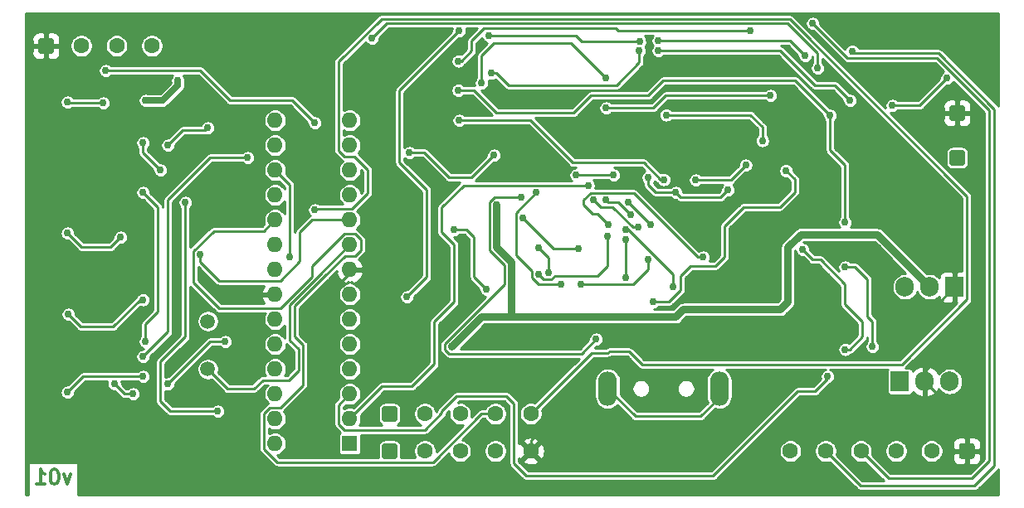
<source format=gbl>
%TF.GenerationSoftware,KiCad,Pcbnew,(5.1.6)-1*%
%TF.CreationDate,2020-08-17T15:22:46+07:00*%
%TF.ProjectId,desain150820,64657361-696e-4313-9530-3832302e6b69,v01*%
%TF.SameCoordinates,Original*%
%TF.FileFunction,Copper,L2,Bot*%
%TF.FilePolarity,Positive*%
%FSLAX46Y46*%
G04 Gerber Fmt 4.6, Leading zero omitted, Abs format (unit mm)*
G04 Created by KiCad (PCBNEW (5.1.6)-1) date 2020-08-17 15:22:46*
%MOMM*%
%LPD*%
G01*
G04 APERTURE LIST*
%TA.AperFunction,NonConductor*%
%ADD10C,0.300000*%
%TD*%
%TA.AperFunction,ComponentPad*%
%ADD11C,1.600000*%
%TD*%
%TA.AperFunction,ComponentPad*%
%ADD12R,1.600000X1.600000*%
%TD*%
%TA.AperFunction,ComponentPad*%
%ADD13O,1.600000X1.600000*%
%TD*%
%TA.AperFunction,ComponentPad*%
%ADD14C,1.500000*%
%TD*%
%TA.AperFunction,ComponentPad*%
%ADD15O,1.905000X2.000000*%
%TD*%
%TA.AperFunction,ComponentPad*%
%ADD16R,1.905000X2.000000*%
%TD*%
%TA.AperFunction,ComponentPad*%
%ADD17O,1.900000X3.500000*%
%TD*%
%TA.AperFunction,ViaPad*%
%ADD18C,0.762000*%
%TD*%
%TA.AperFunction,Conductor*%
%ADD19C,0.762000*%
%TD*%
%TA.AperFunction,Conductor*%
%ADD20C,0.254000*%
%TD*%
%TA.AperFunction,Conductor*%
%ADD21C,0.635000*%
%TD*%
G04 APERTURE END LIST*
D10*
X99016914Y-109812971D02*
X98659771Y-110812971D01*
X98302628Y-109812971D01*
X97445485Y-109312971D02*
X97302628Y-109312971D01*
X97159771Y-109384400D01*
X97088342Y-109455828D01*
X97016914Y-109598685D01*
X96945485Y-109884400D01*
X96945485Y-110241542D01*
X97016914Y-110527257D01*
X97088342Y-110670114D01*
X97159771Y-110741542D01*
X97302628Y-110812971D01*
X97445485Y-110812971D01*
X97588342Y-110741542D01*
X97659771Y-110670114D01*
X97731200Y-110527257D01*
X97802628Y-110241542D01*
X97802628Y-109884400D01*
X97731200Y-109598685D01*
X97659771Y-109455828D01*
X97588342Y-109384400D01*
X97445485Y-109312971D01*
X95516914Y-110812971D02*
X96374057Y-110812971D01*
X95945485Y-110812971D02*
X95945485Y-109312971D01*
X96088342Y-109527257D01*
X96231200Y-109670114D01*
X96374057Y-109741542D01*
D11*
%TO.P,J2,4*%
%TO.N,+5V*%
X107320000Y-66040000D03*
%TO.P,J2,3*%
X103720000Y-66040000D03*
%TO.P,J2,2*%
%TO.N,Net-(J2-Pad2)*%
X100120000Y-66040000D03*
%TO.P,J2,1*%
%TO.N,GND*%
%TA.AperFunction,ComponentPad*%
G36*
G01*
X95720000Y-66590000D02*
X95720000Y-65490000D01*
G75*
G02*
X95970000Y-65240000I250000J0D01*
G01*
X97070000Y-65240000D01*
G75*
G02*
X97320000Y-65490000I0J-250000D01*
G01*
X97320000Y-66590000D01*
G75*
G02*
X97070000Y-66840000I-250000J0D01*
G01*
X95970000Y-66840000D01*
G75*
G02*
X95720000Y-66590000I0J250000D01*
G01*
G37*
%TD.AperFunction*%
%TD*%
D12*
%TO.P,MCU1,1*%
%TO.N,RESET*%
X127508000Y-106680000D03*
D13*
%TO.P,MCU1,15*%
%TO.N,N/C*%
X119888000Y-73660000D03*
%TO.P,MCU1,2*%
%TO.N,TX01*%
X127508000Y-104140000D03*
%TO.P,MCU1,16*%
%TO.N,N/C*%
X119888000Y-76200000D03*
%TO.P,MCU1,3*%
%TO.N,Net-(MCU1-Pad3)*%
X127508000Y-101600000D03*
%TO.P,MCU1,17*%
%TO.N,MOSI*%
X119888000Y-78740000D03*
%TO.P,MCU1,4*%
%TO.N,Net-(MCU1-Pad4)*%
X127508000Y-99060000D03*
%TO.P,MCU1,18*%
%TO.N,MISO*%
X119888000Y-81280000D03*
%TO.P,MCU1,5*%
%TO.N,Net-(MCU1-Pad5)*%
X127508000Y-96520000D03*
%TO.P,MCU1,19*%
%TO.N,SCK*%
X119888000Y-83820000D03*
%TO.P,MCU1,6*%
%TO.N,Net-(MCU1-Pad6)*%
X127508000Y-93980000D03*
%TO.P,MCU1,20*%
%TO.N,+5V*%
X119888000Y-86360000D03*
%TO.P,MCU1,7*%
X127508000Y-91440000D03*
%TO.P,MCU1,21*%
%TO.N,N/C*%
X119888000Y-88900000D03*
%TO.P,MCU1,8*%
%TO.N,GND*%
X127508000Y-88900000D03*
%TO.P,MCU1,22*%
X119888000Y-91440000D03*
%TO.P,MCU1,9*%
%TO.N,Net-(C2-Pad1)*%
X127508000Y-86360000D03*
%TO.P,MCU1,23*%
%TO.N,N/C*%
X119888000Y-93980000D03*
%TO.P,MCU1,10*%
%TO.N,Net-(C3-Pad1)*%
X127508000Y-83820000D03*
%TO.P,MCU1,24*%
%TO.N,N/C*%
X119888000Y-96520000D03*
%TO.P,MCU1,11*%
%TO.N,Net-(MCU1-Pad11)*%
X127508000Y-81280000D03*
%TO.P,MCU1,25*%
%TO.N,N/C*%
X119888000Y-99060000D03*
%TO.P,MCU1,12*%
%TO.N,Net-(J2-Pad2)*%
X127508000Y-78740000D03*
%TO.P,MCU1,26*%
%TO.N,N/C*%
X119888000Y-101600000D03*
%TO.P,MCU1,13*%
X127508000Y-76200000D03*
%TO.P,MCU1,27*%
X119888000Y-104140000D03*
%TO.P,MCU1,14*%
X127508000Y-73660000D03*
%TO.P,MCU1,28*%
X119888000Y-106680000D03*
%TD*%
D14*
%TO.P,Y1,1*%
%TO.N,Net-(C2-Pad1)*%
X113030000Y-99060000D03*
%TO.P,Y1,2*%
%TO.N,Net-(C3-Pad1)*%
X113030000Y-94160000D03*
%TD*%
D15*
%TO.P,U3,3*%
%TO.N,+5V*%
X188722000Y-100330000D03*
%TO.P,U3,2*%
%TO.N,GND*%
X186182000Y-100330000D03*
D16*
%TO.P,U3,1*%
%TO.N,+9V*%
X183642000Y-100330000D03*
%TD*%
D17*
%TO.P,J1,5*%
%TO.N,Net-(J1-Pad5)*%
X165212000Y-101050000D03*
X153812000Y-101050000D03*
%TD*%
%TO.P,SDCardModule1,1*%
%TO.N,GND*%
%TA.AperFunction,ComponentPad*%
G36*
G01*
X191266000Y-106892000D02*
X191266000Y-107992000D01*
G75*
G02*
X191016000Y-108242000I-250000J0D01*
G01*
X189916000Y-108242000D01*
G75*
G02*
X189666000Y-107992000I0J250000D01*
G01*
X189666000Y-106892000D01*
G75*
G02*
X189916000Y-106642000I250000J0D01*
G01*
X191016000Y-106642000D01*
G75*
G02*
X191266000Y-106892000I0J-250000D01*
G01*
G37*
%TD.AperFunction*%
D11*
%TO.P,SDCardModule1,2*%
%TO.N,+5V*%
X186866000Y-107442000D03*
%TO.P,SDCardModule1,3*%
%TO.N,MOSIESP*%
X183266000Y-107442000D03*
%TO.P,SDCardModule1,4*%
%TO.N,MISOESP*%
X179666000Y-107442000D03*
%TO.P,SDCardModule1,5*%
%TO.N,CLKESP*%
X176066000Y-107442000D03*
%TO.P,SDCardModule1,6*%
%TO.N,SSESP*%
X172466000Y-107442000D03*
%TD*%
D16*
%TO.P,U1,1*%
%TO.N,GND*%
X189230000Y-90678000D03*
D15*
%TO.P,U1,2*%
%TO.N,+3V3*%
X186690000Y-90678000D03*
%TO.P,U1,3*%
%TO.N,+5V*%
X184150000Y-90678000D03*
%TD*%
D11*
%TO.P,USBASP1,5*%
%TO.N,MISO*%
X145972000Y-103632000D03*
%TO.P,USBASP1,4*%
%TO.N,SCK*%
X142372000Y-103632000D03*
%TO.P,USBASP1,3*%
%TO.N,RESET*%
X138772000Y-103632000D03*
%TO.P,USBASP1,2*%
%TO.N,N/C*%
X135172000Y-103632000D03*
%TO.P,USBASP1,1*%
%TO.N,MOSI*%
%TA.AperFunction,ComponentPad*%
G36*
G01*
X130772000Y-104182000D02*
X130772000Y-103082000D01*
G75*
G02*
X131022000Y-102832000I250000J0D01*
G01*
X132122000Y-102832000D01*
G75*
G02*
X132372000Y-103082000I0J-250000D01*
G01*
X132372000Y-104182000D01*
G75*
G02*
X132122000Y-104432000I-250000J0D01*
G01*
X131022000Y-104432000D01*
G75*
G02*
X130772000Y-104182000I0J250000D01*
G01*
G37*
%TD.AperFunction*%
%TD*%
%TO.P,USBASP2,1*%
%TO.N,N/C*%
%TA.AperFunction,ComponentPad*%
G36*
G01*
X130772000Y-107992000D02*
X130772000Y-106892000D01*
G75*
G02*
X131022000Y-106642000I250000J0D01*
G01*
X132122000Y-106642000D01*
G75*
G02*
X132372000Y-106892000I0J-250000D01*
G01*
X132372000Y-107992000D01*
G75*
G02*
X132122000Y-108242000I-250000J0D01*
G01*
X131022000Y-108242000D01*
G75*
G02*
X130772000Y-107992000I0J250000D01*
G01*
G37*
%TD.AperFunction*%
%TO.P,USBASP2,2*%
X135172000Y-107442000D03*
%TO.P,USBASP2,3*%
X138772000Y-107442000D03*
%TO.P,USBASP2,4*%
X142372000Y-107442000D03*
%TO.P,USBASP2,5*%
%TO.N,GND*%
X145972000Y-107442000D03*
%TD*%
%TO.P,V+1,1*%
%TO.N,+9V*%
%TA.AperFunction,ComponentPad*%
G36*
G01*
X190034000Y-78270000D02*
X188934000Y-78270000D01*
G75*
G02*
X188684000Y-78020000I0J250000D01*
G01*
X188684000Y-76920000D01*
G75*
G02*
X188934000Y-76670000I250000J0D01*
G01*
X190034000Y-76670000D01*
G75*
G02*
X190284000Y-76920000I0J-250000D01*
G01*
X190284000Y-78020000D01*
G75*
G02*
X190034000Y-78270000I-250000J0D01*
G01*
G37*
%TD.AperFunction*%
%TD*%
%TO.P,V-1,1*%
%TO.N,GND*%
%TA.AperFunction,ComponentPad*%
G36*
G01*
X190034000Y-73698000D02*
X188934000Y-73698000D01*
G75*
G02*
X188684000Y-73448000I0J250000D01*
G01*
X188684000Y-72348000D01*
G75*
G02*
X188934000Y-72098000I250000J0D01*
G01*
X190034000Y-72098000D01*
G75*
G02*
X190284000Y-72348000I0J-250000D01*
G01*
X190284000Y-73448000D01*
G75*
G02*
X190034000Y-73698000I-250000J0D01*
G01*
G37*
%TD.AperFunction*%
%TD*%
D18*
%TO.N,+3V3*%
X176276000Y-85326000D03*
X137922000Y-96774000D03*
X142494000Y-82305000D03*
%TO.N,GND*%
X144780000Y-79248000D03*
X138582500Y-75088000D03*
X131445000Y-86487000D03*
X133359000Y-81788000D03*
X135636000Y-75692000D03*
X135763000Y-73152000D03*
X123825000Y-92964000D03*
X143510000Y-75057000D03*
X156012000Y-98300000D03*
X170307000Y-90170000D03*
X162542000Y-90424000D03*
X168910000Y-74930000D03*
X166420800Y-74726800D03*
X190195200Y-95300800D03*
X181864000Y-81779000D03*
X181864000Y-76708000D03*
X185572400Y-78994000D03*
X186486800Y-73761600D03*
X172364400Y-94691200D03*
X176276000Y-89662000D03*
X157378400Y-96977200D03*
X152996112Y-94754848D03*
X179578000Y-79095600D03*
X174802800Y-76301600D03*
X169884247Y-73590538D03*
X176276000Y-87376000D03*
X158038800Y-69138800D03*
X158038800Y-65379600D03*
%TO.N,Net-(C3-Pad1)*%
X112250000Y-87376000D03*
%TO.N,Net-(C11-Pad2)*%
X160528000Y-90678000D03*
X155638500Y-84836000D03*
%TO.N,Net-(D1-Pad1)*%
X146812000Y-89408000D03*
X153811085Y-85485085D03*
%TO.N,Net-(D2-Pad1)*%
X153924000Y-84328000D03*
X163576000Y-87630000D03*
%TO.N,Net-(D4-Pad1)*%
X146783836Y-86642164D03*
X147810335Y-89199835D03*
%TO.N,Net-(D4-Pad2)*%
X145034000Y-81534000D03*
X152654000Y-96012000D03*
%TO.N,Net-(D5-Pad2)*%
X141478000Y-90932000D03*
X138176000Y-84836000D03*
%TO.N,TX01*%
X156210000Y-83312000D03*
X153670000Y-81788000D03*
X151828501Y-80327499D03*
%TO.N,RX01*%
X157981631Y-79502000D03*
X160782000Y-81026000D03*
X178054000Y-97046000D03*
X173736000Y-86868000D03*
X166116000Y-80772000D03*
%TO.N,Net-(ESP1-Pad2)*%
X138684000Y-64516000D03*
X133350000Y-91694000D03*
%TO.N,RESET*%
X108966000Y-76200000D03*
X113030000Y-74422000D03*
%TO.N,Net-(MCU1-Pad3)*%
X176276000Y-99822000D03*
%TO.N,MOSI*%
X121412000Y-87630000D03*
%TO.N,Net-(MCU1-Pad4)*%
X114046000Y-103378000D03*
X110744000Y-82042000D03*
X108204000Y-78740000D03*
X106426000Y-75946000D03*
%TO.N,MISO*%
X123952000Y-82804000D03*
%TO.N,Net-(MCU1-Pad5)*%
X106680000Y-96266000D03*
X106426000Y-81026000D03*
%TO.N,Net-(MCU1-Pad6)*%
X114808000Y-96266000D03*
X108966000Y-100584000D03*
X105410000Y-101600000D03*
X103487219Y-100584000D03*
%TO.N,Net-(MCU1-Pad11)*%
X117094000Y-77470000D03*
X106426000Y-97790000D03*
%TO.N,Net-(R2-Pad2)*%
X155956000Y-82042000D03*
X154432000Y-79248000D03*
X150622000Y-79248000D03*
X158242000Y-84328000D03*
%TO.N,Net-(R3-Pad2)*%
X155702000Y-89725500D03*
X155702000Y-85852000D03*
X156972000Y-84582000D03*
X152400000Y-81788000D03*
%TO.N,Net-(R4-Pad1)*%
X146558000Y-81026000D03*
X149080000Y-90424000D03*
%TO.N,Net-(R8-Pad2)*%
X145190867Y-83595355D03*
X150876000Y-86740990D03*
%TO.N,Net-(R12-Pad1)*%
X106426000Y-99822000D03*
X98718000Y-101431000D03*
%TO.N,Net-(R13-Pad1)*%
X102362000Y-71882000D03*
X98718000Y-71797000D03*
%TO.N,Net-(R14-Pad1)*%
X104140000Y-85598000D03*
X98718000Y-85175000D03*
%TO.N,Net-(R15-Pad1)*%
X98806000Y-93472000D03*
X106426000Y-91966000D03*
%TO.N,RST*%
X142240000Y-77216000D03*
X133604000Y-76962000D03*
%TO.N,IO0*%
X162814000Y-79756000D03*
X167912000Y-78232000D03*
X138684000Y-73660000D03*
X159544000Y-79690000D03*
%TO.N,Net-(Q1-Pad2)*%
X158496000Y-92202000D03*
X159798000Y-73086000D03*
X169608501Y-75730101D03*
X172021501Y-78785719D03*
%TO.N,Net-(Q1-Pad1)*%
X157988000Y-87884000D03*
X151130000Y-90424000D03*
%TO.N,Net-(R19-Pad1)*%
X129794000Y-65278000D03*
X175260000Y-68326000D03*
%TO.N,Net-(ESP1-Pad7)*%
X170434000Y-71120000D03*
X153670000Y-72390000D03*
X153670000Y-69342000D03*
X140970000Y-69850000D03*
%TO.N,SSESP*%
X176530000Y-73152000D03*
X138582500Y-70588000D03*
X178054000Y-84074000D03*
X178054000Y-88646000D03*
X180848000Y-96774000D03*
%TO.N,MOSIESP*%
X188468000Y-69342000D03*
X182880000Y-72136000D03*
X178562000Y-71628000D03*
X159004000Y-66548000D03*
X157053985Y-66548628D03*
X141986000Y-68834000D03*
%TO.N,MISOESP*%
X174752000Y-63754000D03*
X168402000Y-64516000D03*
X138582500Y-67588000D03*
%TO.N,CLKESP*%
X178756010Y-66593718D03*
X173990000Y-67056000D03*
X159004000Y-65532000D03*
X157102613Y-65555135D03*
X141732000Y-65024000D03*
%TO.N,+5V*%
X106680000Y-71628000D03*
X109982000Y-69596000D03*
%TO.N,Net-(J2-Pad2)*%
X102616000Y-68580000D03*
X123952000Y-73914000D03*
%TD*%
D19*
%TO.N,+3V3*%
X186690000Y-90678000D02*
X181356000Y-85344000D01*
X181356000Y-85344000D02*
X176294000Y-85344000D01*
X176294000Y-85344000D02*
X176276000Y-85326000D01*
X176276000Y-85326000D02*
X173500000Y-85326000D01*
X173500000Y-85326000D02*
X172212000Y-86614000D01*
X172212000Y-86614000D02*
X172212000Y-92202000D01*
X172212000Y-92202000D02*
X171450000Y-92964000D01*
X161544000Y-92964000D02*
X160782000Y-93726000D01*
X140970000Y-93726000D02*
X137922000Y-96774000D01*
X144018000Y-93726000D02*
X144018000Y-88138000D01*
X144018000Y-93726000D02*
X140970000Y-93726000D01*
X160782000Y-93726000D02*
X144018000Y-93726000D01*
X144018000Y-88138000D02*
X142494000Y-86614000D01*
X142494000Y-86614000D02*
X142494000Y-82305000D01*
X171450000Y-92964000D02*
X169113200Y-92964000D01*
X169113200Y-92964000D02*
X161544000Y-92964000D01*
D20*
%TO.N,GND*%
X144780000Y-79248000D02*
X144780000Y-76327000D01*
X144780000Y-76327000D02*
X143510000Y-75057000D01*
X143510000Y-75057000D02*
X138684000Y-75057000D01*
X138684000Y-75057000D02*
X138653000Y-75088000D01*
X138653000Y-75088000D02*
X138582500Y-75088000D01*
X131445000Y-86487000D02*
X133350000Y-84582000D01*
X133350000Y-84582000D02*
X133350000Y-81797000D01*
X133350000Y-81797000D02*
X133359000Y-81788000D01*
X135636000Y-75692000D02*
X135636000Y-73279000D01*
X135636000Y-73279000D02*
X135763000Y-73152000D01*
X127508000Y-89281000D02*
X127508000Y-88900000D01*
X123825000Y-92964000D02*
X127508000Y-89281000D01*
X145972000Y-106297471D02*
X154225471Y-98044000D01*
X145972000Y-107442000D02*
X145972000Y-106297471D01*
X154225471Y-98044000D02*
X155756000Y-98044000D01*
X155756000Y-98044000D02*
X156012000Y-98300000D01*
X170307000Y-90170000D02*
X162796000Y-90170000D01*
X162796000Y-90170000D02*
X162542000Y-90424000D01*
X168910000Y-74930000D02*
X166624000Y-74930000D01*
X166624000Y-74930000D02*
X166420800Y-74726800D01*
X190466000Y-104614000D02*
X186182000Y-100330000D01*
X190466000Y-107442000D02*
X190466000Y-104614000D01*
X186182000Y-100330000D02*
X186182000Y-99314000D01*
X186182000Y-99314000D02*
X190195200Y-95300800D01*
X181864000Y-81779000D02*
X181864000Y-76708000D01*
X181864000Y-76708000D02*
X183286400Y-76708000D01*
X183286400Y-76708000D02*
X185572400Y-78994000D01*
X187350400Y-72898000D02*
X189484000Y-72898000D01*
X186486800Y-73761600D02*
X187350400Y-72898000D01*
X172364400Y-94691200D02*
X173532800Y-93522800D01*
X173532800Y-93522800D02*
X173532800Y-90779600D01*
X173532800Y-90779600D02*
X174650400Y-89662000D01*
X174650400Y-89662000D02*
X176276000Y-89662000D01*
X153554763Y-95313499D02*
X152996112Y-94754848D01*
X157378400Y-96977200D02*
X155714699Y-95313499D01*
X155714699Y-95313499D02*
X153554763Y-95313499D01*
X181864000Y-81381600D02*
X181864000Y-81779000D01*
X179578000Y-79095600D02*
X181864000Y-81381600D01*
X171552923Y-73590538D02*
X169884247Y-73590538D01*
X174802800Y-76301600D02*
X174263985Y-76301600D01*
X174263985Y-76301600D02*
X171552923Y-73590538D01*
X187912490Y-91995510D02*
X189230000Y-90678000D01*
X183623945Y-91995510D02*
X187912490Y-91995510D01*
X182879990Y-91251555D02*
X183623945Y-91995510D01*
X182879990Y-87855832D02*
X182879990Y-91251555D01*
X181447657Y-86423499D02*
X182879990Y-87855832D01*
X177228501Y-86423499D02*
X181447657Y-86423499D01*
X176276000Y-87376000D02*
X177228501Y-86423499D01*
X158038800Y-69138800D02*
X158038800Y-65379600D01*
%TO.N,Net-(C2-Pad1)*%
X113030000Y-99060000D02*
X115062000Y-101092000D01*
X115062000Y-101092000D02*
X117729000Y-101092000D01*
X118643499Y-100177501D02*
X121310499Y-100177501D01*
X117729000Y-101092000D02*
X118643499Y-100177501D01*
X121310499Y-100177501D02*
X122301000Y-99187000D01*
X122301000Y-99187000D02*
X122301000Y-97028000D01*
X122301000Y-97028000D02*
X121412000Y-96139000D01*
X121412000Y-92503532D02*
X124269500Y-89646032D01*
X124269500Y-89646032D02*
X124269500Y-89598500D01*
X121412000Y-96139000D02*
X121412000Y-92503532D01*
X127508000Y-86360000D02*
X124269500Y-89598500D01*
X124269500Y-89598500D02*
X124206000Y-89662000D01*
%TO.N,Net-(C3-Pad1)*%
X112250000Y-88120000D02*
X112250000Y-87376000D01*
X114147501Y-90017501D02*
X112250000Y-88120000D01*
X123698000Y-83820000D02*
X122428000Y-85090000D01*
X127508000Y-83820000D02*
X123698000Y-83820000D01*
X120424401Y-90017501D02*
X114147501Y-90017501D01*
X122428000Y-85090000D02*
X122428000Y-88013902D01*
X122428000Y-88013902D02*
X120424401Y-90017501D01*
%TO.N,Net-(C11-Pad2)*%
X160528000Y-90678000D02*
X160528000Y-89408000D01*
X160528000Y-89408000D02*
X155956000Y-84836000D01*
X155956000Y-84836000D02*
X155638500Y-84836000D01*
%TO.N,Net-(D1-Pad1)*%
X153811085Y-88504915D02*
X153811085Y-85485085D01*
X146812000Y-89408000D02*
X147320000Y-89916000D01*
X147320000Y-89916000D02*
X148082000Y-89916000D01*
X148082000Y-89916000D02*
X148463000Y-89535000D01*
X152781000Y-89535000D02*
X153811085Y-88504915D01*
X148463000Y-89535000D02*
X152781000Y-89535000D01*
%TO.N,Net-(D2-Pad1)*%
X152798782Y-83185000D02*
X152798782Y-83202782D01*
X152781000Y-83185000D02*
X153924000Y-84328000D01*
X151384000Y-82296000D02*
X152273000Y-83185000D01*
X152273000Y-83185000D02*
X152781000Y-83185000D01*
X163037185Y-87630000D02*
X156496684Y-81089499D01*
X163576000Y-87630000D02*
X163037185Y-87630000D01*
X156496684Y-81089499D02*
X152064719Y-81089499D01*
X151384000Y-81770218D02*
X151384000Y-82296000D01*
X152064719Y-81089499D02*
X151384000Y-81770218D01*
%TO.N,Net-(D4-Pad1)*%
X146783836Y-86642164D02*
X147810335Y-87668663D01*
X147810335Y-87668663D02*
X147810335Y-89199835D01*
%TO.N,Net-(D4-Pad2)*%
X151193491Y-97472509D02*
X152654000Y-96012000D01*
X137632667Y-97472509D02*
X151193491Y-97472509D01*
X143319490Y-90388668D02*
X137223491Y-96484667D01*
X137223491Y-97063333D02*
X137632667Y-97472509D01*
X143319490Y-88427332D02*
X143319490Y-90388668D01*
X141795490Y-86903332D02*
X143319490Y-88427332D01*
X137223491Y-96484667D02*
X137223491Y-97063333D01*
X141795490Y-82015668D02*
X141795490Y-86903332D01*
X142277158Y-81534000D02*
X141795490Y-82015668D01*
X145034000Y-81534000D02*
X142277158Y-81534000D01*
%TO.N,Net-(D5-Pad2)*%
X141478000Y-90932000D02*
X140208000Y-89662000D01*
X138176000Y-84836000D02*
X139446000Y-84836000D01*
X140208000Y-85598000D02*
X140208000Y-89662000D01*
X139446000Y-84836000D02*
X140208000Y-85598000D01*
%TO.N,TX01*%
X156210000Y-83312000D02*
X155702000Y-82804000D01*
X155684218Y-82804000D02*
X154922218Y-82042000D01*
X155702000Y-82804000D02*
X155684218Y-82804000D01*
X153924000Y-82042000D02*
X153670000Y-81788000D01*
X154922218Y-82042000D02*
X153924000Y-82042000D01*
X127508000Y-104140000D02*
X130810000Y-100838000D01*
X130810000Y-100838000D02*
X133858000Y-100838000D01*
X133858000Y-100838000D02*
X136144000Y-98552000D01*
X136144000Y-98552000D02*
X136144000Y-94234000D01*
X136144000Y-94234000D02*
X138176000Y-92202000D01*
X138176000Y-92202000D02*
X138176000Y-86360000D01*
X138176000Y-86360000D02*
X136906000Y-85090000D01*
X136906000Y-85090000D02*
X136906000Y-82550000D01*
X139128501Y-80327499D02*
X151828501Y-80327499D01*
X136906000Y-82550000D02*
X139128501Y-80327499D01*
%TO.N,RX01*%
X157981631Y-79502000D02*
X157981631Y-80257631D01*
X157981631Y-80257631D02*
X158750000Y-81026000D01*
X158750000Y-81026000D02*
X160020000Y-81026000D01*
X160020000Y-81026000D02*
X160782000Y-81026000D01*
X178054000Y-97046000D02*
X178544000Y-97046000D01*
X178544000Y-97046000D02*
X179832000Y-95758000D01*
X179832000Y-95758000D02*
X179832000Y-94234000D01*
X179832000Y-94234000D02*
X178054000Y-92456000D01*
X178054000Y-90406218D02*
X175531782Y-87884000D01*
X178054000Y-92456000D02*
X178054000Y-90406218D01*
X175531782Y-87884000D02*
X174752000Y-87884000D01*
X174752000Y-87884000D02*
X173736000Y-86868000D01*
X166116000Y-80772000D02*
X165354000Y-81534000D01*
X161290000Y-81534000D02*
X160782000Y-81026000D01*
X165354000Y-81534000D02*
X161290000Y-81534000D01*
%TO.N,Net-(ESP1-Pad2)*%
X138684000Y-64516000D02*
X132588000Y-70612000D01*
X132588000Y-70612000D02*
X132588000Y-77978000D01*
X132588000Y-77978000D02*
X135382000Y-80772000D01*
X135382000Y-80772000D02*
X135382000Y-89662000D01*
X135382000Y-89662000D02*
X133350000Y-91694000D01*
%TO.N,Net-(J1-Pad5)*%
X165212000Y-101050000D02*
X165212000Y-101996000D01*
X165212000Y-101996000D02*
X163322000Y-103886000D01*
X156648000Y-103886000D02*
X153812000Y-101050000D01*
X163322000Y-103886000D02*
X156648000Y-103886000D01*
%TO.N,RESET*%
X108966000Y-76200000D02*
X110490000Y-74676000D01*
X110490000Y-74676000D02*
X112776000Y-74676000D01*
X112776000Y-74676000D02*
X113030000Y-74422000D01*
%TO.N,Net-(MCU1-Pad3)*%
X135200401Y-105257501D02*
X136906000Y-103551902D01*
X126971599Y-105257501D02*
X135200401Y-105257501D01*
X126390499Y-104676401D02*
X126971599Y-105257501D01*
X127508000Y-101600000D02*
X126390499Y-102717501D01*
X126390499Y-102717501D02*
X126390499Y-104676401D01*
X136906000Y-103551902D02*
X136906000Y-103378000D01*
X136906000Y-103378000D02*
X138430000Y-101854000D01*
X138430000Y-101854000D02*
X143510000Y-101854000D01*
X143510000Y-101854000D02*
X144272000Y-102616000D01*
X144272000Y-102616000D02*
X144272000Y-108712000D01*
X144272000Y-108712000D02*
X145542000Y-109982000D01*
X145542000Y-109982000D02*
X164592000Y-109982000D01*
X164592000Y-109982000D02*
X173228000Y-101346000D01*
X173228000Y-101346000D02*
X175006000Y-101346000D01*
X175006000Y-101346000D02*
X176276000Y-100076000D01*
X176276000Y-100076000D02*
X176276000Y-99822000D01*
%TO.N,MOSI*%
X121412000Y-80264000D02*
X119888000Y-78740000D01*
X121412000Y-87630000D02*
X121412000Y-80264000D01*
%TO.N,Net-(MCU1-Pad4)*%
X114046000Y-103378000D02*
X109220000Y-103378000D01*
X109220000Y-103378000D02*
X108204000Y-102362000D01*
X108204000Y-102362000D02*
X108204000Y-98298000D01*
X108204000Y-98298000D02*
X109728000Y-96774000D01*
X109728000Y-96774000D02*
X110744000Y-95758000D01*
X110744000Y-95758000D02*
X110744000Y-82042000D01*
X108204000Y-78740000D02*
X106426000Y-76962000D01*
X106426000Y-76962000D02*
X106426000Y-75946000D01*
%TO.N,MISO*%
X124053501Y-82702499D02*
X123952000Y-82804000D01*
X127739403Y-82702499D02*
X124053501Y-82702499D01*
X129349490Y-81092412D02*
X127739403Y-82702499D01*
X129349490Y-78670122D02*
X129349490Y-81092412D01*
X126971599Y-77317501D02*
X127996869Y-77317501D01*
X126390499Y-76736401D02*
X126971599Y-77317501D01*
X126390499Y-67647719D02*
X126390499Y-76736401D01*
X153970634Y-97265055D02*
X156010837Y-97265055D01*
X152220400Y-97383600D02*
X153852089Y-97383600D01*
X172396122Y-63309490D02*
X130728728Y-63309490D01*
X130728728Y-63309490D02*
X126390499Y-67647719D01*
X145972000Y-103632000D02*
X152220400Y-97383600D01*
X157327600Y-98581818D02*
X183850184Y-98581818D01*
X153852089Y-97383600D02*
X153970634Y-97265055D01*
X183850184Y-98581818D02*
X190500001Y-91932001D01*
X127996869Y-77317501D02*
X129349490Y-78670122D01*
X190500001Y-91932001D02*
X190500001Y-81413369D01*
X156010837Y-97265055D02*
X157327600Y-98581818D01*
X190500001Y-81413369D02*
X172396122Y-63309490D01*
%TO.N,Net-(MCU1-Pad5)*%
X106680000Y-96266000D02*
X106680000Y-94488000D01*
X106680000Y-94488000D02*
X107950000Y-93218000D01*
X107950000Y-93218000D02*
X107950000Y-82550000D01*
X107950000Y-82550000D02*
X106426000Y-81026000D01*
%TO.N,SCK*%
X140928098Y-103632000D02*
X142372000Y-103632000D01*
X120113599Y-108559501D02*
X136000597Y-108559501D01*
X118770499Y-107216401D02*
X120113599Y-108559501D01*
X136000597Y-108559501D02*
X140928098Y-103632000D01*
X118770499Y-103603599D02*
X118770499Y-107216401D01*
X119351599Y-103022499D02*
X118770499Y-103603599D01*
X128044401Y-87477501D02*
X127019131Y-87477501D01*
X128625501Y-86896401D02*
X128044401Y-87477501D01*
X120424401Y-103022499D02*
X119351599Y-103022499D01*
X128044401Y-85242499D02*
X128625501Y-85823599D01*
X126971599Y-85242499D02*
X128044401Y-85242499D01*
X128625501Y-85823599D02*
X128625501Y-86896401D01*
X123698000Y-88516098D02*
X126971599Y-85242499D01*
X120424401Y-92862499D02*
X123698000Y-89588900D01*
X114198499Y-92862499D02*
X120424401Y-92862499D01*
X111551499Y-90215499D02*
X114198499Y-92862499D01*
X111551499Y-87040719D02*
X111551499Y-90215499D01*
X123698000Y-89588900D02*
X123698000Y-88516098D01*
X113654717Y-84937501D02*
X111551499Y-87040719D01*
X118770499Y-84937501D02*
X113654717Y-84937501D01*
X119888000Y-83820000D02*
X118770499Y-84937501D01*
X122745510Y-100701390D02*
X122745510Y-96583510D01*
X120424401Y-103022499D02*
X122745510Y-100701390D01*
X121920000Y-95758000D02*
X121920000Y-92624164D01*
X122745510Y-96583510D02*
X121920000Y-95758000D01*
X121920000Y-92624164D02*
X124964816Y-89579348D01*
X127019131Y-87477501D02*
X124964816Y-89531816D01*
X124964816Y-89579348D02*
X124964816Y-89531816D01*
X124964816Y-89531816D02*
X124777490Y-89719142D01*
%TO.N,Net-(MCU1-Pad6)*%
X114808000Y-96266000D02*
X113284000Y-96266000D01*
X113284000Y-96266000D02*
X108966000Y-100584000D01*
X105410000Y-101600000D02*
X104503219Y-101600000D01*
X104503219Y-101600000D02*
X103487219Y-100584000D01*
%TO.N,Net-(MCU1-Pad11)*%
X117094000Y-77470000D02*
X113284000Y-77470000D01*
X113284000Y-77470000D02*
X108966000Y-81788000D01*
X108966000Y-81788000D02*
X108966000Y-95250000D01*
X108966000Y-95250000D02*
X106426000Y-97790000D01*
%TO.N,Net-(R2-Pad2)*%
X156972000Y-83058000D02*
X155956000Y-82042000D01*
X154432000Y-79248000D02*
X150622000Y-79248000D01*
X156972000Y-83058000D02*
X158242000Y-84328000D01*
%TO.N,Net-(R3-Pad2)*%
X155702000Y-89725500D02*
X155702000Y-85852000D01*
X153098510Y-82486510D02*
X152400000Y-81788000D01*
X154322792Y-82486510D02*
X153098510Y-82486510D01*
X156972000Y-84582000D02*
X156418282Y-84582000D01*
X156418282Y-84582000D02*
X154322792Y-82486510D01*
%TO.N,Net-(R4-Pad1)*%
X146794218Y-90424000D02*
X149080000Y-90424000D01*
X146113499Y-89743281D02*
X146794218Y-90424000D01*
X146113499Y-89072719D02*
X146113499Y-89743281D01*
X144492366Y-87451586D02*
X146113499Y-89072719D01*
X144492366Y-83091634D02*
X144492366Y-87451586D01*
X146558000Y-81026000D02*
X144492366Y-83091634D01*
%TO.N,Net-(R8-Pad2)*%
X145190867Y-83595355D02*
X148336502Y-86740990D01*
X148336502Y-86740990D02*
X150876000Y-86740990D01*
%TO.N,Net-(R12-Pad1)*%
X106426000Y-99822000D02*
X100327000Y-99822000D01*
X100327000Y-99822000D02*
X98718000Y-101431000D01*
%TO.N,Net-(R13-Pad1)*%
X102362000Y-71882000D02*
X98803000Y-71882000D01*
X98803000Y-71882000D02*
X98718000Y-71797000D01*
%TO.N,Net-(R14-Pad1)*%
X104140000Y-85598000D02*
X103124000Y-86614000D01*
X103124000Y-86614000D02*
X100157000Y-86614000D01*
X100157000Y-86614000D02*
X98718000Y-85175000D01*
%TO.N,Net-(R15-Pad1)*%
X98806000Y-93472000D02*
X100076000Y-94742000D01*
X100076000Y-94742000D02*
X103378000Y-94742000D01*
X103378000Y-94742000D02*
X106154000Y-91966000D01*
X106154000Y-91966000D02*
X106426000Y-91966000D01*
%TO.N,RST*%
X142240000Y-77216000D02*
X139954000Y-79502000D01*
X137650218Y-79502000D02*
X135110218Y-76962000D01*
X135110218Y-76962000D02*
X133604000Y-76962000D01*
X139954000Y-79502000D02*
X137650218Y-79502000D01*
%TO.N,IO0*%
X166388000Y-79756000D02*
X167912000Y-78232000D01*
X162814000Y-79756000D02*
X166388000Y-79756000D01*
X145929368Y-73660000D02*
X150247368Y-77978000D01*
X138684000Y-73660000D02*
X145929368Y-73660000D01*
X159203413Y-79690000D02*
X159544000Y-79690000D01*
X157491413Y-77978000D02*
X159203413Y-79690000D01*
X150247368Y-77978000D02*
X157491413Y-77978000D01*
%TO.N,Net-(Q1-Pad2)*%
X168391880Y-73086000D02*
X159798000Y-73086000D01*
X158496000Y-92202000D02*
X160037782Y-92202000D01*
X164846000Y-88519000D02*
X165735000Y-87630000D01*
X160037782Y-92202000D02*
X161290000Y-90949782D01*
X161290000Y-90949782D02*
X161290000Y-89535000D01*
X162306000Y-88519000D02*
X164846000Y-88519000D01*
X172910501Y-79674719D02*
X172021501Y-78785719D01*
X165735000Y-87630000D02*
X165735000Y-84455000D01*
X165735000Y-84455000D02*
X167703490Y-82486510D01*
X161290000Y-89535000D02*
X162306000Y-88519000D01*
X172910501Y-80956131D02*
X172910501Y-79674719D01*
X167703490Y-82486510D02*
X171380123Y-82486509D01*
X171380123Y-82486509D02*
X172910501Y-80956131D01*
X169608501Y-74302621D02*
X169608501Y-75730101D01*
X168391880Y-73086000D02*
X169608501Y-74302621D01*
%TO.N,Net-(Q1-Pad1)*%
X157988000Y-87884000D02*
X157988000Y-88900000D01*
X157988000Y-88900000D02*
X156464000Y-90424000D01*
X156464000Y-90424000D02*
X151130000Y-90424000D01*
%TO.N,Net-(R19-Pad1)*%
X129794000Y-65278000D02*
X131318000Y-63754000D01*
X131318000Y-63754000D02*
X172212000Y-63754000D01*
X172212000Y-63754000D02*
X175260000Y-66802000D01*
X175260000Y-66802000D02*
X175260000Y-68326000D01*
%TO.N,Net-(ESP1-Pad7)*%
X170434000Y-71120000D02*
X159766000Y-71120000D01*
X159766000Y-71120000D02*
X158496000Y-72390000D01*
X158496000Y-72390000D02*
X153670000Y-72390000D01*
X153670000Y-69342000D02*
X150114000Y-65786000D01*
X150114000Y-65786000D02*
X143764000Y-65786000D01*
X143764000Y-65786000D02*
X142240000Y-65786000D01*
X142240000Y-65786000D02*
X140970000Y-67056000D01*
X140970000Y-67056000D02*
X140970000Y-69850000D01*
%TO.N,SSESP*%
X176530000Y-73152000D02*
X172974000Y-69596000D01*
X172974000Y-69596000D02*
X159512000Y-69596000D01*
X159512000Y-69596000D02*
X157988000Y-71120000D01*
X157988000Y-71120000D02*
X152146000Y-71120000D01*
X152146000Y-71120000D02*
X150368000Y-72898000D01*
X150368000Y-72898000D02*
X142494000Y-72898000D01*
X142494000Y-72898000D02*
X140184000Y-70588000D01*
X140184000Y-70588000D02*
X138582500Y-70588000D01*
X176530000Y-73152000D02*
X176530000Y-76708000D01*
X176530000Y-76708000D02*
X178054000Y-78232000D01*
X178054000Y-78232000D02*
X178054000Y-84074000D01*
X178054000Y-88646000D02*
X179070000Y-88646000D01*
X180276510Y-89852510D02*
X180276510Y-93662510D01*
X179070000Y-88646000D02*
X180276510Y-89852510D01*
X180276510Y-93662510D02*
X180848000Y-94234000D01*
X180848000Y-94234000D02*
X180848000Y-96774000D01*
%TO.N,MOSIESP*%
X188468000Y-69342000D02*
X185674000Y-72136000D01*
X185674000Y-72136000D02*
X182880000Y-72136000D01*
X178562000Y-71628000D02*
X177038000Y-70104000D01*
X177038000Y-70104000D02*
X175006000Y-70104000D01*
X175006000Y-70104000D02*
X173736000Y-68834000D01*
X173736000Y-68834000D02*
X171450000Y-66548000D01*
X171450000Y-66548000D02*
X159004000Y-66548000D01*
X157053985Y-66548628D02*
X157053985Y-67736015D01*
X154749499Y-70040501D02*
X143700501Y-70040501D01*
X157053985Y-67736015D02*
X154749499Y-70040501D01*
X143700501Y-70040501D02*
X142494000Y-68834000D01*
X142494000Y-68834000D02*
X141986000Y-68834000D01*
%TO.N,MISOESP*%
X179666000Y-107442000D02*
X182460000Y-110236000D01*
X182460000Y-110236000D02*
X191008000Y-110236000D01*
X191008000Y-110236000D02*
X192786000Y-108458000D01*
X192786000Y-72626218D02*
X187452000Y-67292218D01*
X192786000Y-108458000D02*
X192786000Y-72626218D01*
X187452000Y-67292218D02*
X178290218Y-67292218D01*
X178290218Y-67292218D02*
X174752000Y-63754000D01*
X139954000Y-66548000D02*
X138914000Y-67588000D01*
X168402000Y-64516000D02*
X154940000Y-64516000D01*
X138914000Y-67588000D02*
X138582500Y-67588000D01*
X139954000Y-65532000D02*
X139954000Y-66548000D01*
X154686000Y-64262000D02*
X141224000Y-64262000D01*
X154940000Y-64516000D02*
X154686000Y-64262000D01*
X141224000Y-64262000D02*
X139954000Y-65532000D01*
%TO.N,CLKESP*%
X176066000Y-107442000D02*
X179622000Y-110998000D01*
X179622000Y-110998000D02*
X191262000Y-110998000D01*
X191262000Y-110998000D02*
X193294000Y-108966000D01*
X193294000Y-72505586D02*
X187590414Y-66802000D01*
X193294000Y-108966000D02*
X193294000Y-72505586D01*
X178756010Y-66742010D02*
X178756010Y-66593718D01*
X187590414Y-66802000D02*
X178816000Y-66802000D01*
X178816000Y-66802000D02*
X178756010Y-66742010D01*
X173990000Y-67056000D02*
X172466000Y-65532000D01*
X172466000Y-65532000D02*
X159004000Y-65532000D01*
X157102613Y-65555135D02*
X151153135Y-65555135D01*
X151153135Y-65555135D02*
X150622000Y-65024000D01*
X150622000Y-65024000D02*
X141732000Y-65024000D01*
D21*
%TO.N,+5V*%
X106680000Y-71628000D02*
X108458000Y-71628000D01*
X108458000Y-71628000D02*
X109982000Y-70104000D01*
X109982000Y-70104000D02*
X109982000Y-69596000D01*
D20*
%TO.N,Net-(J2-Pad2)*%
X102616000Y-68580000D02*
X112268000Y-68580000D01*
X112268000Y-68580000D02*
X115316000Y-71628000D01*
X115316000Y-71628000D02*
X121666000Y-71628000D01*
X121666000Y-71628000D02*
X123952000Y-73914000D01*
%TD*%
%TO.N,GND*%
G36*
X193674988Y-72169057D02*
G01*
X193654948Y-72144638D01*
X193635565Y-72128731D01*
X187967269Y-66460435D01*
X187951362Y-66441052D01*
X187874009Y-66377571D01*
X187785757Y-66330399D01*
X187689999Y-66301351D01*
X187615361Y-66294000D01*
X187615358Y-66294000D01*
X187590414Y-66291543D01*
X187565470Y-66294000D01*
X179456646Y-66294000D01*
X179431286Y-66232776D01*
X179347894Y-66107971D01*
X179241757Y-66001834D01*
X179116952Y-65918442D01*
X178978277Y-65861001D01*
X178831060Y-65831718D01*
X178680960Y-65831718D01*
X178533743Y-65861001D01*
X178395068Y-65918442D01*
X178270263Y-66001834D01*
X178164126Y-66107971D01*
X178080734Y-66232776D01*
X178042207Y-66325787D01*
X175514000Y-63797580D01*
X175514000Y-63678950D01*
X175484717Y-63531733D01*
X175427276Y-63393058D01*
X175343884Y-63268253D01*
X175237747Y-63162116D01*
X175112942Y-63078724D01*
X174974267Y-63021283D01*
X174827050Y-62992000D01*
X174676950Y-62992000D01*
X174529733Y-63021283D01*
X174391058Y-63078724D01*
X174266253Y-63162116D01*
X174160116Y-63268253D01*
X174076724Y-63393058D01*
X174019283Y-63531733D01*
X173990000Y-63678950D01*
X173990000Y-63829050D01*
X174019283Y-63976267D01*
X174076724Y-64114942D01*
X174160116Y-64239747D01*
X174266253Y-64345884D01*
X174391058Y-64429276D01*
X174529733Y-64486717D01*
X174676950Y-64516000D01*
X174795580Y-64516000D01*
X177913363Y-67633783D01*
X177929270Y-67653166D01*
X178006623Y-67716647D01*
X178094875Y-67763819D01*
X178190633Y-67792867D01*
X178265271Y-67800218D01*
X178265274Y-67800218D01*
X178290218Y-67802675D01*
X178315162Y-67800218D01*
X187241580Y-67800218D01*
X188107785Y-68666423D01*
X188107058Y-68666724D01*
X187982253Y-68750116D01*
X187876116Y-68856253D01*
X187792724Y-68981058D01*
X187735283Y-69119733D01*
X187706000Y-69266950D01*
X187706000Y-69385580D01*
X185463580Y-71628000D01*
X183449631Y-71628000D01*
X183365747Y-71544116D01*
X183240942Y-71460724D01*
X183102267Y-71403283D01*
X182955050Y-71374000D01*
X182804950Y-71374000D01*
X182657733Y-71403283D01*
X182519058Y-71460724D01*
X182394253Y-71544116D01*
X182288116Y-71650253D01*
X182204724Y-71775058D01*
X182147283Y-71913733D01*
X182118000Y-72060950D01*
X182118000Y-72211050D01*
X182143301Y-72338249D01*
X172772977Y-62967925D01*
X172757070Y-62948542D01*
X172679717Y-62885061D01*
X172591465Y-62837889D01*
X172495707Y-62808841D01*
X172421069Y-62801490D01*
X172421066Y-62801490D01*
X172396122Y-62799033D01*
X172371178Y-62801490D01*
X130753671Y-62801490D01*
X130728727Y-62799033D01*
X130703783Y-62801490D01*
X130703781Y-62801490D01*
X130629143Y-62808841D01*
X130533385Y-62837889D01*
X130533383Y-62837890D01*
X130445132Y-62885061D01*
X130390538Y-62929866D01*
X130367780Y-62948542D01*
X130351878Y-62967919D01*
X126048934Y-67270864D01*
X126029551Y-67286771D01*
X125966070Y-67364124D01*
X125918898Y-67452377D01*
X125889850Y-67548135D01*
X125882499Y-67622772D01*
X125880042Y-67647719D01*
X125882499Y-67672663D01*
X125882500Y-76711447D01*
X125880042Y-76736401D01*
X125887967Y-76816853D01*
X125889851Y-76835986D01*
X125918899Y-76931744D01*
X125966070Y-77019996D01*
X126006244Y-77068948D01*
X126029552Y-77097349D01*
X126048929Y-77113251D01*
X126594744Y-77659066D01*
X126610651Y-77678449D01*
X126688004Y-77741930D01*
X126776256Y-77789102D01*
X126796284Y-77795178D01*
X126755157Y-77822658D01*
X126590658Y-77987157D01*
X126461412Y-78180587D01*
X126372386Y-78395515D01*
X126327000Y-78623682D01*
X126327000Y-78856318D01*
X126372386Y-79084485D01*
X126461412Y-79299413D01*
X126590658Y-79492843D01*
X126755157Y-79657342D01*
X126948587Y-79786588D01*
X127163515Y-79875614D01*
X127391682Y-79921000D01*
X127624318Y-79921000D01*
X127852485Y-79875614D01*
X128067413Y-79786588D01*
X128260843Y-79657342D01*
X128425342Y-79492843D01*
X128554588Y-79299413D01*
X128643614Y-79084485D01*
X128689000Y-78856318D01*
X128689000Y-78728053D01*
X128841490Y-78880543D01*
X128841491Y-80881991D01*
X128667564Y-81055918D01*
X128643614Y-80935515D01*
X128554588Y-80720587D01*
X128425342Y-80527157D01*
X128260843Y-80362658D01*
X128067413Y-80233412D01*
X127852485Y-80144386D01*
X127624318Y-80099000D01*
X127391682Y-80099000D01*
X127163515Y-80144386D01*
X126948587Y-80233412D01*
X126755157Y-80362658D01*
X126590658Y-80527157D01*
X126461412Y-80720587D01*
X126372386Y-80935515D01*
X126327000Y-81163682D01*
X126327000Y-81396318D01*
X126372386Y-81624485D01*
X126461412Y-81839413D01*
X126590658Y-82032843D01*
X126752314Y-82194499D01*
X124411381Y-82194499D01*
X124312942Y-82128724D01*
X124174267Y-82071283D01*
X124027050Y-82042000D01*
X123876950Y-82042000D01*
X123729733Y-82071283D01*
X123591058Y-82128724D01*
X123466253Y-82212116D01*
X123360116Y-82318253D01*
X123276724Y-82443058D01*
X123219283Y-82581733D01*
X123190000Y-82728950D01*
X123190000Y-82879050D01*
X123219283Y-83026267D01*
X123276724Y-83164942D01*
X123360116Y-83289747D01*
X123447989Y-83377620D01*
X123414404Y-83395571D01*
X123366543Y-83434850D01*
X123337052Y-83459052D01*
X123321150Y-83478429D01*
X122086435Y-84713145D01*
X122067052Y-84729052D01*
X122003571Y-84806405D01*
X121956399Y-84894658D01*
X121927351Y-84990416D01*
X121920433Y-85060656D01*
X121920000Y-85065053D01*
X121920000Y-80288943D01*
X121922457Y-80263999D01*
X121918872Y-80227600D01*
X121912649Y-80164415D01*
X121883601Y-80068657D01*
X121865967Y-80035666D01*
X121836429Y-79980404D01*
X121788850Y-79922429D01*
X121772948Y-79903052D01*
X121753571Y-79887150D01*
X121002318Y-79135898D01*
X121023614Y-79084485D01*
X121069000Y-78856318D01*
X121069000Y-78623682D01*
X121023614Y-78395515D01*
X120934588Y-78180587D01*
X120805342Y-77987157D01*
X120640843Y-77822658D01*
X120447413Y-77693412D01*
X120232485Y-77604386D01*
X120004318Y-77559000D01*
X119771682Y-77559000D01*
X119543515Y-77604386D01*
X119328587Y-77693412D01*
X119135157Y-77822658D01*
X118970658Y-77987157D01*
X118841412Y-78180587D01*
X118752386Y-78395515D01*
X118707000Y-78623682D01*
X118707000Y-78856318D01*
X118752386Y-79084485D01*
X118841412Y-79299413D01*
X118970658Y-79492843D01*
X119135157Y-79657342D01*
X119328587Y-79786588D01*
X119543515Y-79875614D01*
X119771682Y-79921000D01*
X120004318Y-79921000D01*
X120232485Y-79875614D01*
X120283898Y-79854318D01*
X120904001Y-80474422D01*
X120904001Y-80674810D01*
X120805342Y-80527157D01*
X120640843Y-80362658D01*
X120447413Y-80233412D01*
X120232485Y-80144386D01*
X120004318Y-80099000D01*
X119771682Y-80099000D01*
X119543515Y-80144386D01*
X119328587Y-80233412D01*
X119135157Y-80362658D01*
X118970658Y-80527157D01*
X118841412Y-80720587D01*
X118752386Y-80935515D01*
X118707000Y-81163682D01*
X118707000Y-81396318D01*
X118752386Y-81624485D01*
X118841412Y-81839413D01*
X118970658Y-82032843D01*
X119135157Y-82197342D01*
X119328587Y-82326588D01*
X119543515Y-82415614D01*
X119771682Y-82461000D01*
X120004318Y-82461000D01*
X120232485Y-82415614D01*
X120447413Y-82326588D01*
X120640843Y-82197342D01*
X120805342Y-82032843D01*
X120904001Y-81885190D01*
X120904001Y-83214810D01*
X120805342Y-83067157D01*
X120640843Y-82902658D01*
X120447413Y-82773412D01*
X120232485Y-82684386D01*
X120004318Y-82639000D01*
X119771682Y-82639000D01*
X119543515Y-82684386D01*
X119328587Y-82773412D01*
X119135157Y-82902658D01*
X118970658Y-83067157D01*
X118841412Y-83260587D01*
X118752386Y-83475515D01*
X118707000Y-83703682D01*
X118707000Y-83936318D01*
X118752386Y-84164485D01*
X118773682Y-84215898D01*
X118560079Y-84429501D01*
X113679660Y-84429501D01*
X113654716Y-84427044D01*
X113629772Y-84429501D01*
X113629770Y-84429501D01*
X113555132Y-84436852D01*
X113459374Y-84465900D01*
X113459372Y-84465901D01*
X113371121Y-84513072D01*
X113325799Y-84550267D01*
X113293769Y-84576553D01*
X113277867Y-84595930D01*
X111252000Y-86621798D01*
X111252000Y-82611631D01*
X111335884Y-82527747D01*
X111419276Y-82402942D01*
X111476717Y-82264267D01*
X111506000Y-82117050D01*
X111506000Y-81966950D01*
X111476717Y-81819733D01*
X111419276Y-81681058D01*
X111335884Y-81556253D01*
X111229747Y-81450116D01*
X111104942Y-81366724D01*
X110966267Y-81309283D01*
X110819050Y-81280000D01*
X110668950Y-81280000D01*
X110521733Y-81309283D01*
X110383058Y-81366724D01*
X110258253Y-81450116D01*
X110152116Y-81556253D01*
X110068724Y-81681058D01*
X110011283Y-81819733D01*
X109982000Y-81966950D01*
X109982000Y-82117050D01*
X110011283Y-82264267D01*
X110068724Y-82402942D01*
X110152116Y-82527747D01*
X110236001Y-82611632D01*
X110236000Y-95547579D01*
X109386434Y-96397146D01*
X109386429Y-96397150D01*
X107862430Y-97921150D01*
X107843053Y-97937052D01*
X107827151Y-97956429D01*
X107827150Y-97956430D01*
X107779571Y-98014405D01*
X107732400Y-98102657D01*
X107705586Y-98191053D01*
X107703352Y-98198416D01*
X107693543Y-98298000D01*
X107696001Y-98322954D01*
X107696000Y-102337056D01*
X107693543Y-102362000D01*
X107696000Y-102386944D01*
X107696000Y-102386946D01*
X107703351Y-102461584D01*
X107732399Y-102557342D01*
X107779571Y-102645595D01*
X107843052Y-102722948D01*
X107862435Y-102738855D01*
X108843150Y-103719571D01*
X108859052Y-103738948D01*
X108878429Y-103754850D01*
X108936404Y-103802429D01*
X108983015Y-103827343D01*
X109024657Y-103849601D01*
X109120415Y-103878649D01*
X109195053Y-103886000D01*
X109195056Y-103886000D01*
X109220000Y-103888457D01*
X109244944Y-103886000D01*
X113476369Y-103886000D01*
X113560253Y-103969884D01*
X113685058Y-104053276D01*
X113823733Y-104110717D01*
X113970950Y-104140000D01*
X114121050Y-104140000D01*
X114268267Y-104110717D01*
X114406942Y-104053276D01*
X114531747Y-103969884D01*
X114637884Y-103863747D01*
X114721276Y-103738942D01*
X114778717Y-103600267D01*
X114808000Y-103453050D01*
X114808000Y-103302950D01*
X114778717Y-103155733D01*
X114721276Y-103017058D01*
X114637884Y-102892253D01*
X114531747Y-102786116D01*
X114406942Y-102702724D01*
X114268267Y-102645283D01*
X114121050Y-102616000D01*
X113970950Y-102616000D01*
X113823733Y-102645283D01*
X113685058Y-102702724D01*
X113560253Y-102786116D01*
X113476369Y-102870000D01*
X109430421Y-102870000D01*
X108712000Y-102151580D01*
X108712000Y-101303573D01*
X108743733Y-101316717D01*
X108890950Y-101346000D01*
X109041050Y-101346000D01*
X109188267Y-101316717D01*
X109326942Y-101259276D01*
X109451747Y-101175884D01*
X109557884Y-101069747D01*
X109641276Y-100944942D01*
X109698717Y-100806267D01*
X109728000Y-100659050D01*
X109728000Y-100540420D01*
X113494421Y-96774000D01*
X114238369Y-96774000D01*
X114322253Y-96857884D01*
X114447058Y-96941276D01*
X114585733Y-96998717D01*
X114732950Y-97028000D01*
X114883050Y-97028000D01*
X115030267Y-96998717D01*
X115168942Y-96941276D01*
X115293747Y-96857884D01*
X115399884Y-96751747D01*
X115483276Y-96626942D01*
X115540717Y-96488267D01*
X115570000Y-96341050D01*
X115570000Y-96190950D01*
X115540717Y-96043733D01*
X115483276Y-95905058D01*
X115399884Y-95780253D01*
X115293747Y-95674116D01*
X115168942Y-95590724D01*
X115030267Y-95533283D01*
X114883050Y-95504000D01*
X114732950Y-95504000D01*
X114585733Y-95533283D01*
X114447058Y-95590724D01*
X114322253Y-95674116D01*
X114238369Y-95758000D01*
X113308943Y-95758000D01*
X113283999Y-95755543D01*
X113259055Y-95758000D01*
X113259053Y-95758000D01*
X113184415Y-95765351D01*
X113088657Y-95794399D01*
X113088655Y-95794400D01*
X113000404Y-95841571D01*
X112945810Y-95886376D01*
X112923052Y-95905052D01*
X112907150Y-95924429D01*
X109009580Y-99822000D01*
X108890950Y-99822000D01*
X108743733Y-99851283D01*
X108712000Y-99864427D01*
X108712000Y-98508420D01*
X110104850Y-97115571D01*
X110104854Y-97115566D01*
X111085571Y-96134850D01*
X111104948Y-96118948D01*
X111131126Y-96087050D01*
X111168429Y-96041596D01*
X111215600Y-95953344D01*
X111215601Y-95953343D01*
X111244649Y-95857585D01*
X111252000Y-95782947D01*
X111252000Y-95782944D01*
X111254457Y-95758000D01*
X111252000Y-95733056D01*
X111252000Y-94048606D01*
X111899000Y-94048606D01*
X111899000Y-94271394D01*
X111942464Y-94489900D01*
X112027721Y-94695729D01*
X112151495Y-94880970D01*
X112309030Y-95038505D01*
X112494271Y-95162279D01*
X112700100Y-95247536D01*
X112918606Y-95291000D01*
X113141394Y-95291000D01*
X113359900Y-95247536D01*
X113565729Y-95162279D01*
X113750970Y-95038505D01*
X113908505Y-94880970D01*
X114032279Y-94695729D01*
X114117536Y-94489900D01*
X114161000Y-94271394D01*
X114161000Y-94048606D01*
X114117536Y-93830100D01*
X114032279Y-93624271D01*
X113908505Y-93439030D01*
X113750970Y-93281495D01*
X113565729Y-93157721D01*
X113359900Y-93072464D01*
X113141394Y-93029000D01*
X112918606Y-93029000D01*
X112700100Y-93072464D01*
X112494271Y-93157721D01*
X112309030Y-93281495D01*
X112151495Y-93439030D01*
X112027721Y-93624271D01*
X111942464Y-93830100D01*
X111899000Y-94048606D01*
X111252000Y-94048606D01*
X111252000Y-90634420D01*
X113821649Y-93204070D01*
X113837551Y-93223447D01*
X113856928Y-93239349D01*
X113914903Y-93286928D01*
X114003154Y-93334099D01*
X114003156Y-93334100D01*
X114098914Y-93363148D01*
X114173552Y-93370499D01*
X114173554Y-93370499D01*
X114198498Y-93372956D01*
X114223442Y-93370499D01*
X118874880Y-93370499D01*
X118841412Y-93420587D01*
X118752386Y-93635515D01*
X118707000Y-93863682D01*
X118707000Y-94096318D01*
X118752386Y-94324485D01*
X118841412Y-94539413D01*
X118970658Y-94732843D01*
X119135157Y-94897342D01*
X119328587Y-95026588D01*
X119543515Y-95115614D01*
X119771682Y-95161000D01*
X120004318Y-95161000D01*
X120232485Y-95115614D01*
X120447413Y-95026588D01*
X120640843Y-94897342D01*
X120805342Y-94732843D01*
X120904000Y-94585190D01*
X120904000Y-95914809D01*
X120805342Y-95767157D01*
X120640843Y-95602658D01*
X120447413Y-95473412D01*
X120232485Y-95384386D01*
X120004318Y-95339000D01*
X119771682Y-95339000D01*
X119543515Y-95384386D01*
X119328587Y-95473412D01*
X119135157Y-95602658D01*
X118970658Y-95767157D01*
X118841412Y-95960587D01*
X118752386Y-96175515D01*
X118707000Y-96403682D01*
X118707000Y-96636318D01*
X118752386Y-96864485D01*
X118841412Y-97079413D01*
X118970658Y-97272843D01*
X119135157Y-97437342D01*
X119328587Y-97566588D01*
X119543515Y-97655614D01*
X119771682Y-97701000D01*
X120004318Y-97701000D01*
X120232485Y-97655614D01*
X120447413Y-97566588D01*
X120640843Y-97437342D01*
X120805342Y-97272843D01*
X120934588Y-97079413D01*
X121023614Y-96864485D01*
X121069000Y-96636318D01*
X121069000Y-96514677D01*
X121070435Y-96515855D01*
X121793001Y-97238421D01*
X121793000Y-98976579D01*
X121100079Y-99669501D01*
X120901120Y-99669501D01*
X120934588Y-99619413D01*
X121023614Y-99404485D01*
X121069000Y-99176318D01*
X121069000Y-98943682D01*
X121023614Y-98715515D01*
X120934588Y-98500587D01*
X120805342Y-98307157D01*
X120640843Y-98142658D01*
X120447413Y-98013412D01*
X120232485Y-97924386D01*
X120004318Y-97879000D01*
X119771682Y-97879000D01*
X119543515Y-97924386D01*
X119328587Y-98013412D01*
X119135157Y-98142658D01*
X118970658Y-98307157D01*
X118841412Y-98500587D01*
X118752386Y-98715515D01*
X118707000Y-98943682D01*
X118707000Y-99176318D01*
X118752386Y-99404485D01*
X118841412Y-99619413D01*
X118874880Y-99669501D01*
X118668443Y-99669501D01*
X118643499Y-99667044D01*
X118618555Y-99669501D01*
X118618552Y-99669501D01*
X118543914Y-99676852D01*
X118448156Y-99705900D01*
X118359904Y-99753072D01*
X118282551Y-99816553D01*
X118266644Y-99835936D01*
X117518580Y-100584000D01*
X115272421Y-100584000D01*
X114106050Y-99417630D01*
X114117536Y-99389900D01*
X114161000Y-99171394D01*
X114161000Y-98948606D01*
X114117536Y-98730100D01*
X114032279Y-98524271D01*
X113908505Y-98339030D01*
X113750970Y-98181495D01*
X113565729Y-98057721D01*
X113359900Y-97972464D01*
X113141394Y-97929000D01*
X112918606Y-97929000D01*
X112700100Y-97972464D01*
X112494271Y-98057721D01*
X112309030Y-98181495D01*
X112151495Y-98339030D01*
X112027721Y-98524271D01*
X111942464Y-98730100D01*
X111899000Y-98948606D01*
X111899000Y-99171394D01*
X111942464Y-99389900D01*
X112027721Y-99595729D01*
X112151495Y-99780970D01*
X112309030Y-99938505D01*
X112494271Y-100062279D01*
X112700100Y-100147536D01*
X112918606Y-100191000D01*
X113141394Y-100191000D01*
X113359900Y-100147536D01*
X113387630Y-100136050D01*
X114685150Y-101433571D01*
X114701052Y-101452948D01*
X114720429Y-101468850D01*
X114778404Y-101516429D01*
X114804887Y-101530584D01*
X114866657Y-101563601D01*
X114962415Y-101592649D01*
X115037053Y-101600000D01*
X115037056Y-101600000D01*
X115062000Y-101602457D01*
X115086944Y-101600000D01*
X117704056Y-101600000D01*
X117729000Y-101602457D01*
X117753944Y-101600000D01*
X117753947Y-101600000D01*
X117828585Y-101592649D01*
X117924343Y-101563601D01*
X118012595Y-101516429D01*
X118089948Y-101452948D01*
X118105855Y-101433565D01*
X118853919Y-100685501D01*
X119132314Y-100685501D01*
X118970658Y-100847157D01*
X118841412Y-101040587D01*
X118752386Y-101255515D01*
X118707000Y-101483682D01*
X118707000Y-101716318D01*
X118752386Y-101944485D01*
X118841412Y-102159413D01*
X118970658Y-102352843D01*
X119135157Y-102517342D01*
X119176284Y-102544822D01*
X119156256Y-102550898D01*
X119068004Y-102598070D01*
X118990651Y-102661551D01*
X118974744Y-102680934D01*
X118428934Y-103226744D01*
X118409551Y-103242651D01*
X118346070Y-103320004D01*
X118298898Y-103408257D01*
X118269850Y-103504015D01*
X118267000Y-103532956D01*
X118260042Y-103603599D01*
X118262499Y-103628543D01*
X118262500Y-107191447D01*
X118260042Y-107216401D01*
X118268973Y-107307075D01*
X118269851Y-107315986D01*
X118298899Y-107411744D01*
X118346070Y-107499996D01*
X118390956Y-107554689D01*
X118409552Y-107577349D01*
X118428929Y-107593251D01*
X119736749Y-108901072D01*
X119752651Y-108920449D01*
X119772028Y-108936351D01*
X119830003Y-108983930D01*
X119918254Y-109031101D01*
X119918256Y-109031102D01*
X120014014Y-109060150D01*
X120088652Y-109067501D01*
X120088654Y-109067501D01*
X120113598Y-109069958D01*
X120138542Y-109067501D01*
X135975653Y-109067501D01*
X136000597Y-109069958D01*
X136025541Y-109067501D01*
X136025544Y-109067501D01*
X136100182Y-109060150D01*
X136195940Y-109031102D01*
X136284192Y-108983930D01*
X136361545Y-108920449D01*
X136377452Y-108901066D01*
X137612436Y-107666082D01*
X137636386Y-107786485D01*
X137725412Y-108001413D01*
X137854658Y-108194843D01*
X138019157Y-108359342D01*
X138212587Y-108488588D01*
X138427515Y-108577614D01*
X138655682Y-108623000D01*
X138888318Y-108623000D01*
X139116485Y-108577614D01*
X139331413Y-108488588D01*
X139524843Y-108359342D01*
X139689342Y-108194843D01*
X139818588Y-108001413D01*
X139907614Y-107786485D01*
X139953000Y-107558318D01*
X139953000Y-107325682D01*
X141191000Y-107325682D01*
X141191000Y-107558318D01*
X141236386Y-107786485D01*
X141325412Y-108001413D01*
X141454658Y-108194843D01*
X141619157Y-108359342D01*
X141812587Y-108488588D01*
X142027515Y-108577614D01*
X142255682Y-108623000D01*
X142488318Y-108623000D01*
X142716485Y-108577614D01*
X142931413Y-108488588D01*
X143124843Y-108359342D01*
X143289342Y-108194843D01*
X143418588Y-108001413D01*
X143507614Y-107786485D01*
X143553000Y-107558318D01*
X143553000Y-107325682D01*
X143507614Y-107097515D01*
X143418588Y-106882587D01*
X143289342Y-106689157D01*
X143124843Y-106524658D01*
X142931413Y-106395412D01*
X142716485Y-106306386D01*
X142488318Y-106261000D01*
X142255682Y-106261000D01*
X142027515Y-106306386D01*
X141812587Y-106395412D01*
X141619157Y-106524658D01*
X141454658Y-106689157D01*
X141325412Y-106882587D01*
X141236386Y-107097515D01*
X141191000Y-107325682D01*
X139953000Y-107325682D01*
X139907614Y-107097515D01*
X139818588Y-106882587D01*
X139689342Y-106689157D01*
X139524843Y-106524658D01*
X139331413Y-106395412D01*
X139116485Y-106306386D01*
X138996082Y-106282436D01*
X141138518Y-104140000D01*
X141304116Y-104140000D01*
X141325412Y-104191413D01*
X141454658Y-104384843D01*
X141619157Y-104549342D01*
X141812587Y-104678588D01*
X142027515Y-104767614D01*
X142255682Y-104813000D01*
X142488318Y-104813000D01*
X142716485Y-104767614D01*
X142931413Y-104678588D01*
X143124843Y-104549342D01*
X143289342Y-104384843D01*
X143418588Y-104191413D01*
X143507614Y-103976485D01*
X143553000Y-103748318D01*
X143553000Y-103515682D01*
X143507614Y-103287515D01*
X143418588Y-103072587D01*
X143289342Y-102879157D01*
X143124843Y-102714658D01*
X142931413Y-102585412D01*
X142716485Y-102496386D01*
X142488318Y-102451000D01*
X142255682Y-102451000D01*
X142027515Y-102496386D01*
X141812587Y-102585412D01*
X141619157Y-102714658D01*
X141454658Y-102879157D01*
X141325412Y-103072587D01*
X141304116Y-103124000D01*
X140953042Y-103124000D01*
X140928098Y-103121543D01*
X140903154Y-103124000D01*
X140903151Y-103124000D01*
X140828513Y-103131351D01*
X140732755Y-103160399D01*
X140644503Y-103207571D01*
X140567150Y-103271052D01*
X140551243Y-103290435D01*
X139918147Y-103923531D01*
X139953000Y-103748318D01*
X139953000Y-103515682D01*
X139907614Y-103287515D01*
X139818588Y-103072587D01*
X139689342Y-102879157D01*
X139524843Y-102714658D01*
X139331413Y-102585412D01*
X139116485Y-102496386D01*
X138888318Y-102451000D01*
X138655682Y-102451000D01*
X138525532Y-102476889D01*
X138640421Y-102362000D01*
X143299580Y-102362000D01*
X143764000Y-102826420D01*
X143764001Y-108687046D01*
X143761543Y-108712000D01*
X143767321Y-108770657D01*
X143771352Y-108811585D01*
X143791196Y-108877000D01*
X143800400Y-108907343D01*
X143847571Y-108995595D01*
X143876711Y-109031102D01*
X143911053Y-109072948D01*
X143930430Y-109088850D01*
X145165150Y-110323571D01*
X145181052Y-110342948D01*
X145200429Y-110358850D01*
X145258404Y-110406429D01*
X145305015Y-110431343D01*
X145346657Y-110453601D01*
X145442415Y-110482649D01*
X145517053Y-110490000D01*
X145517055Y-110490000D01*
X145541999Y-110492457D01*
X145566943Y-110490000D01*
X164567056Y-110490000D01*
X164592000Y-110492457D01*
X164616944Y-110490000D01*
X164616947Y-110490000D01*
X164691585Y-110482649D01*
X164787343Y-110453601D01*
X164875595Y-110406429D01*
X164952948Y-110342948D01*
X164968855Y-110323565D01*
X167966738Y-107325682D01*
X171285000Y-107325682D01*
X171285000Y-107558318D01*
X171330386Y-107786485D01*
X171419412Y-108001413D01*
X171548658Y-108194843D01*
X171713157Y-108359342D01*
X171906587Y-108488588D01*
X172121515Y-108577614D01*
X172349682Y-108623000D01*
X172582318Y-108623000D01*
X172810485Y-108577614D01*
X173025413Y-108488588D01*
X173218843Y-108359342D01*
X173383342Y-108194843D01*
X173512588Y-108001413D01*
X173601614Y-107786485D01*
X173647000Y-107558318D01*
X173647000Y-107325682D01*
X173601614Y-107097515D01*
X173512588Y-106882587D01*
X173383342Y-106689157D01*
X173218843Y-106524658D01*
X173025413Y-106395412D01*
X172810485Y-106306386D01*
X172582318Y-106261000D01*
X172349682Y-106261000D01*
X172121515Y-106306386D01*
X171906587Y-106395412D01*
X171713157Y-106524658D01*
X171548658Y-106689157D01*
X171419412Y-106882587D01*
X171330386Y-107097515D01*
X171285000Y-107325682D01*
X167966738Y-107325682D01*
X173438421Y-101854000D01*
X174981056Y-101854000D01*
X175006000Y-101856457D01*
X175030944Y-101854000D01*
X175030947Y-101854000D01*
X175105585Y-101846649D01*
X175201343Y-101817601D01*
X175289595Y-101770429D01*
X175366948Y-101706948D01*
X175382855Y-101687565D01*
X176528034Y-100542387D01*
X176636942Y-100497276D01*
X176761747Y-100413884D01*
X176867884Y-100307747D01*
X176951276Y-100182942D01*
X177008717Y-100044267D01*
X177038000Y-99897050D01*
X177038000Y-99746950D01*
X177008717Y-99599733D01*
X176951276Y-99461058D01*
X176867884Y-99336253D01*
X176761747Y-99230116D01*
X176636942Y-99146724D01*
X176499559Y-99089818D01*
X182393735Y-99089818D01*
X182371178Y-99117304D01*
X182335799Y-99183492D01*
X182314013Y-99255311D01*
X182306657Y-99330000D01*
X182306657Y-101330000D01*
X182314013Y-101404689D01*
X182335799Y-101476508D01*
X182371178Y-101542696D01*
X182418789Y-101600711D01*
X182476804Y-101648322D01*
X182542992Y-101683701D01*
X182614811Y-101705487D01*
X182689500Y-101712843D01*
X184594500Y-101712843D01*
X184669189Y-101705487D01*
X184741008Y-101683701D01*
X184807196Y-101648322D01*
X184865211Y-101600711D01*
X184912822Y-101542696D01*
X184948201Y-101476508D01*
X184969987Y-101404689D01*
X184971365Y-101390702D01*
X185072563Y-101511315D01*
X185315077Y-101705969D01*
X185590906Y-101849571D01*
X185809020Y-101920563D01*
X186055000Y-101800594D01*
X186055000Y-100457000D01*
X186035000Y-100457000D01*
X186035000Y-100203000D01*
X186055000Y-100203000D01*
X186055000Y-98859406D01*
X186309000Y-98859406D01*
X186309000Y-100203000D01*
X186329000Y-100203000D01*
X186329000Y-100457000D01*
X186309000Y-100457000D01*
X186309000Y-101800594D01*
X186554980Y-101920563D01*
X186773094Y-101849571D01*
X187048923Y-101705969D01*
X187291437Y-101511315D01*
X187491316Y-101273089D01*
X187591270Y-101090879D01*
X187607871Y-101121937D01*
X187774512Y-101324989D01*
X187977564Y-101491629D01*
X188209224Y-101615454D01*
X188460589Y-101691705D01*
X188722000Y-101717452D01*
X188983412Y-101691705D01*
X189234777Y-101615454D01*
X189466437Y-101491629D01*
X189669489Y-101324989D01*
X189836129Y-101121936D01*
X189959954Y-100890276D01*
X190036205Y-100638911D01*
X190055500Y-100443007D01*
X190055500Y-100216992D01*
X190036205Y-100021088D01*
X189959954Y-99769723D01*
X189836129Y-99538063D01*
X189669489Y-99335011D01*
X189466436Y-99168371D01*
X189234776Y-99044546D01*
X188983411Y-98968295D01*
X188722000Y-98942548D01*
X188460588Y-98968295D01*
X188209223Y-99044546D01*
X187977563Y-99168371D01*
X187774511Y-99335011D01*
X187607871Y-99538064D01*
X187591271Y-99569121D01*
X187491316Y-99386911D01*
X187291437Y-99148685D01*
X187048923Y-98954031D01*
X186773094Y-98810429D01*
X186554980Y-98739437D01*
X186309000Y-98859406D01*
X186055000Y-98859406D01*
X185809020Y-98739437D01*
X185590906Y-98810429D01*
X185315077Y-98954031D01*
X185072563Y-99148685D01*
X184971365Y-99269298D01*
X184969987Y-99255311D01*
X184948201Y-99183492D01*
X184912822Y-99117304D01*
X184865211Y-99059289D01*
X184807196Y-99011678D01*
X184741008Y-98976299D01*
X184669189Y-98954513D01*
X184594500Y-98947157D01*
X184205781Y-98947157D01*
X184211132Y-98942766D01*
X184227039Y-98923383D01*
X190841572Y-92308851D01*
X190860949Y-92292949D01*
X190879625Y-92270191D01*
X190924430Y-92215597D01*
X190971601Y-92127346D01*
X190971602Y-92127343D01*
X191000650Y-92031586D01*
X191008001Y-91956948D01*
X191008001Y-91956946D01*
X191010458Y-91932002D01*
X191008001Y-91907058D01*
X191008001Y-81438312D01*
X191010458Y-81413368D01*
X191007855Y-81386942D01*
X191000650Y-81313784D01*
X190971602Y-81218026D01*
X190947566Y-81173058D01*
X190924430Y-81129773D01*
X190876851Y-81071798D01*
X190860949Y-81052421D01*
X190841572Y-81036519D01*
X186725053Y-76920000D01*
X188301157Y-76920000D01*
X188301157Y-78020000D01*
X188313317Y-78143462D01*
X188349329Y-78262179D01*
X188407810Y-78371589D01*
X188486512Y-78467488D01*
X188582411Y-78546190D01*
X188691821Y-78604671D01*
X188810538Y-78640683D01*
X188934000Y-78652843D01*
X190034000Y-78652843D01*
X190157462Y-78640683D01*
X190276179Y-78604671D01*
X190385589Y-78546190D01*
X190481488Y-78467488D01*
X190560190Y-78371589D01*
X190618671Y-78262179D01*
X190654683Y-78143462D01*
X190666843Y-78020000D01*
X190666843Y-76920000D01*
X190654683Y-76796538D01*
X190618671Y-76677821D01*
X190560190Y-76568411D01*
X190481488Y-76472512D01*
X190385589Y-76393810D01*
X190276179Y-76335329D01*
X190157462Y-76299317D01*
X190034000Y-76287157D01*
X188934000Y-76287157D01*
X188810538Y-76299317D01*
X188691821Y-76335329D01*
X188582411Y-76393810D01*
X188486512Y-76472512D01*
X188407810Y-76568411D01*
X188349329Y-76677821D01*
X188313317Y-76796538D01*
X188301157Y-76920000D01*
X186725053Y-76920000D01*
X183503053Y-73698000D01*
X188045928Y-73698000D01*
X188058188Y-73822482D01*
X188094498Y-73942180D01*
X188153463Y-74052494D01*
X188232815Y-74149185D01*
X188329506Y-74228537D01*
X188439820Y-74287502D01*
X188559518Y-74323812D01*
X188684000Y-74336072D01*
X189198250Y-74333000D01*
X189357000Y-74174250D01*
X189357000Y-73025000D01*
X189611000Y-73025000D01*
X189611000Y-74174250D01*
X189769750Y-74333000D01*
X190284000Y-74336072D01*
X190408482Y-74323812D01*
X190528180Y-74287502D01*
X190638494Y-74228537D01*
X190735185Y-74149185D01*
X190814537Y-74052494D01*
X190873502Y-73942180D01*
X190909812Y-73822482D01*
X190922072Y-73698000D01*
X190919000Y-73183750D01*
X190760250Y-73025000D01*
X189611000Y-73025000D01*
X189357000Y-73025000D01*
X188207750Y-73025000D01*
X188049000Y-73183750D01*
X188045928Y-73698000D01*
X183503053Y-73698000D01*
X182677751Y-72872699D01*
X182804950Y-72898000D01*
X182955050Y-72898000D01*
X183102267Y-72868717D01*
X183240942Y-72811276D01*
X183365747Y-72727884D01*
X183449631Y-72644000D01*
X185649056Y-72644000D01*
X185674000Y-72646457D01*
X185698944Y-72644000D01*
X185698947Y-72644000D01*
X185773585Y-72636649D01*
X185869343Y-72607601D01*
X185957595Y-72560429D01*
X186034948Y-72496948D01*
X186050855Y-72477565D01*
X186430420Y-72098000D01*
X188045928Y-72098000D01*
X188049000Y-72612250D01*
X188207750Y-72771000D01*
X189357000Y-72771000D01*
X189357000Y-71621750D01*
X189611000Y-71621750D01*
X189611000Y-72771000D01*
X190760250Y-72771000D01*
X190919000Y-72612250D01*
X190922072Y-72098000D01*
X190909812Y-71973518D01*
X190873502Y-71853820D01*
X190814537Y-71743506D01*
X190735185Y-71646815D01*
X190638494Y-71567463D01*
X190528180Y-71508498D01*
X190408482Y-71472188D01*
X190284000Y-71459928D01*
X189769750Y-71463000D01*
X189611000Y-71621750D01*
X189357000Y-71621750D01*
X189198250Y-71463000D01*
X188684000Y-71459928D01*
X188559518Y-71472188D01*
X188439820Y-71508498D01*
X188329506Y-71567463D01*
X188232815Y-71646815D01*
X188153463Y-71743506D01*
X188094498Y-71853820D01*
X188058188Y-71973518D01*
X188045928Y-72098000D01*
X186430420Y-72098000D01*
X188424420Y-70104000D01*
X188543050Y-70104000D01*
X188690267Y-70074717D01*
X188828942Y-70017276D01*
X188953747Y-69933884D01*
X189059884Y-69827747D01*
X189143276Y-69702942D01*
X189143577Y-69702215D01*
X192278001Y-72836640D01*
X192278000Y-108247580D01*
X190797580Y-109728000D01*
X182670420Y-109728000D01*
X180780318Y-107837898D01*
X180801614Y-107786485D01*
X180847000Y-107558318D01*
X180847000Y-107325682D01*
X182085000Y-107325682D01*
X182085000Y-107558318D01*
X182130386Y-107786485D01*
X182219412Y-108001413D01*
X182348658Y-108194843D01*
X182513157Y-108359342D01*
X182706587Y-108488588D01*
X182921515Y-108577614D01*
X183149682Y-108623000D01*
X183382318Y-108623000D01*
X183610485Y-108577614D01*
X183825413Y-108488588D01*
X184018843Y-108359342D01*
X184183342Y-108194843D01*
X184312588Y-108001413D01*
X184401614Y-107786485D01*
X184447000Y-107558318D01*
X184447000Y-107325682D01*
X185685000Y-107325682D01*
X185685000Y-107558318D01*
X185730386Y-107786485D01*
X185819412Y-108001413D01*
X185948658Y-108194843D01*
X186113157Y-108359342D01*
X186306587Y-108488588D01*
X186521515Y-108577614D01*
X186749682Y-108623000D01*
X186982318Y-108623000D01*
X187210485Y-108577614D01*
X187425413Y-108488588D01*
X187618843Y-108359342D01*
X187736185Y-108242000D01*
X189027928Y-108242000D01*
X189040188Y-108366482D01*
X189076498Y-108486180D01*
X189135463Y-108596494D01*
X189214815Y-108693185D01*
X189311506Y-108772537D01*
X189421820Y-108831502D01*
X189541518Y-108867812D01*
X189666000Y-108880072D01*
X190180250Y-108877000D01*
X190339000Y-108718250D01*
X190339000Y-107569000D01*
X190593000Y-107569000D01*
X190593000Y-108718250D01*
X190751750Y-108877000D01*
X191266000Y-108880072D01*
X191390482Y-108867812D01*
X191510180Y-108831502D01*
X191620494Y-108772537D01*
X191717185Y-108693185D01*
X191796537Y-108596494D01*
X191855502Y-108486180D01*
X191891812Y-108366482D01*
X191904072Y-108242000D01*
X191901000Y-107727750D01*
X191742250Y-107569000D01*
X190593000Y-107569000D01*
X190339000Y-107569000D01*
X189189750Y-107569000D01*
X189031000Y-107727750D01*
X189027928Y-108242000D01*
X187736185Y-108242000D01*
X187783342Y-108194843D01*
X187912588Y-108001413D01*
X188001614Y-107786485D01*
X188047000Y-107558318D01*
X188047000Y-107325682D01*
X188001614Y-107097515D01*
X187912588Y-106882587D01*
X187783342Y-106689157D01*
X187736185Y-106642000D01*
X189027928Y-106642000D01*
X189031000Y-107156250D01*
X189189750Y-107315000D01*
X190339000Y-107315000D01*
X190339000Y-106165750D01*
X190593000Y-106165750D01*
X190593000Y-107315000D01*
X191742250Y-107315000D01*
X191901000Y-107156250D01*
X191904072Y-106642000D01*
X191891812Y-106517518D01*
X191855502Y-106397820D01*
X191796537Y-106287506D01*
X191717185Y-106190815D01*
X191620494Y-106111463D01*
X191510180Y-106052498D01*
X191390482Y-106016188D01*
X191266000Y-106003928D01*
X190751750Y-106007000D01*
X190593000Y-106165750D01*
X190339000Y-106165750D01*
X190180250Y-106007000D01*
X189666000Y-106003928D01*
X189541518Y-106016188D01*
X189421820Y-106052498D01*
X189311506Y-106111463D01*
X189214815Y-106190815D01*
X189135463Y-106287506D01*
X189076498Y-106397820D01*
X189040188Y-106517518D01*
X189027928Y-106642000D01*
X187736185Y-106642000D01*
X187618843Y-106524658D01*
X187425413Y-106395412D01*
X187210485Y-106306386D01*
X186982318Y-106261000D01*
X186749682Y-106261000D01*
X186521515Y-106306386D01*
X186306587Y-106395412D01*
X186113157Y-106524658D01*
X185948658Y-106689157D01*
X185819412Y-106882587D01*
X185730386Y-107097515D01*
X185685000Y-107325682D01*
X184447000Y-107325682D01*
X184401614Y-107097515D01*
X184312588Y-106882587D01*
X184183342Y-106689157D01*
X184018843Y-106524658D01*
X183825413Y-106395412D01*
X183610485Y-106306386D01*
X183382318Y-106261000D01*
X183149682Y-106261000D01*
X182921515Y-106306386D01*
X182706587Y-106395412D01*
X182513157Y-106524658D01*
X182348658Y-106689157D01*
X182219412Y-106882587D01*
X182130386Y-107097515D01*
X182085000Y-107325682D01*
X180847000Y-107325682D01*
X180801614Y-107097515D01*
X180712588Y-106882587D01*
X180583342Y-106689157D01*
X180418843Y-106524658D01*
X180225413Y-106395412D01*
X180010485Y-106306386D01*
X179782318Y-106261000D01*
X179549682Y-106261000D01*
X179321515Y-106306386D01*
X179106587Y-106395412D01*
X178913157Y-106524658D01*
X178748658Y-106689157D01*
X178619412Y-106882587D01*
X178530386Y-107097515D01*
X178485000Y-107325682D01*
X178485000Y-107558318D01*
X178530386Y-107786485D01*
X178619412Y-108001413D01*
X178748658Y-108194843D01*
X178913157Y-108359342D01*
X179106587Y-108488588D01*
X179321515Y-108577614D01*
X179549682Y-108623000D01*
X179782318Y-108623000D01*
X180010485Y-108577614D01*
X180061898Y-108556318D01*
X181995580Y-110490000D01*
X179832421Y-110490000D01*
X177180318Y-107837898D01*
X177201614Y-107786485D01*
X177247000Y-107558318D01*
X177247000Y-107325682D01*
X177201614Y-107097515D01*
X177112588Y-106882587D01*
X176983342Y-106689157D01*
X176818843Y-106524658D01*
X176625413Y-106395412D01*
X176410485Y-106306386D01*
X176182318Y-106261000D01*
X175949682Y-106261000D01*
X175721515Y-106306386D01*
X175506587Y-106395412D01*
X175313157Y-106524658D01*
X175148658Y-106689157D01*
X175019412Y-106882587D01*
X174930386Y-107097515D01*
X174885000Y-107325682D01*
X174885000Y-107558318D01*
X174930386Y-107786485D01*
X175019412Y-108001413D01*
X175148658Y-108194843D01*
X175313157Y-108359342D01*
X175506587Y-108488588D01*
X175721515Y-108577614D01*
X175949682Y-108623000D01*
X176182318Y-108623000D01*
X176410485Y-108577614D01*
X176461898Y-108556318D01*
X179245150Y-111339571D01*
X179261052Y-111358948D01*
X179280429Y-111374850D01*
X179338404Y-111422429D01*
X179426655Y-111469600D01*
X179426657Y-111469601D01*
X179522415Y-111498649D01*
X179597053Y-111506000D01*
X179597055Y-111506000D01*
X179621999Y-111508457D01*
X179646943Y-111506000D01*
X191237056Y-111506000D01*
X191262000Y-111508457D01*
X191286944Y-111506000D01*
X191286947Y-111506000D01*
X191361585Y-111498649D01*
X191457343Y-111469601D01*
X191545595Y-111422429D01*
X191622948Y-111358948D01*
X191638855Y-111339565D01*
X193635571Y-109342850D01*
X193654948Y-109326948D01*
X193673624Y-109304190D01*
X193674989Y-109302528D01*
X193674989Y-111886988D01*
X99762200Y-111886988D01*
X99762200Y-108598400D01*
X94700200Y-108598400D01*
X94700200Y-111886988D01*
X94437212Y-111886988D01*
X94437212Y-101355950D01*
X97956000Y-101355950D01*
X97956000Y-101506050D01*
X97985283Y-101653267D01*
X98042724Y-101791942D01*
X98126116Y-101916747D01*
X98232253Y-102022884D01*
X98357058Y-102106276D01*
X98495733Y-102163717D01*
X98642950Y-102193000D01*
X98793050Y-102193000D01*
X98940267Y-102163717D01*
X99078942Y-102106276D01*
X99203747Y-102022884D01*
X99309884Y-101916747D01*
X99393276Y-101791942D01*
X99450717Y-101653267D01*
X99480000Y-101506050D01*
X99480000Y-101387420D01*
X100537420Y-100330000D01*
X102767646Y-100330000D01*
X102754502Y-100361733D01*
X102725219Y-100508950D01*
X102725219Y-100659050D01*
X102754502Y-100806267D01*
X102811943Y-100944942D01*
X102895335Y-101069747D01*
X103001472Y-101175884D01*
X103126277Y-101259276D01*
X103264952Y-101316717D01*
X103412169Y-101346000D01*
X103530799Y-101346000D01*
X104126369Y-101941571D01*
X104142271Y-101960948D01*
X104161648Y-101976850D01*
X104219623Y-102024429D01*
X104266234Y-102049343D01*
X104307876Y-102071601D01*
X104403634Y-102100649D01*
X104478272Y-102108000D01*
X104478275Y-102108000D01*
X104503219Y-102110457D01*
X104528163Y-102108000D01*
X104840369Y-102108000D01*
X104924253Y-102191884D01*
X105049058Y-102275276D01*
X105187733Y-102332717D01*
X105334950Y-102362000D01*
X105485050Y-102362000D01*
X105632267Y-102332717D01*
X105770942Y-102275276D01*
X105895747Y-102191884D01*
X106001884Y-102085747D01*
X106085276Y-101960942D01*
X106142717Y-101822267D01*
X106172000Y-101675050D01*
X106172000Y-101524950D01*
X106142717Y-101377733D01*
X106085276Y-101239058D01*
X106001884Y-101114253D01*
X105895747Y-101008116D01*
X105770942Y-100924724D01*
X105632267Y-100867283D01*
X105485050Y-100838000D01*
X105334950Y-100838000D01*
X105187733Y-100867283D01*
X105049058Y-100924724D01*
X104924253Y-101008116D01*
X104840369Y-101092000D01*
X104713640Y-101092000D01*
X104249219Y-100627580D01*
X104249219Y-100508950D01*
X104219936Y-100361733D01*
X104206792Y-100330000D01*
X105856369Y-100330000D01*
X105940253Y-100413884D01*
X106065058Y-100497276D01*
X106203733Y-100554717D01*
X106350950Y-100584000D01*
X106501050Y-100584000D01*
X106648267Y-100554717D01*
X106786942Y-100497276D01*
X106911747Y-100413884D01*
X107017884Y-100307747D01*
X107101276Y-100182942D01*
X107158717Y-100044267D01*
X107188000Y-99897050D01*
X107188000Y-99746950D01*
X107158717Y-99599733D01*
X107101276Y-99461058D01*
X107017884Y-99336253D01*
X106911747Y-99230116D01*
X106786942Y-99146724D01*
X106648267Y-99089283D01*
X106501050Y-99060000D01*
X106350950Y-99060000D01*
X106203733Y-99089283D01*
X106065058Y-99146724D01*
X105940253Y-99230116D01*
X105856369Y-99314000D01*
X100351944Y-99314000D01*
X100327000Y-99311543D01*
X100302056Y-99314000D01*
X100302053Y-99314000D01*
X100227415Y-99321351D01*
X100131657Y-99350399D01*
X100043405Y-99397571D01*
X99966052Y-99461052D01*
X99950145Y-99480435D01*
X98761580Y-100669000D01*
X98642950Y-100669000D01*
X98495733Y-100698283D01*
X98357058Y-100755724D01*
X98232253Y-100839116D01*
X98126116Y-100945253D01*
X98042724Y-101070058D01*
X97985283Y-101208733D01*
X97956000Y-101355950D01*
X94437212Y-101355950D01*
X94437212Y-93396950D01*
X98044000Y-93396950D01*
X98044000Y-93547050D01*
X98073283Y-93694267D01*
X98130724Y-93832942D01*
X98214116Y-93957747D01*
X98320253Y-94063884D01*
X98445058Y-94147276D01*
X98583733Y-94204717D01*
X98730950Y-94234000D01*
X98849580Y-94234000D01*
X99699150Y-95083571D01*
X99715052Y-95102948D01*
X99734429Y-95118850D01*
X99792404Y-95166429D01*
X99880655Y-95213600D01*
X99880657Y-95213601D01*
X99976415Y-95242649D01*
X100051053Y-95250000D01*
X100051055Y-95250000D01*
X100075999Y-95252457D01*
X100100943Y-95250000D01*
X103353056Y-95250000D01*
X103378000Y-95252457D01*
X103402944Y-95250000D01*
X103402947Y-95250000D01*
X103477585Y-95242649D01*
X103573343Y-95213601D01*
X103661595Y-95166429D01*
X103738948Y-95102948D01*
X103754855Y-95083565D01*
X106158457Y-92679963D01*
X106203733Y-92698717D01*
X106350950Y-92728000D01*
X106501050Y-92728000D01*
X106648267Y-92698717D01*
X106786942Y-92641276D01*
X106911747Y-92557884D01*
X107017884Y-92451747D01*
X107101276Y-92326942D01*
X107158717Y-92188267D01*
X107188000Y-92041050D01*
X107188000Y-91890950D01*
X107158717Y-91743733D01*
X107101276Y-91605058D01*
X107017884Y-91480253D01*
X106911747Y-91374116D01*
X106786942Y-91290724D01*
X106648267Y-91233283D01*
X106501050Y-91204000D01*
X106350950Y-91204000D01*
X106203733Y-91233283D01*
X106065058Y-91290724D01*
X105940253Y-91374116D01*
X105834116Y-91480253D01*
X105750724Y-91605058D01*
X105718340Y-91683240D01*
X103167580Y-94234000D01*
X100286421Y-94234000D01*
X99568000Y-93515580D01*
X99568000Y-93396950D01*
X99538717Y-93249733D01*
X99481276Y-93111058D01*
X99397884Y-92986253D01*
X99291747Y-92880116D01*
X99166942Y-92796724D01*
X99028267Y-92739283D01*
X98881050Y-92710000D01*
X98730950Y-92710000D01*
X98583733Y-92739283D01*
X98445058Y-92796724D01*
X98320253Y-92880116D01*
X98214116Y-92986253D01*
X98130724Y-93111058D01*
X98073283Y-93249733D01*
X98044000Y-93396950D01*
X94437212Y-93396950D01*
X94437212Y-85099950D01*
X97956000Y-85099950D01*
X97956000Y-85250050D01*
X97985283Y-85397267D01*
X98042724Y-85535942D01*
X98126116Y-85660747D01*
X98232253Y-85766884D01*
X98357058Y-85850276D01*
X98495733Y-85907717D01*
X98642950Y-85937000D01*
X98761580Y-85937000D01*
X99780150Y-86955571D01*
X99796052Y-86974948D01*
X99815429Y-86990850D01*
X99873404Y-87038429D01*
X99920015Y-87063343D01*
X99961657Y-87085601D01*
X100057415Y-87114649D01*
X100132053Y-87122000D01*
X100132055Y-87122000D01*
X100156999Y-87124457D01*
X100181943Y-87122000D01*
X103099056Y-87122000D01*
X103124000Y-87124457D01*
X103148944Y-87122000D01*
X103148947Y-87122000D01*
X103223585Y-87114649D01*
X103319343Y-87085601D01*
X103407595Y-87038429D01*
X103484948Y-86974948D01*
X103500855Y-86955565D01*
X104096421Y-86360000D01*
X104215050Y-86360000D01*
X104362267Y-86330717D01*
X104500942Y-86273276D01*
X104625747Y-86189884D01*
X104731884Y-86083747D01*
X104815276Y-85958942D01*
X104872717Y-85820267D01*
X104902000Y-85673050D01*
X104902000Y-85522950D01*
X104872717Y-85375733D01*
X104815276Y-85237058D01*
X104731884Y-85112253D01*
X104625747Y-85006116D01*
X104500942Y-84922724D01*
X104362267Y-84865283D01*
X104215050Y-84836000D01*
X104064950Y-84836000D01*
X103917733Y-84865283D01*
X103779058Y-84922724D01*
X103654253Y-85006116D01*
X103548116Y-85112253D01*
X103464724Y-85237058D01*
X103407283Y-85375733D01*
X103378000Y-85522950D01*
X103378000Y-85641579D01*
X102913580Y-86106000D01*
X100367421Y-86106000D01*
X99480000Y-85218580D01*
X99480000Y-85099950D01*
X99450717Y-84952733D01*
X99393276Y-84814058D01*
X99309884Y-84689253D01*
X99203747Y-84583116D01*
X99078942Y-84499724D01*
X98940267Y-84442283D01*
X98793050Y-84413000D01*
X98642950Y-84413000D01*
X98495733Y-84442283D01*
X98357058Y-84499724D01*
X98232253Y-84583116D01*
X98126116Y-84689253D01*
X98042724Y-84814058D01*
X97985283Y-84952733D01*
X97956000Y-85099950D01*
X94437212Y-85099950D01*
X94437212Y-80950950D01*
X105664000Y-80950950D01*
X105664000Y-81101050D01*
X105693283Y-81248267D01*
X105750724Y-81386942D01*
X105834116Y-81511747D01*
X105940253Y-81617884D01*
X106065058Y-81701276D01*
X106203733Y-81758717D01*
X106350950Y-81788000D01*
X106469580Y-81788000D01*
X107442001Y-82760422D01*
X107442000Y-93007579D01*
X106338430Y-94111150D01*
X106319053Y-94127052D01*
X106303151Y-94146429D01*
X106303150Y-94146430D01*
X106255571Y-94204405D01*
X106221889Y-94267421D01*
X106208400Y-94292657D01*
X106187170Y-94362645D01*
X106179352Y-94388416D01*
X106169543Y-94488000D01*
X106172001Y-94512954D01*
X106172000Y-95696369D01*
X106088116Y-95780253D01*
X106004724Y-95905058D01*
X105947283Y-96043733D01*
X105918000Y-96190950D01*
X105918000Y-96341050D01*
X105947283Y-96488267D01*
X106004724Y-96626942D01*
X106088116Y-96751747D01*
X106194253Y-96857884D01*
X106319058Y-96941276D01*
X106457733Y-96998717D01*
X106492039Y-97005541D01*
X106469580Y-97028000D01*
X106350950Y-97028000D01*
X106203733Y-97057283D01*
X106065058Y-97114724D01*
X105940253Y-97198116D01*
X105834116Y-97304253D01*
X105750724Y-97429058D01*
X105693283Y-97567733D01*
X105664000Y-97714950D01*
X105664000Y-97865050D01*
X105693283Y-98012267D01*
X105750724Y-98150942D01*
X105834116Y-98275747D01*
X105940253Y-98381884D01*
X106065058Y-98465276D01*
X106203733Y-98522717D01*
X106350950Y-98552000D01*
X106501050Y-98552000D01*
X106648267Y-98522717D01*
X106786942Y-98465276D01*
X106911747Y-98381884D01*
X107017884Y-98275747D01*
X107101276Y-98150942D01*
X107158717Y-98012267D01*
X107188000Y-97865050D01*
X107188000Y-97746420D01*
X109307571Y-95626850D01*
X109326948Y-95610948D01*
X109366579Y-95562657D01*
X109390429Y-95533596D01*
X109437600Y-95445345D01*
X109437601Y-95445343D01*
X109466649Y-95349585D01*
X109474000Y-95274947D01*
X109474000Y-95274945D01*
X109476457Y-95250001D01*
X109474000Y-95225057D01*
X109474000Y-81998420D01*
X113494421Y-77978000D01*
X116524369Y-77978000D01*
X116608253Y-78061884D01*
X116733058Y-78145276D01*
X116871733Y-78202717D01*
X117018950Y-78232000D01*
X117169050Y-78232000D01*
X117316267Y-78202717D01*
X117454942Y-78145276D01*
X117579747Y-78061884D01*
X117685884Y-77955747D01*
X117769276Y-77830942D01*
X117826717Y-77692267D01*
X117856000Y-77545050D01*
X117856000Y-77394950D01*
X117826717Y-77247733D01*
X117769276Y-77109058D01*
X117685884Y-76984253D01*
X117579747Y-76878116D01*
X117454942Y-76794724D01*
X117316267Y-76737283D01*
X117169050Y-76708000D01*
X117018950Y-76708000D01*
X116871733Y-76737283D01*
X116733058Y-76794724D01*
X116608253Y-76878116D01*
X116524369Y-76962000D01*
X113308943Y-76962000D01*
X113283999Y-76959543D01*
X113259055Y-76962000D01*
X113259053Y-76962000D01*
X113184415Y-76969351D01*
X113088657Y-76998399D01*
X113088655Y-76998400D01*
X113000404Y-77045571D01*
X112960925Y-77077971D01*
X112923052Y-77109052D01*
X112907150Y-77128429D01*
X108624435Y-81411145D01*
X108605052Y-81427052D01*
X108541571Y-81504405D01*
X108494399Y-81592658D01*
X108465351Y-81688416D01*
X108458458Y-81758405D01*
X108455543Y-81788000D01*
X108458000Y-81812944D01*
X108458000Y-82525053D01*
X108457542Y-82520405D01*
X108450649Y-82450415D01*
X108421601Y-82354657D01*
X108406067Y-82325595D01*
X108374429Y-82266404D01*
X108326850Y-82208429D01*
X108310948Y-82189052D01*
X108291571Y-82173150D01*
X107188000Y-81069580D01*
X107188000Y-80950950D01*
X107158717Y-80803733D01*
X107101276Y-80665058D01*
X107017884Y-80540253D01*
X106911747Y-80434116D01*
X106786942Y-80350724D01*
X106648267Y-80293283D01*
X106501050Y-80264000D01*
X106350950Y-80264000D01*
X106203733Y-80293283D01*
X106065058Y-80350724D01*
X105940253Y-80434116D01*
X105834116Y-80540253D01*
X105750724Y-80665058D01*
X105693283Y-80803733D01*
X105664000Y-80950950D01*
X94437212Y-80950950D01*
X94437212Y-75870950D01*
X105664000Y-75870950D01*
X105664000Y-76021050D01*
X105693283Y-76168267D01*
X105750724Y-76306942D01*
X105834116Y-76431747D01*
X105918000Y-76515631D01*
X105918000Y-76937055D01*
X105915543Y-76962000D01*
X105918000Y-76986944D01*
X105918000Y-76986946D01*
X105925351Y-77061584D01*
X105954399Y-77157342D01*
X106001571Y-77245595D01*
X106065052Y-77322948D01*
X106084435Y-77338855D01*
X107442000Y-78696420D01*
X107442000Y-78815050D01*
X107471283Y-78962267D01*
X107528724Y-79100942D01*
X107612116Y-79225747D01*
X107718253Y-79331884D01*
X107843058Y-79415276D01*
X107981733Y-79472717D01*
X108128950Y-79502000D01*
X108279050Y-79502000D01*
X108426267Y-79472717D01*
X108564942Y-79415276D01*
X108689747Y-79331884D01*
X108795884Y-79225747D01*
X108879276Y-79100942D01*
X108936717Y-78962267D01*
X108966000Y-78815050D01*
X108966000Y-78664950D01*
X108936717Y-78517733D01*
X108879276Y-78379058D01*
X108795884Y-78254253D01*
X108689747Y-78148116D01*
X108564942Y-78064724D01*
X108426267Y-78007283D01*
X108279050Y-77978000D01*
X108160420Y-77978000D01*
X106934000Y-76751580D01*
X106934000Y-76515631D01*
X107017884Y-76431747D01*
X107101276Y-76306942D01*
X107158717Y-76168267D01*
X107167333Y-76124950D01*
X108204000Y-76124950D01*
X108204000Y-76275050D01*
X108233283Y-76422267D01*
X108290724Y-76560942D01*
X108374116Y-76685747D01*
X108480253Y-76791884D01*
X108605058Y-76875276D01*
X108743733Y-76932717D01*
X108890950Y-76962000D01*
X109041050Y-76962000D01*
X109188267Y-76932717D01*
X109326942Y-76875276D01*
X109451747Y-76791884D01*
X109557884Y-76685747D01*
X109641276Y-76560942D01*
X109698717Y-76422267D01*
X109728000Y-76275050D01*
X109728000Y-76156420D01*
X109800738Y-76083682D01*
X118707000Y-76083682D01*
X118707000Y-76316318D01*
X118752386Y-76544485D01*
X118841412Y-76759413D01*
X118970658Y-76952843D01*
X119135157Y-77117342D01*
X119328587Y-77246588D01*
X119543515Y-77335614D01*
X119771682Y-77381000D01*
X120004318Y-77381000D01*
X120232485Y-77335614D01*
X120447413Y-77246588D01*
X120640843Y-77117342D01*
X120805342Y-76952843D01*
X120934588Y-76759413D01*
X121023614Y-76544485D01*
X121069000Y-76316318D01*
X121069000Y-76083682D01*
X121023614Y-75855515D01*
X120934588Y-75640587D01*
X120805342Y-75447157D01*
X120640843Y-75282658D01*
X120447413Y-75153412D01*
X120232485Y-75064386D01*
X120004318Y-75019000D01*
X119771682Y-75019000D01*
X119543515Y-75064386D01*
X119328587Y-75153412D01*
X119135157Y-75282658D01*
X118970658Y-75447157D01*
X118841412Y-75640587D01*
X118752386Y-75855515D01*
X118707000Y-76083682D01*
X109800738Y-76083682D01*
X110700421Y-75184000D01*
X112751056Y-75184000D01*
X112776000Y-75186457D01*
X112800944Y-75184000D01*
X112800947Y-75184000D01*
X112875585Y-75176649D01*
X112892380Y-75171554D01*
X112954950Y-75184000D01*
X113105050Y-75184000D01*
X113252267Y-75154717D01*
X113390942Y-75097276D01*
X113515747Y-75013884D01*
X113621884Y-74907747D01*
X113705276Y-74782942D01*
X113762717Y-74644267D01*
X113792000Y-74497050D01*
X113792000Y-74346950D01*
X113762717Y-74199733D01*
X113705276Y-74061058D01*
X113621884Y-73936253D01*
X113515747Y-73830116D01*
X113390942Y-73746724D01*
X113252267Y-73689283D01*
X113105050Y-73660000D01*
X112954950Y-73660000D01*
X112807733Y-73689283D01*
X112669058Y-73746724D01*
X112544253Y-73830116D01*
X112438116Y-73936253D01*
X112354724Y-74061058D01*
X112310427Y-74168000D01*
X110514943Y-74168000D01*
X110489999Y-74165543D01*
X110465055Y-74168000D01*
X110465053Y-74168000D01*
X110390415Y-74175351D01*
X110294657Y-74204399D01*
X110294655Y-74204400D01*
X110206404Y-74251571D01*
X110162622Y-74287502D01*
X110129052Y-74315052D01*
X110113150Y-74334429D01*
X109009580Y-75438000D01*
X108890950Y-75438000D01*
X108743733Y-75467283D01*
X108605058Y-75524724D01*
X108480253Y-75608116D01*
X108374116Y-75714253D01*
X108290724Y-75839058D01*
X108233283Y-75977733D01*
X108204000Y-76124950D01*
X107167333Y-76124950D01*
X107188000Y-76021050D01*
X107188000Y-75870950D01*
X107158717Y-75723733D01*
X107101276Y-75585058D01*
X107017884Y-75460253D01*
X106911747Y-75354116D01*
X106786942Y-75270724D01*
X106648267Y-75213283D01*
X106501050Y-75184000D01*
X106350950Y-75184000D01*
X106203733Y-75213283D01*
X106065058Y-75270724D01*
X105940253Y-75354116D01*
X105834116Y-75460253D01*
X105750724Y-75585058D01*
X105693283Y-75723733D01*
X105664000Y-75870950D01*
X94437212Y-75870950D01*
X94437212Y-73543682D01*
X118707000Y-73543682D01*
X118707000Y-73776318D01*
X118752386Y-74004485D01*
X118841412Y-74219413D01*
X118970658Y-74412843D01*
X119135157Y-74577342D01*
X119328587Y-74706588D01*
X119543515Y-74795614D01*
X119771682Y-74841000D01*
X120004318Y-74841000D01*
X120232485Y-74795614D01*
X120447413Y-74706588D01*
X120640843Y-74577342D01*
X120805342Y-74412843D01*
X120934588Y-74219413D01*
X121023614Y-74004485D01*
X121069000Y-73776318D01*
X121069000Y-73543682D01*
X121023614Y-73315515D01*
X120934588Y-73100587D01*
X120805342Y-72907157D01*
X120640843Y-72742658D01*
X120447413Y-72613412D01*
X120232485Y-72524386D01*
X120004318Y-72479000D01*
X119771682Y-72479000D01*
X119543515Y-72524386D01*
X119328587Y-72613412D01*
X119135157Y-72742658D01*
X118970658Y-72907157D01*
X118841412Y-73100587D01*
X118752386Y-73315515D01*
X118707000Y-73543682D01*
X94437212Y-73543682D01*
X94437212Y-71721950D01*
X97956000Y-71721950D01*
X97956000Y-71872050D01*
X97985283Y-72019267D01*
X98042724Y-72157942D01*
X98126116Y-72282747D01*
X98232253Y-72388884D01*
X98357058Y-72472276D01*
X98495733Y-72529717D01*
X98642950Y-72559000D01*
X98793050Y-72559000D01*
X98940267Y-72529717D01*
X99078942Y-72472276D01*
X99202077Y-72390000D01*
X101792369Y-72390000D01*
X101876253Y-72473884D01*
X102001058Y-72557276D01*
X102139733Y-72614717D01*
X102286950Y-72644000D01*
X102437050Y-72644000D01*
X102584267Y-72614717D01*
X102722942Y-72557276D01*
X102847747Y-72473884D01*
X102953884Y-72367747D01*
X103037276Y-72242942D01*
X103094717Y-72104267D01*
X103124000Y-71957050D01*
X103124000Y-71806950D01*
X103094717Y-71659733D01*
X103037276Y-71521058D01*
X102953884Y-71396253D01*
X102847747Y-71290116D01*
X102722942Y-71206724D01*
X102584267Y-71149283D01*
X102437050Y-71120000D01*
X102286950Y-71120000D01*
X102139733Y-71149283D01*
X102001058Y-71206724D01*
X101876253Y-71290116D01*
X101792369Y-71374000D01*
X99351810Y-71374000D01*
X99309884Y-71311253D01*
X99203747Y-71205116D01*
X99078942Y-71121724D01*
X98940267Y-71064283D01*
X98793050Y-71035000D01*
X98642950Y-71035000D01*
X98495733Y-71064283D01*
X98357058Y-71121724D01*
X98232253Y-71205116D01*
X98126116Y-71311253D01*
X98042724Y-71436058D01*
X97985283Y-71574733D01*
X97956000Y-71721950D01*
X94437212Y-71721950D01*
X94437212Y-68504950D01*
X101854000Y-68504950D01*
X101854000Y-68655050D01*
X101883283Y-68802267D01*
X101940724Y-68940942D01*
X102024116Y-69065747D01*
X102130253Y-69171884D01*
X102255058Y-69255276D01*
X102393733Y-69312717D01*
X102540950Y-69342000D01*
X102691050Y-69342000D01*
X102838267Y-69312717D01*
X102976942Y-69255276D01*
X103101747Y-69171884D01*
X103185631Y-69088000D01*
X109412369Y-69088000D01*
X109390116Y-69110253D01*
X109306724Y-69235058D01*
X109249283Y-69373733D01*
X109220000Y-69520950D01*
X109220000Y-69671050D01*
X109249283Y-69818267D01*
X109258252Y-69839920D01*
X108168673Y-70929500D01*
X106984874Y-70929500D01*
X106902267Y-70895283D01*
X106755050Y-70866000D01*
X106604950Y-70866000D01*
X106457733Y-70895283D01*
X106319058Y-70952724D01*
X106194253Y-71036116D01*
X106088116Y-71142253D01*
X106004724Y-71267058D01*
X105947283Y-71405733D01*
X105918000Y-71552950D01*
X105918000Y-71703050D01*
X105947283Y-71850267D01*
X106004724Y-71988942D01*
X106088116Y-72113747D01*
X106194253Y-72219884D01*
X106319058Y-72303276D01*
X106457733Y-72360717D01*
X106604950Y-72390000D01*
X106755050Y-72390000D01*
X106902267Y-72360717D01*
X106984874Y-72326500D01*
X108423702Y-72326500D01*
X108458000Y-72329878D01*
X108492298Y-72326500D01*
X108492309Y-72326500D01*
X108594930Y-72316393D01*
X108726597Y-72276452D01*
X108847943Y-72211591D01*
X108954303Y-72124303D01*
X108976175Y-72097652D01*
X110451662Y-70622166D01*
X110478302Y-70600303D01*
X110500167Y-70573661D01*
X110500173Y-70573655D01*
X110565591Y-70493944D01*
X110630451Y-70372599D01*
X110632534Y-70365733D01*
X110670393Y-70240930D01*
X110680500Y-70138309D01*
X110680500Y-70138299D01*
X110683878Y-70104001D01*
X110680500Y-70069703D01*
X110680500Y-69900874D01*
X110714717Y-69818267D01*
X110744000Y-69671050D01*
X110744000Y-69520950D01*
X110714717Y-69373733D01*
X110657276Y-69235058D01*
X110573884Y-69110253D01*
X110551631Y-69088000D01*
X112057580Y-69088000D01*
X114939149Y-71969570D01*
X114955052Y-71988948D01*
X114974429Y-72004850D01*
X115032404Y-72052429D01*
X115079015Y-72077343D01*
X115120657Y-72099601D01*
X115216415Y-72128649D01*
X115291053Y-72136000D01*
X115291056Y-72136000D01*
X115316000Y-72138457D01*
X115340944Y-72136000D01*
X121455580Y-72136000D01*
X123190000Y-73870421D01*
X123190000Y-73989050D01*
X123219283Y-74136267D01*
X123276724Y-74274942D01*
X123360116Y-74399747D01*
X123466253Y-74505884D01*
X123591058Y-74589276D01*
X123729733Y-74646717D01*
X123876950Y-74676000D01*
X124027050Y-74676000D01*
X124174267Y-74646717D01*
X124312942Y-74589276D01*
X124437747Y-74505884D01*
X124543884Y-74399747D01*
X124627276Y-74274942D01*
X124684717Y-74136267D01*
X124714000Y-73989050D01*
X124714000Y-73838950D01*
X124684717Y-73691733D01*
X124627276Y-73553058D01*
X124543884Y-73428253D01*
X124437747Y-73322116D01*
X124312942Y-73238724D01*
X124174267Y-73181283D01*
X124027050Y-73152000D01*
X123908421Y-73152000D01*
X122042855Y-71286435D01*
X122026948Y-71267052D01*
X121949595Y-71203571D01*
X121861343Y-71156399D01*
X121765585Y-71127351D01*
X121690947Y-71120000D01*
X121690944Y-71120000D01*
X121666000Y-71117543D01*
X121641056Y-71120000D01*
X115526421Y-71120000D01*
X112644855Y-68238435D01*
X112628948Y-68219052D01*
X112551595Y-68155571D01*
X112463343Y-68108399D01*
X112367585Y-68079351D01*
X112292947Y-68072000D01*
X112292944Y-68072000D01*
X112268000Y-68069543D01*
X112243056Y-68072000D01*
X103185631Y-68072000D01*
X103101747Y-67988116D01*
X102976942Y-67904724D01*
X102838267Y-67847283D01*
X102691050Y-67818000D01*
X102540950Y-67818000D01*
X102393733Y-67847283D01*
X102255058Y-67904724D01*
X102130253Y-67988116D01*
X102024116Y-68094253D01*
X101940724Y-68219058D01*
X101883283Y-68357733D01*
X101854000Y-68504950D01*
X94437212Y-68504950D01*
X94437212Y-66840000D01*
X95081928Y-66840000D01*
X95094188Y-66964482D01*
X95130498Y-67084180D01*
X95189463Y-67194494D01*
X95268815Y-67291185D01*
X95365506Y-67370537D01*
X95475820Y-67429502D01*
X95595518Y-67465812D01*
X95720000Y-67478072D01*
X96234250Y-67475000D01*
X96393000Y-67316250D01*
X96393000Y-66167000D01*
X96647000Y-66167000D01*
X96647000Y-67316250D01*
X96805750Y-67475000D01*
X97320000Y-67478072D01*
X97444482Y-67465812D01*
X97564180Y-67429502D01*
X97674494Y-67370537D01*
X97771185Y-67291185D01*
X97850537Y-67194494D01*
X97909502Y-67084180D01*
X97945812Y-66964482D01*
X97958072Y-66840000D01*
X97955000Y-66325750D01*
X97796250Y-66167000D01*
X96647000Y-66167000D01*
X96393000Y-66167000D01*
X95243750Y-66167000D01*
X95085000Y-66325750D01*
X95081928Y-66840000D01*
X94437212Y-66840000D01*
X94437212Y-65923682D01*
X98939000Y-65923682D01*
X98939000Y-66156318D01*
X98984386Y-66384485D01*
X99073412Y-66599413D01*
X99202658Y-66792843D01*
X99367157Y-66957342D01*
X99560587Y-67086588D01*
X99775515Y-67175614D01*
X100003682Y-67221000D01*
X100236318Y-67221000D01*
X100464485Y-67175614D01*
X100679413Y-67086588D01*
X100872843Y-66957342D01*
X101037342Y-66792843D01*
X101166588Y-66599413D01*
X101255614Y-66384485D01*
X101301000Y-66156318D01*
X101301000Y-65923682D01*
X102539000Y-65923682D01*
X102539000Y-66156318D01*
X102584386Y-66384485D01*
X102673412Y-66599413D01*
X102802658Y-66792843D01*
X102967157Y-66957342D01*
X103160587Y-67086588D01*
X103375515Y-67175614D01*
X103603682Y-67221000D01*
X103836318Y-67221000D01*
X104064485Y-67175614D01*
X104279413Y-67086588D01*
X104472843Y-66957342D01*
X104637342Y-66792843D01*
X104766588Y-66599413D01*
X104855614Y-66384485D01*
X104901000Y-66156318D01*
X104901000Y-65923682D01*
X106139000Y-65923682D01*
X106139000Y-66156318D01*
X106184386Y-66384485D01*
X106273412Y-66599413D01*
X106402658Y-66792843D01*
X106567157Y-66957342D01*
X106760587Y-67086588D01*
X106975515Y-67175614D01*
X107203682Y-67221000D01*
X107436318Y-67221000D01*
X107664485Y-67175614D01*
X107879413Y-67086588D01*
X108072843Y-66957342D01*
X108237342Y-66792843D01*
X108366588Y-66599413D01*
X108455614Y-66384485D01*
X108501000Y-66156318D01*
X108501000Y-65923682D01*
X108455614Y-65695515D01*
X108366588Y-65480587D01*
X108237342Y-65287157D01*
X108072843Y-65122658D01*
X107879413Y-64993412D01*
X107664485Y-64904386D01*
X107436318Y-64859000D01*
X107203682Y-64859000D01*
X106975515Y-64904386D01*
X106760587Y-64993412D01*
X106567157Y-65122658D01*
X106402658Y-65287157D01*
X106273412Y-65480587D01*
X106184386Y-65695515D01*
X106139000Y-65923682D01*
X104901000Y-65923682D01*
X104855614Y-65695515D01*
X104766588Y-65480587D01*
X104637342Y-65287157D01*
X104472843Y-65122658D01*
X104279413Y-64993412D01*
X104064485Y-64904386D01*
X103836318Y-64859000D01*
X103603682Y-64859000D01*
X103375515Y-64904386D01*
X103160587Y-64993412D01*
X102967157Y-65122658D01*
X102802658Y-65287157D01*
X102673412Y-65480587D01*
X102584386Y-65695515D01*
X102539000Y-65923682D01*
X101301000Y-65923682D01*
X101255614Y-65695515D01*
X101166588Y-65480587D01*
X101037342Y-65287157D01*
X100872843Y-65122658D01*
X100679413Y-64993412D01*
X100464485Y-64904386D01*
X100236318Y-64859000D01*
X100003682Y-64859000D01*
X99775515Y-64904386D01*
X99560587Y-64993412D01*
X99367157Y-65122658D01*
X99202658Y-65287157D01*
X99073412Y-65480587D01*
X98984386Y-65695515D01*
X98939000Y-65923682D01*
X94437212Y-65923682D01*
X94437212Y-65240000D01*
X95081928Y-65240000D01*
X95085000Y-65754250D01*
X95243750Y-65913000D01*
X96393000Y-65913000D01*
X96393000Y-64763750D01*
X96647000Y-64763750D01*
X96647000Y-65913000D01*
X97796250Y-65913000D01*
X97955000Y-65754250D01*
X97958072Y-65240000D01*
X97945812Y-65115518D01*
X97909502Y-64995820D01*
X97850537Y-64885506D01*
X97771185Y-64788815D01*
X97674494Y-64709463D01*
X97564180Y-64650498D01*
X97444482Y-64614188D01*
X97320000Y-64601928D01*
X96805750Y-64605000D01*
X96647000Y-64763750D01*
X96393000Y-64763750D01*
X96234250Y-64605000D01*
X95720000Y-64601928D01*
X95595518Y-64614188D01*
X95475820Y-64650498D01*
X95365506Y-64709463D01*
X95268815Y-64788815D01*
X95189463Y-64885506D01*
X95130498Y-64995820D01*
X95094188Y-65115518D01*
X95081928Y-65240000D01*
X94437212Y-65240000D01*
X94437212Y-62674100D01*
X193674988Y-62674100D01*
X193674988Y-72169057D01*
G37*
X193674988Y-72169057D02*
X193654948Y-72144638D01*
X193635565Y-72128731D01*
X187967269Y-66460435D01*
X187951362Y-66441052D01*
X187874009Y-66377571D01*
X187785757Y-66330399D01*
X187689999Y-66301351D01*
X187615361Y-66294000D01*
X187615358Y-66294000D01*
X187590414Y-66291543D01*
X187565470Y-66294000D01*
X179456646Y-66294000D01*
X179431286Y-66232776D01*
X179347894Y-66107971D01*
X179241757Y-66001834D01*
X179116952Y-65918442D01*
X178978277Y-65861001D01*
X178831060Y-65831718D01*
X178680960Y-65831718D01*
X178533743Y-65861001D01*
X178395068Y-65918442D01*
X178270263Y-66001834D01*
X178164126Y-66107971D01*
X178080734Y-66232776D01*
X178042207Y-66325787D01*
X175514000Y-63797580D01*
X175514000Y-63678950D01*
X175484717Y-63531733D01*
X175427276Y-63393058D01*
X175343884Y-63268253D01*
X175237747Y-63162116D01*
X175112942Y-63078724D01*
X174974267Y-63021283D01*
X174827050Y-62992000D01*
X174676950Y-62992000D01*
X174529733Y-63021283D01*
X174391058Y-63078724D01*
X174266253Y-63162116D01*
X174160116Y-63268253D01*
X174076724Y-63393058D01*
X174019283Y-63531733D01*
X173990000Y-63678950D01*
X173990000Y-63829050D01*
X174019283Y-63976267D01*
X174076724Y-64114942D01*
X174160116Y-64239747D01*
X174266253Y-64345884D01*
X174391058Y-64429276D01*
X174529733Y-64486717D01*
X174676950Y-64516000D01*
X174795580Y-64516000D01*
X177913363Y-67633783D01*
X177929270Y-67653166D01*
X178006623Y-67716647D01*
X178094875Y-67763819D01*
X178190633Y-67792867D01*
X178265271Y-67800218D01*
X178265274Y-67800218D01*
X178290218Y-67802675D01*
X178315162Y-67800218D01*
X187241580Y-67800218D01*
X188107785Y-68666423D01*
X188107058Y-68666724D01*
X187982253Y-68750116D01*
X187876116Y-68856253D01*
X187792724Y-68981058D01*
X187735283Y-69119733D01*
X187706000Y-69266950D01*
X187706000Y-69385580D01*
X185463580Y-71628000D01*
X183449631Y-71628000D01*
X183365747Y-71544116D01*
X183240942Y-71460724D01*
X183102267Y-71403283D01*
X182955050Y-71374000D01*
X182804950Y-71374000D01*
X182657733Y-71403283D01*
X182519058Y-71460724D01*
X182394253Y-71544116D01*
X182288116Y-71650253D01*
X182204724Y-71775058D01*
X182147283Y-71913733D01*
X182118000Y-72060950D01*
X182118000Y-72211050D01*
X182143301Y-72338249D01*
X172772977Y-62967925D01*
X172757070Y-62948542D01*
X172679717Y-62885061D01*
X172591465Y-62837889D01*
X172495707Y-62808841D01*
X172421069Y-62801490D01*
X172421066Y-62801490D01*
X172396122Y-62799033D01*
X172371178Y-62801490D01*
X130753671Y-62801490D01*
X130728727Y-62799033D01*
X130703783Y-62801490D01*
X130703781Y-62801490D01*
X130629143Y-62808841D01*
X130533385Y-62837889D01*
X130533383Y-62837890D01*
X130445132Y-62885061D01*
X130390538Y-62929866D01*
X130367780Y-62948542D01*
X130351878Y-62967919D01*
X126048934Y-67270864D01*
X126029551Y-67286771D01*
X125966070Y-67364124D01*
X125918898Y-67452377D01*
X125889850Y-67548135D01*
X125882499Y-67622772D01*
X125880042Y-67647719D01*
X125882499Y-67672663D01*
X125882500Y-76711447D01*
X125880042Y-76736401D01*
X125887967Y-76816853D01*
X125889851Y-76835986D01*
X125918899Y-76931744D01*
X125966070Y-77019996D01*
X126006244Y-77068948D01*
X126029552Y-77097349D01*
X126048929Y-77113251D01*
X126594744Y-77659066D01*
X126610651Y-77678449D01*
X126688004Y-77741930D01*
X126776256Y-77789102D01*
X126796284Y-77795178D01*
X126755157Y-77822658D01*
X126590658Y-77987157D01*
X126461412Y-78180587D01*
X126372386Y-78395515D01*
X126327000Y-78623682D01*
X126327000Y-78856318D01*
X126372386Y-79084485D01*
X126461412Y-79299413D01*
X126590658Y-79492843D01*
X126755157Y-79657342D01*
X126948587Y-79786588D01*
X127163515Y-79875614D01*
X127391682Y-79921000D01*
X127624318Y-79921000D01*
X127852485Y-79875614D01*
X128067413Y-79786588D01*
X128260843Y-79657342D01*
X128425342Y-79492843D01*
X128554588Y-79299413D01*
X128643614Y-79084485D01*
X128689000Y-78856318D01*
X128689000Y-78728053D01*
X128841490Y-78880543D01*
X128841491Y-80881991D01*
X128667564Y-81055918D01*
X128643614Y-80935515D01*
X128554588Y-80720587D01*
X128425342Y-80527157D01*
X128260843Y-80362658D01*
X128067413Y-80233412D01*
X127852485Y-80144386D01*
X127624318Y-80099000D01*
X127391682Y-80099000D01*
X127163515Y-80144386D01*
X126948587Y-80233412D01*
X126755157Y-80362658D01*
X126590658Y-80527157D01*
X126461412Y-80720587D01*
X126372386Y-80935515D01*
X126327000Y-81163682D01*
X126327000Y-81396318D01*
X126372386Y-81624485D01*
X126461412Y-81839413D01*
X126590658Y-82032843D01*
X126752314Y-82194499D01*
X124411381Y-82194499D01*
X124312942Y-82128724D01*
X124174267Y-82071283D01*
X124027050Y-82042000D01*
X123876950Y-82042000D01*
X123729733Y-82071283D01*
X123591058Y-82128724D01*
X123466253Y-82212116D01*
X123360116Y-82318253D01*
X123276724Y-82443058D01*
X123219283Y-82581733D01*
X123190000Y-82728950D01*
X123190000Y-82879050D01*
X123219283Y-83026267D01*
X123276724Y-83164942D01*
X123360116Y-83289747D01*
X123447989Y-83377620D01*
X123414404Y-83395571D01*
X123366543Y-83434850D01*
X123337052Y-83459052D01*
X123321150Y-83478429D01*
X122086435Y-84713145D01*
X122067052Y-84729052D01*
X122003571Y-84806405D01*
X121956399Y-84894658D01*
X121927351Y-84990416D01*
X121920433Y-85060656D01*
X121920000Y-85065053D01*
X121920000Y-80288943D01*
X121922457Y-80263999D01*
X121918872Y-80227600D01*
X121912649Y-80164415D01*
X121883601Y-80068657D01*
X121865967Y-80035666D01*
X121836429Y-79980404D01*
X121788850Y-79922429D01*
X121772948Y-79903052D01*
X121753571Y-79887150D01*
X121002318Y-79135898D01*
X121023614Y-79084485D01*
X121069000Y-78856318D01*
X121069000Y-78623682D01*
X121023614Y-78395515D01*
X120934588Y-78180587D01*
X120805342Y-77987157D01*
X120640843Y-77822658D01*
X120447413Y-77693412D01*
X120232485Y-77604386D01*
X120004318Y-77559000D01*
X119771682Y-77559000D01*
X119543515Y-77604386D01*
X119328587Y-77693412D01*
X119135157Y-77822658D01*
X118970658Y-77987157D01*
X118841412Y-78180587D01*
X118752386Y-78395515D01*
X118707000Y-78623682D01*
X118707000Y-78856318D01*
X118752386Y-79084485D01*
X118841412Y-79299413D01*
X118970658Y-79492843D01*
X119135157Y-79657342D01*
X119328587Y-79786588D01*
X119543515Y-79875614D01*
X119771682Y-79921000D01*
X120004318Y-79921000D01*
X120232485Y-79875614D01*
X120283898Y-79854318D01*
X120904001Y-80474422D01*
X120904001Y-80674810D01*
X120805342Y-80527157D01*
X120640843Y-80362658D01*
X120447413Y-80233412D01*
X120232485Y-80144386D01*
X120004318Y-80099000D01*
X119771682Y-80099000D01*
X119543515Y-80144386D01*
X119328587Y-80233412D01*
X119135157Y-80362658D01*
X118970658Y-80527157D01*
X118841412Y-80720587D01*
X118752386Y-80935515D01*
X118707000Y-81163682D01*
X118707000Y-81396318D01*
X118752386Y-81624485D01*
X118841412Y-81839413D01*
X118970658Y-82032843D01*
X119135157Y-82197342D01*
X119328587Y-82326588D01*
X119543515Y-82415614D01*
X119771682Y-82461000D01*
X120004318Y-82461000D01*
X120232485Y-82415614D01*
X120447413Y-82326588D01*
X120640843Y-82197342D01*
X120805342Y-82032843D01*
X120904001Y-81885190D01*
X120904001Y-83214810D01*
X120805342Y-83067157D01*
X120640843Y-82902658D01*
X120447413Y-82773412D01*
X120232485Y-82684386D01*
X120004318Y-82639000D01*
X119771682Y-82639000D01*
X119543515Y-82684386D01*
X119328587Y-82773412D01*
X119135157Y-82902658D01*
X118970658Y-83067157D01*
X118841412Y-83260587D01*
X118752386Y-83475515D01*
X118707000Y-83703682D01*
X118707000Y-83936318D01*
X118752386Y-84164485D01*
X118773682Y-84215898D01*
X118560079Y-84429501D01*
X113679660Y-84429501D01*
X113654716Y-84427044D01*
X113629772Y-84429501D01*
X113629770Y-84429501D01*
X113555132Y-84436852D01*
X113459374Y-84465900D01*
X113459372Y-84465901D01*
X113371121Y-84513072D01*
X113325799Y-84550267D01*
X113293769Y-84576553D01*
X113277867Y-84595930D01*
X111252000Y-86621798D01*
X111252000Y-82611631D01*
X111335884Y-82527747D01*
X111419276Y-82402942D01*
X111476717Y-82264267D01*
X111506000Y-82117050D01*
X111506000Y-81966950D01*
X111476717Y-81819733D01*
X111419276Y-81681058D01*
X111335884Y-81556253D01*
X111229747Y-81450116D01*
X111104942Y-81366724D01*
X110966267Y-81309283D01*
X110819050Y-81280000D01*
X110668950Y-81280000D01*
X110521733Y-81309283D01*
X110383058Y-81366724D01*
X110258253Y-81450116D01*
X110152116Y-81556253D01*
X110068724Y-81681058D01*
X110011283Y-81819733D01*
X109982000Y-81966950D01*
X109982000Y-82117050D01*
X110011283Y-82264267D01*
X110068724Y-82402942D01*
X110152116Y-82527747D01*
X110236001Y-82611632D01*
X110236000Y-95547579D01*
X109386434Y-96397146D01*
X109386429Y-96397150D01*
X107862430Y-97921150D01*
X107843053Y-97937052D01*
X107827151Y-97956429D01*
X107827150Y-97956430D01*
X107779571Y-98014405D01*
X107732400Y-98102657D01*
X107705586Y-98191053D01*
X107703352Y-98198416D01*
X107693543Y-98298000D01*
X107696001Y-98322954D01*
X107696000Y-102337056D01*
X107693543Y-102362000D01*
X107696000Y-102386944D01*
X107696000Y-102386946D01*
X107703351Y-102461584D01*
X107732399Y-102557342D01*
X107779571Y-102645595D01*
X107843052Y-102722948D01*
X107862435Y-102738855D01*
X108843150Y-103719571D01*
X108859052Y-103738948D01*
X108878429Y-103754850D01*
X108936404Y-103802429D01*
X108983015Y-103827343D01*
X109024657Y-103849601D01*
X109120415Y-103878649D01*
X109195053Y-103886000D01*
X109195056Y-103886000D01*
X109220000Y-103888457D01*
X109244944Y-103886000D01*
X113476369Y-103886000D01*
X113560253Y-103969884D01*
X113685058Y-104053276D01*
X113823733Y-104110717D01*
X113970950Y-104140000D01*
X114121050Y-104140000D01*
X114268267Y-104110717D01*
X114406942Y-104053276D01*
X114531747Y-103969884D01*
X114637884Y-103863747D01*
X114721276Y-103738942D01*
X114778717Y-103600267D01*
X114808000Y-103453050D01*
X114808000Y-103302950D01*
X114778717Y-103155733D01*
X114721276Y-103017058D01*
X114637884Y-102892253D01*
X114531747Y-102786116D01*
X114406942Y-102702724D01*
X114268267Y-102645283D01*
X114121050Y-102616000D01*
X113970950Y-102616000D01*
X113823733Y-102645283D01*
X113685058Y-102702724D01*
X113560253Y-102786116D01*
X113476369Y-102870000D01*
X109430421Y-102870000D01*
X108712000Y-102151580D01*
X108712000Y-101303573D01*
X108743733Y-101316717D01*
X108890950Y-101346000D01*
X109041050Y-101346000D01*
X109188267Y-101316717D01*
X109326942Y-101259276D01*
X109451747Y-101175884D01*
X109557884Y-101069747D01*
X109641276Y-100944942D01*
X109698717Y-100806267D01*
X109728000Y-100659050D01*
X109728000Y-100540420D01*
X113494421Y-96774000D01*
X114238369Y-96774000D01*
X114322253Y-96857884D01*
X114447058Y-96941276D01*
X114585733Y-96998717D01*
X114732950Y-97028000D01*
X114883050Y-97028000D01*
X115030267Y-96998717D01*
X115168942Y-96941276D01*
X115293747Y-96857884D01*
X115399884Y-96751747D01*
X115483276Y-96626942D01*
X115540717Y-96488267D01*
X115570000Y-96341050D01*
X115570000Y-96190950D01*
X115540717Y-96043733D01*
X115483276Y-95905058D01*
X115399884Y-95780253D01*
X115293747Y-95674116D01*
X115168942Y-95590724D01*
X115030267Y-95533283D01*
X114883050Y-95504000D01*
X114732950Y-95504000D01*
X114585733Y-95533283D01*
X114447058Y-95590724D01*
X114322253Y-95674116D01*
X114238369Y-95758000D01*
X113308943Y-95758000D01*
X113283999Y-95755543D01*
X113259055Y-95758000D01*
X113259053Y-95758000D01*
X113184415Y-95765351D01*
X113088657Y-95794399D01*
X113088655Y-95794400D01*
X113000404Y-95841571D01*
X112945810Y-95886376D01*
X112923052Y-95905052D01*
X112907150Y-95924429D01*
X109009580Y-99822000D01*
X108890950Y-99822000D01*
X108743733Y-99851283D01*
X108712000Y-99864427D01*
X108712000Y-98508420D01*
X110104850Y-97115571D01*
X110104854Y-97115566D01*
X111085571Y-96134850D01*
X111104948Y-96118948D01*
X111131126Y-96087050D01*
X111168429Y-96041596D01*
X111215600Y-95953344D01*
X111215601Y-95953343D01*
X111244649Y-95857585D01*
X111252000Y-95782947D01*
X111252000Y-95782944D01*
X111254457Y-95758000D01*
X111252000Y-95733056D01*
X111252000Y-94048606D01*
X111899000Y-94048606D01*
X111899000Y-94271394D01*
X111942464Y-94489900D01*
X112027721Y-94695729D01*
X112151495Y-94880970D01*
X112309030Y-95038505D01*
X112494271Y-95162279D01*
X112700100Y-95247536D01*
X112918606Y-95291000D01*
X113141394Y-95291000D01*
X113359900Y-95247536D01*
X113565729Y-95162279D01*
X113750970Y-95038505D01*
X113908505Y-94880970D01*
X114032279Y-94695729D01*
X114117536Y-94489900D01*
X114161000Y-94271394D01*
X114161000Y-94048606D01*
X114117536Y-93830100D01*
X114032279Y-93624271D01*
X113908505Y-93439030D01*
X113750970Y-93281495D01*
X113565729Y-93157721D01*
X113359900Y-93072464D01*
X113141394Y-93029000D01*
X112918606Y-93029000D01*
X112700100Y-93072464D01*
X112494271Y-93157721D01*
X112309030Y-93281495D01*
X112151495Y-93439030D01*
X112027721Y-93624271D01*
X111942464Y-93830100D01*
X111899000Y-94048606D01*
X111252000Y-94048606D01*
X111252000Y-90634420D01*
X113821649Y-93204070D01*
X113837551Y-93223447D01*
X113856928Y-93239349D01*
X113914903Y-93286928D01*
X114003154Y-93334099D01*
X114003156Y-93334100D01*
X114098914Y-93363148D01*
X114173552Y-93370499D01*
X114173554Y-93370499D01*
X114198498Y-93372956D01*
X114223442Y-93370499D01*
X118874880Y-93370499D01*
X118841412Y-93420587D01*
X118752386Y-93635515D01*
X118707000Y-93863682D01*
X118707000Y-94096318D01*
X118752386Y-94324485D01*
X118841412Y-94539413D01*
X118970658Y-94732843D01*
X119135157Y-94897342D01*
X119328587Y-95026588D01*
X119543515Y-95115614D01*
X119771682Y-95161000D01*
X120004318Y-95161000D01*
X120232485Y-95115614D01*
X120447413Y-95026588D01*
X120640843Y-94897342D01*
X120805342Y-94732843D01*
X120904000Y-94585190D01*
X120904000Y-95914809D01*
X120805342Y-95767157D01*
X120640843Y-95602658D01*
X120447413Y-95473412D01*
X120232485Y-95384386D01*
X120004318Y-95339000D01*
X119771682Y-95339000D01*
X119543515Y-95384386D01*
X119328587Y-95473412D01*
X119135157Y-95602658D01*
X118970658Y-95767157D01*
X118841412Y-95960587D01*
X118752386Y-96175515D01*
X118707000Y-96403682D01*
X118707000Y-96636318D01*
X118752386Y-96864485D01*
X118841412Y-97079413D01*
X118970658Y-97272843D01*
X119135157Y-97437342D01*
X119328587Y-97566588D01*
X119543515Y-97655614D01*
X119771682Y-97701000D01*
X120004318Y-97701000D01*
X120232485Y-97655614D01*
X120447413Y-97566588D01*
X120640843Y-97437342D01*
X120805342Y-97272843D01*
X120934588Y-97079413D01*
X121023614Y-96864485D01*
X121069000Y-96636318D01*
X121069000Y-96514677D01*
X121070435Y-96515855D01*
X121793001Y-97238421D01*
X121793000Y-98976579D01*
X121100079Y-99669501D01*
X120901120Y-99669501D01*
X120934588Y-99619413D01*
X121023614Y-99404485D01*
X121069000Y-99176318D01*
X121069000Y-98943682D01*
X121023614Y-98715515D01*
X120934588Y-98500587D01*
X120805342Y-98307157D01*
X120640843Y-98142658D01*
X120447413Y-98013412D01*
X120232485Y-97924386D01*
X120004318Y-97879000D01*
X119771682Y-97879000D01*
X119543515Y-97924386D01*
X119328587Y-98013412D01*
X119135157Y-98142658D01*
X118970658Y-98307157D01*
X118841412Y-98500587D01*
X118752386Y-98715515D01*
X118707000Y-98943682D01*
X118707000Y-99176318D01*
X118752386Y-99404485D01*
X118841412Y-99619413D01*
X118874880Y-99669501D01*
X118668443Y-99669501D01*
X118643499Y-99667044D01*
X118618555Y-99669501D01*
X118618552Y-99669501D01*
X118543914Y-99676852D01*
X118448156Y-99705900D01*
X118359904Y-99753072D01*
X118282551Y-99816553D01*
X118266644Y-99835936D01*
X117518580Y-100584000D01*
X115272421Y-100584000D01*
X114106050Y-99417630D01*
X114117536Y-99389900D01*
X114161000Y-99171394D01*
X114161000Y-98948606D01*
X114117536Y-98730100D01*
X114032279Y-98524271D01*
X113908505Y-98339030D01*
X113750970Y-98181495D01*
X113565729Y-98057721D01*
X113359900Y-97972464D01*
X113141394Y-97929000D01*
X112918606Y-97929000D01*
X112700100Y-97972464D01*
X112494271Y-98057721D01*
X112309030Y-98181495D01*
X112151495Y-98339030D01*
X112027721Y-98524271D01*
X111942464Y-98730100D01*
X111899000Y-98948606D01*
X111899000Y-99171394D01*
X111942464Y-99389900D01*
X112027721Y-99595729D01*
X112151495Y-99780970D01*
X112309030Y-99938505D01*
X112494271Y-100062279D01*
X112700100Y-100147536D01*
X112918606Y-100191000D01*
X113141394Y-100191000D01*
X113359900Y-100147536D01*
X113387630Y-100136050D01*
X114685150Y-101433571D01*
X114701052Y-101452948D01*
X114720429Y-101468850D01*
X114778404Y-101516429D01*
X114804887Y-101530584D01*
X114866657Y-101563601D01*
X114962415Y-101592649D01*
X115037053Y-101600000D01*
X115037056Y-101600000D01*
X115062000Y-101602457D01*
X115086944Y-101600000D01*
X117704056Y-101600000D01*
X117729000Y-101602457D01*
X117753944Y-101600000D01*
X117753947Y-101600000D01*
X117828585Y-101592649D01*
X117924343Y-101563601D01*
X118012595Y-101516429D01*
X118089948Y-101452948D01*
X118105855Y-101433565D01*
X118853919Y-100685501D01*
X119132314Y-100685501D01*
X118970658Y-100847157D01*
X118841412Y-101040587D01*
X118752386Y-101255515D01*
X118707000Y-101483682D01*
X118707000Y-101716318D01*
X118752386Y-101944485D01*
X118841412Y-102159413D01*
X118970658Y-102352843D01*
X119135157Y-102517342D01*
X119176284Y-102544822D01*
X119156256Y-102550898D01*
X119068004Y-102598070D01*
X118990651Y-102661551D01*
X118974744Y-102680934D01*
X118428934Y-103226744D01*
X118409551Y-103242651D01*
X118346070Y-103320004D01*
X118298898Y-103408257D01*
X118269850Y-103504015D01*
X118267000Y-103532956D01*
X118260042Y-103603599D01*
X118262499Y-103628543D01*
X118262500Y-107191447D01*
X118260042Y-107216401D01*
X118268973Y-107307075D01*
X118269851Y-107315986D01*
X118298899Y-107411744D01*
X118346070Y-107499996D01*
X118390956Y-107554689D01*
X118409552Y-107577349D01*
X118428929Y-107593251D01*
X119736749Y-108901072D01*
X119752651Y-108920449D01*
X119772028Y-108936351D01*
X119830003Y-108983930D01*
X119918254Y-109031101D01*
X119918256Y-109031102D01*
X120014014Y-109060150D01*
X120088652Y-109067501D01*
X120088654Y-109067501D01*
X120113598Y-109069958D01*
X120138542Y-109067501D01*
X135975653Y-109067501D01*
X136000597Y-109069958D01*
X136025541Y-109067501D01*
X136025544Y-109067501D01*
X136100182Y-109060150D01*
X136195940Y-109031102D01*
X136284192Y-108983930D01*
X136361545Y-108920449D01*
X136377452Y-108901066D01*
X137612436Y-107666082D01*
X137636386Y-107786485D01*
X137725412Y-108001413D01*
X137854658Y-108194843D01*
X138019157Y-108359342D01*
X138212587Y-108488588D01*
X138427515Y-108577614D01*
X138655682Y-108623000D01*
X138888318Y-108623000D01*
X139116485Y-108577614D01*
X139331413Y-108488588D01*
X139524843Y-108359342D01*
X139689342Y-108194843D01*
X139818588Y-108001413D01*
X139907614Y-107786485D01*
X139953000Y-107558318D01*
X139953000Y-107325682D01*
X141191000Y-107325682D01*
X141191000Y-107558318D01*
X141236386Y-107786485D01*
X141325412Y-108001413D01*
X141454658Y-108194843D01*
X141619157Y-108359342D01*
X141812587Y-108488588D01*
X142027515Y-108577614D01*
X142255682Y-108623000D01*
X142488318Y-108623000D01*
X142716485Y-108577614D01*
X142931413Y-108488588D01*
X143124843Y-108359342D01*
X143289342Y-108194843D01*
X143418588Y-108001413D01*
X143507614Y-107786485D01*
X143553000Y-107558318D01*
X143553000Y-107325682D01*
X143507614Y-107097515D01*
X143418588Y-106882587D01*
X143289342Y-106689157D01*
X143124843Y-106524658D01*
X142931413Y-106395412D01*
X142716485Y-106306386D01*
X142488318Y-106261000D01*
X142255682Y-106261000D01*
X142027515Y-106306386D01*
X141812587Y-106395412D01*
X141619157Y-106524658D01*
X141454658Y-106689157D01*
X141325412Y-106882587D01*
X141236386Y-107097515D01*
X141191000Y-107325682D01*
X139953000Y-107325682D01*
X139907614Y-107097515D01*
X139818588Y-106882587D01*
X139689342Y-106689157D01*
X139524843Y-106524658D01*
X139331413Y-106395412D01*
X139116485Y-106306386D01*
X138996082Y-106282436D01*
X141138518Y-104140000D01*
X141304116Y-104140000D01*
X141325412Y-104191413D01*
X141454658Y-104384843D01*
X141619157Y-104549342D01*
X141812587Y-104678588D01*
X142027515Y-104767614D01*
X142255682Y-104813000D01*
X142488318Y-104813000D01*
X142716485Y-104767614D01*
X142931413Y-104678588D01*
X143124843Y-104549342D01*
X143289342Y-104384843D01*
X143418588Y-104191413D01*
X143507614Y-103976485D01*
X143553000Y-103748318D01*
X143553000Y-103515682D01*
X143507614Y-103287515D01*
X143418588Y-103072587D01*
X143289342Y-102879157D01*
X143124843Y-102714658D01*
X142931413Y-102585412D01*
X142716485Y-102496386D01*
X142488318Y-102451000D01*
X142255682Y-102451000D01*
X142027515Y-102496386D01*
X141812587Y-102585412D01*
X141619157Y-102714658D01*
X141454658Y-102879157D01*
X141325412Y-103072587D01*
X141304116Y-103124000D01*
X140953042Y-103124000D01*
X140928098Y-103121543D01*
X140903154Y-103124000D01*
X140903151Y-103124000D01*
X140828513Y-103131351D01*
X140732755Y-103160399D01*
X140644503Y-103207571D01*
X140567150Y-103271052D01*
X140551243Y-103290435D01*
X139918147Y-103923531D01*
X139953000Y-103748318D01*
X139953000Y-103515682D01*
X139907614Y-103287515D01*
X139818588Y-103072587D01*
X139689342Y-102879157D01*
X139524843Y-102714658D01*
X139331413Y-102585412D01*
X139116485Y-102496386D01*
X138888318Y-102451000D01*
X138655682Y-102451000D01*
X138525532Y-102476889D01*
X138640421Y-102362000D01*
X143299580Y-102362000D01*
X143764000Y-102826420D01*
X143764001Y-108687046D01*
X143761543Y-108712000D01*
X143767321Y-108770657D01*
X143771352Y-108811585D01*
X143791196Y-108877000D01*
X143800400Y-108907343D01*
X143847571Y-108995595D01*
X143876711Y-109031102D01*
X143911053Y-109072948D01*
X143930430Y-109088850D01*
X145165150Y-110323571D01*
X145181052Y-110342948D01*
X145200429Y-110358850D01*
X145258404Y-110406429D01*
X145305015Y-110431343D01*
X145346657Y-110453601D01*
X145442415Y-110482649D01*
X145517053Y-110490000D01*
X145517055Y-110490000D01*
X145541999Y-110492457D01*
X145566943Y-110490000D01*
X164567056Y-110490000D01*
X164592000Y-110492457D01*
X164616944Y-110490000D01*
X164616947Y-110490000D01*
X164691585Y-110482649D01*
X164787343Y-110453601D01*
X164875595Y-110406429D01*
X164952948Y-110342948D01*
X164968855Y-110323565D01*
X167966738Y-107325682D01*
X171285000Y-107325682D01*
X171285000Y-107558318D01*
X171330386Y-107786485D01*
X171419412Y-108001413D01*
X171548658Y-108194843D01*
X171713157Y-108359342D01*
X171906587Y-108488588D01*
X172121515Y-108577614D01*
X172349682Y-108623000D01*
X172582318Y-108623000D01*
X172810485Y-108577614D01*
X173025413Y-108488588D01*
X173218843Y-108359342D01*
X173383342Y-108194843D01*
X173512588Y-108001413D01*
X173601614Y-107786485D01*
X173647000Y-107558318D01*
X173647000Y-107325682D01*
X173601614Y-107097515D01*
X173512588Y-106882587D01*
X173383342Y-106689157D01*
X173218843Y-106524658D01*
X173025413Y-106395412D01*
X172810485Y-106306386D01*
X172582318Y-106261000D01*
X172349682Y-106261000D01*
X172121515Y-106306386D01*
X171906587Y-106395412D01*
X171713157Y-106524658D01*
X171548658Y-106689157D01*
X171419412Y-106882587D01*
X171330386Y-107097515D01*
X171285000Y-107325682D01*
X167966738Y-107325682D01*
X173438421Y-101854000D01*
X174981056Y-101854000D01*
X175006000Y-101856457D01*
X175030944Y-101854000D01*
X175030947Y-101854000D01*
X175105585Y-101846649D01*
X175201343Y-101817601D01*
X175289595Y-101770429D01*
X175366948Y-101706948D01*
X175382855Y-101687565D01*
X176528034Y-100542387D01*
X176636942Y-100497276D01*
X176761747Y-100413884D01*
X176867884Y-100307747D01*
X176951276Y-100182942D01*
X177008717Y-100044267D01*
X177038000Y-99897050D01*
X177038000Y-99746950D01*
X177008717Y-99599733D01*
X176951276Y-99461058D01*
X176867884Y-99336253D01*
X176761747Y-99230116D01*
X176636942Y-99146724D01*
X176499559Y-99089818D01*
X182393735Y-99089818D01*
X182371178Y-99117304D01*
X182335799Y-99183492D01*
X182314013Y-99255311D01*
X182306657Y-99330000D01*
X182306657Y-101330000D01*
X182314013Y-101404689D01*
X182335799Y-101476508D01*
X182371178Y-101542696D01*
X182418789Y-101600711D01*
X182476804Y-101648322D01*
X182542992Y-101683701D01*
X182614811Y-101705487D01*
X182689500Y-101712843D01*
X184594500Y-101712843D01*
X184669189Y-101705487D01*
X184741008Y-101683701D01*
X184807196Y-101648322D01*
X184865211Y-101600711D01*
X184912822Y-101542696D01*
X184948201Y-101476508D01*
X184969987Y-101404689D01*
X184971365Y-101390702D01*
X185072563Y-101511315D01*
X185315077Y-101705969D01*
X185590906Y-101849571D01*
X185809020Y-101920563D01*
X186055000Y-101800594D01*
X186055000Y-100457000D01*
X186035000Y-100457000D01*
X186035000Y-100203000D01*
X186055000Y-100203000D01*
X186055000Y-98859406D01*
X186309000Y-98859406D01*
X186309000Y-100203000D01*
X186329000Y-100203000D01*
X186329000Y-100457000D01*
X186309000Y-100457000D01*
X186309000Y-101800594D01*
X186554980Y-101920563D01*
X186773094Y-101849571D01*
X187048923Y-101705969D01*
X187291437Y-101511315D01*
X187491316Y-101273089D01*
X187591270Y-101090879D01*
X187607871Y-101121937D01*
X187774512Y-101324989D01*
X187977564Y-101491629D01*
X188209224Y-101615454D01*
X188460589Y-101691705D01*
X188722000Y-101717452D01*
X188983412Y-101691705D01*
X189234777Y-101615454D01*
X189466437Y-101491629D01*
X189669489Y-101324989D01*
X189836129Y-101121936D01*
X189959954Y-100890276D01*
X190036205Y-100638911D01*
X190055500Y-100443007D01*
X190055500Y-100216992D01*
X190036205Y-100021088D01*
X189959954Y-99769723D01*
X189836129Y-99538063D01*
X189669489Y-99335011D01*
X189466436Y-99168371D01*
X189234776Y-99044546D01*
X188983411Y-98968295D01*
X188722000Y-98942548D01*
X188460588Y-98968295D01*
X188209223Y-99044546D01*
X187977563Y-99168371D01*
X187774511Y-99335011D01*
X187607871Y-99538064D01*
X187591271Y-99569121D01*
X187491316Y-99386911D01*
X187291437Y-99148685D01*
X187048923Y-98954031D01*
X186773094Y-98810429D01*
X186554980Y-98739437D01*
X186309000Y-98859406D01*
X186055000Y-98859406D01*
X185809020Y-98739437D01*
X185590906Y-98810429D01*
X185315077Y-98954031D01*
X185072563Y-99148685D01*
X184971365Y-99269298D01*
X184969987Y-99255311D01*
X184948201Y-99183492D01*
X184912822Y-99117304D01*
X184865211Y-99059289D01*
X184807196Y-99011678D01*
X184741008Y-98976299D01*
X184669189Y-98954513D01*
X184594500Y-98947157D01*
X184205781Y-98947157D01*
X184211132Y-98942766D01*
X184227039Y-98923383D01*
X190841572Y-92308851D01*
X190860949Y-92292949D01*
X190879625Y-92270191D01*
X190924430Y-92215597D01*
X190971601Y-92127346D01*
X190971602Y-92127343D01*
X191000650Y-92031586D01*
X191008001Y-91956948D01*
X191008001Y-91956946D01*
X191010458Y-91932002D01*
X191008001Y-91907058D01*
X191008001Y-81438312D01*
X191010458Y-81413368D01*
X191007855Y-81386942D01*
X191000650Y-81313784D01*
X190971602Y-81218026D01*
X190947566Y-81173058D01*
X190924430Y-81129773D01*
X190876851Y-81071798D01*
X190860949Y-81052421D01*
X190841572Y-81036519D01*
X186725053Y-76920000D01*
X188301157Y-76920000D01*
X188301157Y-78020000D01*
X188313317Y-78143462D01*
X188349329Y-78262179D01*
X188407810Y-78371589D01*
X188486512Y-78467488D01*
X188582411Y-78546190D01*
X188691821Y-78604671D01*
X188810538Y-78640683D01*
X188934000Y-78652843D01*
X190034000Y-78652843D01*
X190157462Y-78640683D01*
X190276179Y-78604671D01*
X190385589Y-78546190D01*
X190481488Y-78467488D01*
X190560190Y-78371589D01*
X190618671Y-78262179D01*
X190654683Y-78143462D01*
X190666843Y-78020000D01*
X190666843Y-76920000D01*
X190654683Y-76796538D01*
X190618671Y-76677821D01*
X190560190Y-76568411D01*
X190481488Y-76472512D01*
X190385589Y-76393810D01*
X190276179Y-76335329D01*
X190157462Y-76299317D01*
X190034000Y-76287157D01*
X188934000Y-76287157D01*
X188810538Y-76299317D01*
X188691821Y-76335329D01*
X188582411Y-76393810D01*
X188486512Y-76472512D01*
X188407810Y-76568411D01*
X188349329Y-76677821D01*
X188313317Y-76796538D01*
X188301157Y-76920000D01*
X186725053Y-76920000D01*
X183503053Y-73698000D01*
X188045928Y-73698000D01*
X188058188Y-73822482D01*
X188094498Y-73942180D01*
X188153463Y-74052494D01*
X188232815Y-74149185D01*
X188329506Y-74228537D01*
X188439820Y-74287502D01*
X188559518Y-74323812D01*
X188684000Y-74336072D01*
X189198250Y-74333000D01*
X189357000Y-74174250D01*
X189357000Y-73025000D01*
X189611000Y-73025000D01*
X189611000Y-74174250D01*
X189769750Y-74333000D01*
X190284000Y-74336072D01*
X190408482Y-74323812D01*
X190528180Y-74287502D01*
X190638494Y-74228537D01*
X190735185Y-74149185D01*
X190814537Y-74052494D01*
X190873502Y-73942180D01*
X190909812Y-73822482D01*
X190922072Y-73698000D01*
X190919000Y-73183750D01*
X190760250Y-73025000D01*
X189611000Y-73025000D01*
X189357000Y-73025000D01*
X188207750Y-73025000D01*
X188049000Y-73183750D01*
X188045928Y-73698000D01*
X183503053Y-73698000D01*
X182677751Y-72872699D01*
X182804950Y-72898000D01*
X182955050Y-72898000D01*
X183102267Y-72868717D01*
X183240942Y-72811276D01*
X183365747Y-72727884D01*
X183449631Y-72644000D01*
X185649056Y-72644000D01*
X185674000Y-72646457D01*
X185698944Y-72644000D01*
X185698947Y-72644000D01*
X185773585Y-72636649D01*
X185869343Y-72607601D01*
X185957595Y-72560429D01*
X186034948Y-72496948D01*
X186050855Y-72477565D01*
X186430420Y-72098000D01*
X188045928Y-72098000D01*
X188049000Y-72612250D01*
X188207750Y-72771000D01*
X189357000Y-72771000D01*
X189357000Y-71621750D01*
X189611000Y-71621750D01*
X189611000Y-72771000D01*
X190760250Y-72771000D01*
X190919000Y-72612250D01*
X190922072Y-72098000D01*
X190909812Y-71973518D01*
X190873502Y-71853820D01*
X190814537Y-71743506D01*
X190735185Y-71646815D01*
X190638494Y-71567463D01*
X190528180Y-71508498D01*
X190408482Y-71472188D01*
X190284000Y-71459928D01*
X189769750Y-71463000D01*
X189611000Y-71621750D01*
X189357000Y-71621750D01*
X189198250Y-71463000D01*
X188684000Y-71459928D01*
X188559518Y-71472188D01*
X188439820Y-71508498D01*
X188329506Y-71567463D01*
X188232815Y-71646815D01*
X188153463Y-71743506D01*
X188094498Y-71853820D01*
X188058188Y-71973518D01*
X188045928Y-72098000D01*
X186430420Y-72098000D01*
X188424420Y-70104000D01*
X188543050Y-70104000D01*
X188690267Y-70074717D01*
X188828942Y-70017276D01*
X188953747Y-69933884D01*
X189059884Y-69827747D01*
X189143276Y-69702942D01*
X189143577Y-69702215D01*
X192278001Y-72836640D01*
X192278000Y-108247580D01*
X190797580Y-109728000D01*
X182670420Y-109728000D01*
X180780318Y-107837898D01*
X180801614Y-107786485D01*
X180847000Y-107558318D01*
X180847000Y-107325682D01*
X182085000Y-107325682D01*
X182085000Y-107558318D01*
X182130386Y-107786485D01*
X182219412Y-108001413D01*
X182348658Y-108194843D01*
X182513157Y-108359342D01*
X182706587Y-108488588D01*
X182921515Y-108577614D01*
X183149682Y-108623000D01*
X183382318Y-108623000D01*
X183610485Y-108577614D01*
X183825413Y-108488588D01*
X184018843Y-108359342D01*
X184183342Y-108194843D01*
X184312588Y-108001413D01*
X184401614Y-107786485D01*
X184447000Y-107558318D01*
X184447000Y-107325682D01*
X185685000Y-107325682D01*
X185685000Y-107558318D01*
X185730386Y-107786485D01*
X185819412Y-108001413D01*
X185948658Y-108194843D01*
X186113157Y-108359342D01*
X186306587Y-108488588D01*
X186521515Y-108577614D01*
X186749682Y-108623000D01*
X186982318Y-108623000D01*
X187210485Y-108577614D01*
X187425413Y-108488588D01*
X187618843Y-108359342D01*
X187736185Y-108242000D01*
X189027928Y-108242000D01*
X189040188Y-108366482D01*
X189076498Y-108486180D01*
X189135463Y-108596494D01*
X189214815Y-108693185D01*
X189311506Y-108772537D01*
X189421820Y-108831502D01*
X189541518Y-108867812D01*
X189666000Y-108880072D01*
X190180250Y-108877000D01*
X190339000Y-108718250D01*
X190339000Y-107569000D01*
X190593000Y-107569000D01*
X190593000Y-108718250D01*
X190751750Y-108877000D01*
X191266000Y-108880072D01*
X191390482Y-108867812D01*
X191510180Y-108831502D01*
X191620494Y-108772537D01*
X191717185Y-108693185D01*
X191796537Y-108596494D01*
X191855502Y-108486180D01*
X191891812Y-108366482D01*
X191904072Y-108242000D01*
X191901000Y-107727750D01*
X191742250Y-107569000D01*
X190593000Y-107569000D01*
X190339000Y-107569000D01*
X189189750Y-107569000D01*
X189031000Y-107727750D01*
X189027928Y-108242000D01*
X187736185Y-108242000D01*
X187783342Y-108194843D01*
X187912588Y-108001413D01*
X188001614Y-107786485D01*
X188047000Y-107558318D01*
X188047000Y-107325682D01*
X188001614Y-107097515D01*
X187912588Y-106882587D01*
X187783342Y-106689157D01*
X187736185Y-106642000D01*
X189027928Y-106642000D01*
X189031000Y-107156250D01*
X189189750Y-107315000D01*
X190339000Y-107315000D01*
X190339000Y-106165750D01*
X190593000Y-106165750D01*
X190593000Y-107315000D01*
X191742250Y-107315000D01*
X191901000Y-107156250D01*
X191904072Y-106642000D01*
X191891812Y-106517518D01*
X191855502Y-106397820D01*
X191796537Y-106287506D01*
X191717185Y-106190815D01*
X191620494Y-106111463D01*
X191510180Y-106052498D01*
X191390482Y-106016188D01*
X191266000Y-106003928D01*
X190751750Y-106007000D01*
X190593000Y-106165750D01*
X190339000Y-106165750D01*
X190180250Y-106007000D01*
X189666000Y-106003928D01*
X189541518Y-106016188D01*
X189421820Y-106052498D01*
X189311506Y-106111463D01*
X189214815Y-106190815D01*
X189135463Y-106287506D01*
X189076498Y-106397820D01*
X189040188Y-106517518D01*
X189027928Y-106642000D01*
X187736185Y-106642000D01*
X187618843Y-106524658D01*
X187425413Y-106395412D01*
X187210485Y-106306386D01*
X186982318Y-106261000D01*
X186749682Y-106261000D01*
X186521515Y-106306386D01*
X186306587Y-106395412D01*
X186113157Y-106524658D01*
X185948658Y-106689157D01*
X185819412Y-106882587D01*
X185730386Y-107097515D01*
X185685000Y-107325682D01*
X184447000Y-107325682D01*
X184401614Y-107097515D01*
X184312588Y-106882587D01*
X184183342Y-106689157D01*
X184018843Y-106524658D01*
X183825413Y-106395412D01*
X183610485Y-106306386D01*
X183382318Y-106261000D01*
X183149682Y-106261000D01*
X182921515Y-106306386D01*
X182706587Y-106395412D01*
X182513157Y-106524658D01*
X182348658Y-106689157D01*
X182219412Y-106882587D01*
X182130386Y-107097515D01*
X182085000Y-107325682D01*
X180847000Y-107325682D01*
X180801614Y-107097515D01*
X180712588Y-106882587D01*
X180583342Y-106689157D01*
X180418843Y-106524658D01*
X180225413Y-106395412D01*
X180010485Y-106306386D01*
X179782318Y-106261000D01*
X179549682Y-106261000D01*
X179321515Y-106306386D01*
X179106587Y-106395412D01*
X178913157Y-106524658D01*
X178748658Y-106689157D01*
X178619412Y-106882587D01*
X178530386Y-107097515D01*
X178485000Y-107325682D01*
X178485000Y-107558318D01*
X178530386Y-107786485D01*
X178619412Y-108001413D01*
X178748658Y-108194843D01*
X178913157Y-108359342D01*
X179106587Y-108488588D01*
X179321515Y-108577614D01*
X179549682Y-108623000D01*
X179782318Y-108623000D01*
X180010485Y-108577614D01*
X180061898Y-108556318D01*
X181995580Y-110490000D01*
X179832421Y-110490000D01*
X177180318Y-107837898D01*
X177201614Y-107786485D01*
X177247000Y-107558318D01*
X177247000Y-107325682D01*
X177201614Y-107097515D01*
X177112588Y-106882587D01*
X176983342Y-106689157D01*
X176818843Y-106524658D01*
X176625413Y-106395412D01*
X176410485Y-106306386D01*
X176182318Y-106261000D01*
X175949682Y-106261000D01*
X175721515Y-106306386D01*
X175506587Y-106395412D01*
X175313157Y-106524658D01*
X175148658Y-106689157D01*
X175019412Y-106882587D01*
X174930386Y-107097515D01*
X174885000Y-107325682D01*
X174885000Y-107558318D01*
X174930386Y-107786485D01*
X175019412Y-108001413D01*
X175148658Y-108194843D01*
X175313157Y-108359342D01*
X175506587Y-108488588D01*
X175721515Y-108577614D01*
X175949682Y-108623000D01*
X176182318Y-108623000D01*
X176410485Y-108577614D01*
X176461898Y-108556318D01*
X179245150Y-111339571D01*
X179261052Y-111358948D01*
X179280429Y-111374850D01*
X179338404Y-111422429D01*
X179426655Y-111469600D01*
X179426657Y-111469601D01*
X179522415Y-111498649D01*
X179597053Y-111506000D01*
X179597055Y-111506000D01*
X179621999Y-111508457D01*
X179646943Y-111506000D01*
X191237056Y-111506000D01*
X191262000Y-111508457D01*
X191286944Y-111506000D01*
X191286947Y-111506000D01*
X191361585Y-111498649D01*
X191457343Y-111469601D01*
X191545595Y-111422429D01*
X191622948Y-111358948D01*
X191638855Y-111339565D01*
X193635571Y-109342850D01*
X193654948Y-109326948D01*
X193673624Y-109304190D01*
X193674989Y-109302528D01*
X193674989Y-111886988D01*
X99762200Y-111886988D01*
X99762200Y-108598400D01*
X94700200Y-108598400D01*
X94700200Y-111886988D01*
X94437212Y-111886988D01*
X94437212Y-101355950D01*
X97956000Y-101355950D01*
X97956000Y-101506050D01*
X97985283Y-101653267D01*
X98042724Y-101791942D01*
X98126116Y-101916747D01*
X98232253Y-102022884D01*
X98357058Y-102106276D01*
X98495733Y-102163717D01*
X98642950Y-102193000D01*
X98793050Y-102193000D01*
X98940267Y-102163717D01*
X99078942Y-102106276D01*
X99203747Y-102022884D01*
X99309884Y-101916747D01*
X99393276Y-101791942D01*
X99450717Y-101653267D01*
X99480000Y-101506050D01*
X99480000Y-101387420D01*
X100537420Y-100330000D01*
X102767646Y-100330000D01*
X102754502Y-100361733D01*
X102725219Y-100508950D01*
X102725219Y-100659050D01*
X102754502Y-100806267D01*
X102811943Y-100944942D01*
X102895335Y-101069747D01*
X103001472Y-101175884D01*
X103126277Y-101259276D01*
X103264952Y-101316717D01*
X103412169Y-101346000D01*
X103530799Y-101346000D01*
X104126369Y-101941571D01*
X104142271Y-101960948D01*
X104161648Y-101976850D01*
X104219623Y-102024429D01*
X104266234Y-102049343D01*
X104307876Y-102071601D01*
X104403634Y-102100649D01*
X104478272Y-102108000D01*
X104478275Y-102108000D01*
X104503219Y-102110457D01*
X104528163Y-102108000D01*
X104840369Y-102108000D01*
X104924253Y-102191884D01*
X105049058Y-102275276D01*
X105187733Y-102332717D01*
X105334950Y-102362000D01*
X105485050Y-102362000D01*
X105632267Y-102332717D01*
X105770942Y-102275276D01*
X105895747Y-102191884D01*
X106001884Y-102085747D01*
X106085276Y-101960942D01*
X106142717Y-101822267D01*
X106172000Y-101675050D01*
X106172000Y-101524950D01*
X106142717Y-101377733D01*
X106085276Y-101239058D01*
X106001884Y-101114253D01*
X105895747Y-101008116D01*
X105770942Y-100924724D01*
X105632267Y-100867283D01*
X105485050Y-100838000D01*
X105334950Y-100838000D01*
X105187733Y-100867283D01*
X105049058Y-100924724D01*
X104924253Y-101008116D01*
X104840369Y-101092000D01*
X104713640Y-101092000D01*
X104249219Y-100627580D01*
X104249219Y-100508950D01*
X104219936Y-100361733D01*
X104206792Y-100330000D01*
X105856369Y-100330000D01*
X105940253Y-100413884D01*
X106065058Y-100497276D01*
X106203733Y-100554717D01*
X106350950Y-100584000D01*
X106501050Y-100584000D01*
X106648267Y-100554717D01*
X106786942Y-100497276D01*
X106911747Y-100413884D01*
X107017884Y-100307747D01*
X107101276Y-100182942D01*
X107158717Y-100044267D01*
X107188000Y-99897050D01*
X107188000Y-99746950D01*
X107158717Y-99599733D01*
X107101276Y-99461058D01*
X107017884Y-99336253D01*
X106911747Y-99230116D01*
X106786942Y-99146724D01*
X106648267Y-99089283D01*
X106501050Y-99060000D01*
X106350950Y-99060000D01*
X106203733Y-99089283D01*
X106065058Y-99146724D01*
X105940253Y-99230116D01*
X105856369Y-99314000D01*
X100351944Y-99314000D01*
X100327000Y-99311543D01*
X100302056Y-99314000D01*
X100302053Y-99314000D01*
X100227415Y-99321351D01*
X100131657Y-99350399D01*
X100043405Y-99397571D01*
X99966052Y-99461052D01*
X99950145Y-99480435D01*
X98761580Y-100669000D01*
X98642950Y-100669000D01*
X98495733Y-100698283D01*
X98357058Y-100755724D01*
X98232253Y-100839116D01*
X98126116Y-100945253D01*
X98042724Y-101070058D01*
X97985283Y-101208733D01*
X97956000Y-101355950D01*
X94437212Y-101355950D01*
X94437212Y-93396950D01*
X98044000Y-93396950D01*
X98044000Y-93547050D01*
X98073283Y-93694267D01*
X98130724Y-93832942D01*
X98214116Y-93957747D01*
X98320253Y-94063884D01*
X98445058Y-94147276D01*
X98583733Y-94204717D01*
X98730950Y-94234000D01*
X98849580Y-94234000D01*
X99699150Y-95083571D01*
X99715052Y-95102948D01*
X99734429Y-95118850D01*
X99792404Y-95166429D01*
X99880655Y-95213600D01*
X99880657Y-95213601D01*
X99976415Y-95242649D01*
X100051053Y-95250000D01*
X100051055Y-95250000D01*
X100075999Y-95252457D01*
X100100943Y-95250000D01*
X103353056Y-95250000D01*
X103378000Y-95252457D01*
X103402944Y-95250000D01*
X103402947Y-95250000D01*
X103477585Y-95242649D01*
X103573343Y-95213601D01*
X103661595Y-95166429D01*
X103738948Y-95102948D01*
X103754855Y-95083565D01*
X106158457Y-92679963D01*
X106203733Y-92698717D01*
X106350950Y-92728000D01*
X106501050Y-92728000D01*
X106648267Y-92698717D01*
X106786942Y-92641276D01*
X106911747Y-92557884D01*
X107017884Y-92451747D01*
X107101276Y-92326942D01*
X107158717Y-92188267D01*
X107188000Y-92041050D01*
X107188000Y-91890950D01*
X107158717Y-91743733D01*
X107101276Y-91605058D01*
X107017884Y-91480253D01*
X106911747Y-91374116D01*
X106786942Y-91290724D01*
X106648267Y-91233283D01*
X106501050Y-91204000D01*
X106350950Y-91204000D01*
X106203733Y-91233283D01*
X106065058Y-91290724D01*
X105940253Y-91374116D01*
X105834116Y-91480253D01*
X105750724Y-91605058D01*
X105718340Y-91683240D01*
X103167580Y-94234000D01*
X100286421Y-94234000D01*
X99568000Y-93515580D01*
X99568000Y-93396950D01*
X99538717Y-93249733D01*
X99481276Y-93111058D01*
X99397884Y-92986253D01*
X99291747Y-92880116D01*
X99166942Y-92796724D01*
X99028267Y-92739283D01*
X98881050Y-92710000D01*
X98730950Y-92710000D01*
X98583733Y-92739283D01*
X98445058Y-92796724D01*
X98320253Y-92880116D01*
X98214116Y-92986253D01*
X98130724Y-93111058D01*
X98073283Y-93249733D01*
X98044000Y-93396950D01*
X94437212Y-93396950D01*
X94437212Y-85099950D01*
X97956000Y-85099950D01*
X97956000Y-85250050D01*
X97985283Y-85397267D01*
X98042724Y-85535942D01*
X98126116Y-85660747D01*
X98232253Y-85766884D01*
X98357058Y-85850276D01*
X98495733Y-85907717D01*
X98642950Y-85937000D01*
X98761580Y-85937000D01*
X99780150Y-86955571D01*
X99796052Y-86974948D01*
X99815429Y-86990850D01*
X99873404Y-87038429D01*
X99920015Y-87063343D01*
X99961657Y-87085601D01*
X100057415Y-87114649D01*
X100132053Y-87122000D01*
X100132055Y-87122000D01*
X100156999Y-87124457D01*
X100181943Y-87122000D01*
X103099056Y-87122000D01*
X103124000Y-87124457D01*
X103148944Y-87122000D01*
X103148947Y-87122000D01*
X103223585Y-87114649D01*
X103319343Y-87085601D01*
X103407595Y-87038429D01*
X103484948Y-86974948D01*
X103500855Y-86955565D01*
X104096421Y-86360000D01*
X104215050Y-86360000D01*
X104362267Y-86330717D01*
X104500942Y-86273276D01*
X104625747Y-86189884D01*
X104731884Y-86083747D01*
X104815276Y-85958942D01*
X104872717Y-85820267D01*
X104902000Y-85673050D01*
X104902000Y-85522950D01*
X104872717Y-85375733D01*
X104815276Y-85237058D01*
X104731884Y-85112253D01*
X104625747Y-85006116D01*
X104500942Y-84922724D01*
X104362267Y-84865283D01*
X104215050Y-84836000D01*
X104064950Y-84836000D01*
X103917733Y-84865283D01*
X103779058Y-84922724D01*
X103654253Y-85006116D01*
X103548116Y-85112253D01*
X103464724Y-85237058D01*
X103407283Y-85375733D01*
X103378000Y-85522950D01*
X103378000Y-85641579D01*
X102913580Y-86106000D01*
X100367421Y-86106000D01*
X99480000Y-85218580D01*
X99480000Y-85099950D01*
X99450717Y-84952733D01*
X99393276Y-84814058D01*
X99309884Y-84689253D01*
X99203747Y-84583116D01*
X99078942Y-84499724D01*
X98940267Y-84442283D01*
X98793050Y-84413000D01*
X98642950Y-84413000D01*
X98495733Y-84442283D01*
X98357058Y-84499724D01*
X98232253Y-84583116D01*
X98126116Y-84689253D01*
X98042724Y-84814058D01*
X97985283Y-84952733D01*
X97956000Y-85099950D01*
X94437212Y-85099950D01*
X94437212Y-80950950D01*
X105664000Y-80950950D01*
X105664000Y-81101050D01*
X105693283Y-81248267D01*
X105750724Y-81386942D01*
X105834116Y-81511747D01*
X105940253Y-81617884D01*
X106065058Y-81701276D01*
X106203733Y-81758717D01*
X106350950Y-81788000D01*
X106469580Y-81788000D01*
X107442001Y-82760422D01*
X107442000Y-93007579D01*
X106338430Y-94111150D01*
X106319053Y-94127052D01*
X106303151Y-94146429D01*
X106303150Y-94146430D01*
X106255571Y-94204405D01*
X106221889Y-94267421D01*
X106208400Y-94292657D01*
X106187170Y-94362645D01*
X106179352Y-94388416D01*
X106169543Y-94488000D01*
X106172001Y-94512954D01*
X106172000Y-95696369D01*
X106088116Y-95780253D01*
X106004724Y-95905058D01*
X105947283Y-96043733D01*
X105918000Y-96190950D01*
X105918000Y-96341050D01*
X105947283Y-96488267D01*
X106004724Y-96626942D01*
X106088116Y-96751747D01*
X106194253Y-96857884D01*
X106319058Y-96941276D01*
X106457733Y-96998717D01*
X106492039Y-97005541D01*
X106469580Y-97028000D01*
X106350950Y-97028000D01*
X106203733Y-97057283D01*
X106065058Y-97114724D01*
X105940253Y-97198116D01*
X105834116Y-97304253D01*
X105750724Y-97429058D01*
X105693283Y-97567733D01*
X105664000Y-97714950D01*
X105664000Y-97865050D01*
X105693283Y-98012267D01*
X105750724Y-98150942D01*
X105834116Y-98275747D01*
X105940253Y-98381884D01*
X106065058Y-98465276D01*
X106203733Y-98522717D01*
X106350950Y-98552000D01*
X106501050Y-98552000D01*
X106648267Y-98522717D01*
X106786942Y-98465276D01*
X106911747Y-98381884D01*
X107017884Y-98275747D01*
X107101276Y-98150942D01*
X107158717Y-98012267D01*
X107188000Y-97865050D01*
X107188000Y-97746420D01*
X109307571Y-95626850D01*
X109326948Y-95610948D01*
X109366579Y-95562657D01*
X109390429Y-95533596D01*
X109437600Y-95445345D01*
X109437601Y-95445343D01*
X109466649Y-95349585D01*
X109474000Y-95274947D01*
X109474000Y-95274945D01*
X109476457Y-95250001D01*
X109474000Y-95225057D01*
X109474000Y-81998420D01*
X113494421Y-77978000D01*
X116524369Y-77978000D01*
X116608253Y-78061884D01*
X116733058Y-78145276D01*
X116871733Y-78202717D01*
X117018950Y-78232000D01*
X117169050Y-78232000D01*
X117316267Y-78202717D01*
X117454942Y-78145276D01*
X117579747Y-78061884D01*
X117685884Y-77955747D01*
X117769276Y-77830942D01*
X117826717Y-77692267D01*
X117856000Y-77545050D01*
X117856000Y-77394950D01*
X117826717Y-77247733D01*
X117769276Y-77109058D01*
X117685884Y-76984253D01*
X117579747Y-76878116D01*
X117454942Y-76794724D01*
X117316267Y-76737283D01*
X117169050Y-76708000D01*
X117018950Y-76708000D01*
X116871733Y-76737283D01*
X116733058Y-76794724D01*
X116608253Y-76878116D01*
X116524369Y-76962000D01*
X113308943Y-76962000D01*
X113283999Y-76959543D01*
X113259055Y-76962000D01*
X113259053Y-76962000D01*
X113184415Y-76969351D01*
X113088657Y-76998399D01*
X113088655Y-76998400D01*
X113000404Y-77045571D01*
X112960925Y-77077971D01*
X112923052Y-77109052D01*
X112907150Y-77128429D01*
X108624435Y-81411145D01*
X108605052Y-81427052D01*
X108541571Y-81504405D01*
X108494399Y-81592658D01*
X108465351Y-81688416D01*
X108458458Y-81758405D01*
X108455543Y-81788000D01*
X108458000Y-81812944D01*
X108458000Y-82525053D01*
X108457542Y-82520405D01*
X108450649Y-82450415D01*
X108421601Y-82354657D01*
X108406067Y-82325595D01*
X108374429Y-82266404D01*
X108326850Y-82208429D01*
X108310948Y-82189052D01*
X108291571Y-82173150D01*
X107188000Y-81069580D01*
X107188000Y-80950950D01*
X107158717Y-80803733D01*
X107101276Y-80665058D01*
X107017884Y-80540253D01*
X106911747Y-80434116D01*
X106786942Y-80350724D01*
X106648267Y-80293283D01*
X106501050Y-80264000D01*
X106350950Y-80264000D01*
X106203733Y-80293283D01*
X106065058Y-80350724D01*
X105940253Y-80434116D01*
X105834116Y-80540253D01*
X105750724Y-80665058D01*
X105693283Y-80803733D01*
X105664000Y-80950950D01*
X94437212Y-80950950D01*
X94437212Y-75870950D01*
X105664000Y-75870950D01*
X105664000Y-76021050D01*
X105693283Y-76168267D01*
X105750724Y-76306942D01*
X105834116Y-76431747D01*
X105918000Y-76515631D01*
X105918000Y-76937055D01*
X105915543Y-76962000D01*
X105918000Y-76986944D01*
X105918000Y-76986946D01*
X105925351Y-77061584D01*
X105954399Y-77157342D01*
X106001571Y-77245595D01*
X106065052Y-77322948D01*
X106084435Y-77338855D01*
X107442000Y-78696420D01*
X107442000Y-78815050D01*
X107471283Y-78962267D01*
X107528724Y-79100942D01*
X107612116Y-79225747D01*
X107718253Y-79331884D01*
X107843058Y-79415276D01*
X107981733Y-79472717D01*
X108128950Y-79502000D01*
X108279050Y-79502000D01*
X108426267Y-79472717D01*
X108564942Y-79415276D01*
X108689747Y-79331884D01*
X108795884Y-79225747D01*
X108879276Y-79100942D01*
X108936717Y-78962267D01*
X108966000Y-78815050D01*
X108966000Y-78664950D01*
X108936717Y-78517733D01*
X108879276Y-78379058D01*
X108795884Y-78254253D01*
X108689747Y-78148116D01*
X108564942Y-78064724D01*
X108426267Y-78007283D01*
X108279050Y-77978000D01*
X108160420Y-77978000D01*
X106934000Y-76751580D01*
X106934000Y-76515631D01*
X107017884Y-76431747D01*
X107101276Y-76306942D01*
X107158717Y-76168267D01*
X107167333Y-76124950D01*
X108204000Y-76124950D01*
X108204000Y-76275050D01*
X108233283Y-76422267D01*
X108290724Y-76560942D01*
X108374116Y-76685747D01*
X108480253Y-76791884D01*
X108605058Y-76875276D01*
X108743733Y-76932717D01*
X108890950Y-76962000D01*
X109041050Y-76962000D01*
X109188267Y-76932717D01*
X109326942Y-76875276D01*
X109451747Y-76791884D01*
X109557884Y-76685747D01*
X109641276Y-76560942D01*
X109698717Y-76422267D01*
X109728000Y-76275050D01*
X109728000Y-76156420D01*
X109800738Y-76083682D01*
X118707000Y-76083682D01*
X118707000Y-76316318D01*
X118752386Y-76544485D01*
X118841412Y-76759413D01*
X118970658Y-76952843D01*
X119135157Y-77117342D01*
X119328587Y-77246588D01*
X119543515Y-77335614D01*
X119771682Y-77381000D01*
X120004318Y-77381000D01*
X120232485Y-77335614D01*
X120447413Y-77246588D01*
X120640843Y-77117342D01*
X120805342Y-76952843D01*
X120934588Y-76759413D01*
X121023614Y-76544485D01*
X121069000Y-76316318D01*
X121069000Y-76083682D01*
X121023614Y-75855515D01*
X120934588Y-75640587D01*
X120805342Y-75447157D01*
X120640843Y-75282658D01*
X120447413Y-75153412D01*
X120232485Y-75064386D01*
X120004318Y-75019000D01*
X119771682Y-75019000D01*
X119543515Y-75064386D01*
X119328587Y-75153412D01*
X119135157Y-75282658D01*
X118970658Y-75447157D01*
X118841412Y-75640587D01*
X118752386Y-75855515D01*
X118707000Y-76083682D01*
X109800738Y-76083682D01*
X110700421Y-75184000D01*
X112751056Y-75184000D01*
X112776000Y-75186457D01*
X112800944Y-75184000D01*
X112800947Y-75184000D01*
X112875585Y-75176649D01*
X112892380Y-75171554D01*
X112954950Y-75184000D01*
X113105050Y-75184000D01*
X113252267Y-75154717D01*
X113390942Y-75097276D01*
X113515747Y-75013884D01*
X113621884Y-74907747D01*
X113705276Y-74782942D01*
X113762717Y-74644267D01*
X113792000Y-74497050D01*
X113792000Y-74346950D01*
X113762717Y-74199733D01*
X113705276Y-74061058D01*
X113621884Y-73936253D01*
X113515747Y-73830116D01*
X113390942Y-73746724D01*
X113252267Y-73689283D01*
X113105050Y-73660000D01*
X112954950Y-73660000D01*
X112807733Y-73689283D01*
X112669058Y-73746724D01*
X112544253Y-73830116D01*
X112438116Y-73936253D01*
X112354724Y-74061058D01*
X112310427Y-74168000D01*
X110514943Y-74168000D01*
X110489999Y-74165543D01*
X110465055Y-74168000D01*
X110465053Y-74168000D01*
X110390415Y-74175351D01*
X110294657Y-74204399D01*
X110294655Y-74204400D01*
X110206404Y-74251571D01*
X110162622Y-74287502D01*
X110129052Y-74315052D01*
X110113150Y-74334429D01*
X109009580Y-75438000D01*
X108890950Y-75438000D01*
X108743733Y-75467283D01*
X108605058Y-75524724D01*
X108480253Y-75608116D01*
X108374116Y-75714253D01*
X108290724Y-75839058D01*
X108233283Y-75977733D01*
X108204000Y-76124950D01*
X107167333Y-76124950D01*
X107188000Y-76021050D01*
X107188000Y-75870950D01*
X107158717Y-75723733D01*
X107101276Y-75585058D01*
X107017884Y-75460253D01*
X106911747Y-75354116D01*
X106786942Y-75270724D01*
X106648267Y-75213283D01*
X106501050Y-75184000D01*
X106350950Y-75184000D01*
X106203733Y-75213283D01*
X106065058Y-75270724D01*
X105940253Y-75354116D01*
X105834116Y-75460253D01*
X105750724Y-75585058D01*
X105693283Y-75723733D01*
X105664000Y-75870950D01*
X94437212Y-75870950D01*
X94437212Y-73543682D01*
X118707000Y-73543682D01*
X118707000Y-73776318D01*
X118752386Y-74004485D01*
X118841412Y-74219413D01*
X118970658Y-74412843D01*
X119135157Y-74577342D01*
X119328587Y-74706588D01*
X119543515Y-74795614D01*
X119771682Y-74841000D01*
X120004318Y-74841000D01*
X120232485Y-74795614D01*
X120447413Y-74706588D01*
X120640843Y-74577342D01*
X120805342Y-74412843D01*
X120934588Y-74219413D01*
X121023614Y-74004485D01*
X121069000Y-73776318D01*
X121069000Y-73543682D01*
X121023614Y-73315515D01*
X120934588Y-73100587D01*
X120805342Y-72907157D01*
X120640843Y-72742658D01*
X120447413Y-72613412D01*
X120232485Y-72524386D01*
X120004318Y-72479000D01*
X119771682Y-72479000D01*
X119543515Y-72524386D01*
X119328587Y-72613412D01*
X119135157Y-72742658D01*
X118970658Y-72907157D01*
X118841412Y-73100587D01*
X118752386Y-73315515D01*
X118707000Y-73543682D01*
X94437212Y-73543682D01*
X94437212Y-71721950D01*
X97956000Y-71721950D01*
X97956000Y-71872050D01*
X97985283Y-72019267D01*
X98042724Y-72157942D01*
X98126116Y-72282747D01*
X98232253Y-72388884D01*
X98357058Y-72472276D01*
X98495733Y-72529717D01*
X98642950Y-72559000D01*
X98793050Y-72559000D01*
X98940267Y-72529717D01*
X99078942Y-72472276D01*
X99202077Y-72390000D01*
X101792369Y-72390000D01*
X101876253Y-72473884D01*
X102001058Y-72557276D01*
X102139733Y-72614717D01*
X102286950Y-72644000D01*
X102437050Y-72644000D01*
X102584267Y-72614717D01*
X102722942Y-72557276D01*
X102847747Y-72473884D01*
X102953884Y-72367747D01*
X103037276Y-72242942D01*
X103094717Y-72104267D01*
X103124000Y-71957050D01*
X103124000Y-71806950D01*
X103094717Y-71659733D01*
X103037276Y-71521058D01*
X102953884Y-71396253D01*
X102847747Y-71290116D01*
X102722942Y-71206724D01*
X102584267Y-71149283D01*
X102437050Y-71120000D01*
X102286950Y-71120000D01*
X102139733Y-71149283D01*
X102001058Y-71206724D01*
X101876253Y-71290116D01*
X101792369Y-71374000D01*
X99351810Y-71374000D01*
X99309884Y-71311253D01*
X99203747Y-71205116D01*
X99078942Y-71121724D01*
X98940267Y-71064283D01*
X98793050Y-71035000D01*
X98642950Y-71035000D01*
X98495733Y-71064283D01*
X98357058Y-71121724D01*
X98232253Y-71205116D01*
X98126116Y-71311253D01*
X98042724Y-71436058D01*
X97985283Y-71574733D01*
X97956000Y-71721950D01*
X94437212Y-71721950D01*
X94437212Y-68504950D01*
X101854000Y-68504950D01*
X101854000Y-68655050D01*
X101883283Y-68802267D01*
X101940724Y-68940942D01*
X102024116Y-69065747D01*
X102130253Y-69171884D01*
X102255058Y-69255276D01*
X102393733Y-69312717D01*
X102540950Y-69342000D01*
X102691050Y-69342000D01*
X102838267Y-69312717D01*
X102976942Y-69255276D01*
X103101747Y-69171884D01*
X103185631Y-69088000D01*
X109412369Y-69088000D01*
X109390116Y-69110253D01*
X109306724Y-69235058D01*
X109249283Y-69373733D01*
X109220000Y-69520950D01*
X109220000Y-69671050D01*
X109249283Y-69818267D01*
X109258252Y-69839920D01*
X108168673Y-70929500D01*
X106984874Y-70929500D01*
X106902267Y-70895283D01*
X106755050Y-70866000D01*
X106604950Y-70866000D01*
X106457733Y-70895283D01*
X106319058Y-70952724D01*
X106194253Y-71036116D01*
X106088116Y-71142253D01*
X106004724Y-71267058D01*
X105947283Y-71405733D01*
X105918000Y-71552950D01*
X105918000Y-71703050D01*
X105947283Y-71850267D01*
X106004724Y-71988942D01*
X106088116Y-72113747D01*
X106194253Y-72219884D01*
X106319058Y-72303276D01*
X106457733Y-72360717D01*
X106604950Y-72390000D01*
X106755050Y-72390000D01*
X106902267Y-72360717D01*
X106984874Y-72326500D01*
X108423702Y-72326500D01*
X108458000Y-72329878D01*
X108492298Y-72326500D01*
X108492309Y-72326500D01*
X108594930Y-72316393D01*
X108726597Y-72276452D01*
X108847943Y-72211591D01*
X108954303Y-72124303D01*
X108976175Y-72097652D01*
X110451662Y-70622166D01*
X110478302Y-70600303D01*
X110500167Y-70573661D01*
X110500173Y-70573655D01*
X110565591Y-70493944D01*
X110630451Y-70372599D01*
X110632534Y-70365733D01*
X110670393Y-70240930D01*
X110680500Y-70138309D01*
X110680500Y-70138299D01*
X110683878Y-70104001D01*
X110680500Y-70069703D01*
X110680500Y-69900874D01*
X110714717Y-69818267D01*
X110744000Y-69671050D01*
X110744000Y-69520950D01*
X110714717Y-69373733D01*
X110657276Y-69235058D01*
X110573884Y-69110253D01*
X110551631Y-69088000D01*
X112057580Y-69088000D01*
X114939149Y-71969570D01*
X114955052Y-71988948D01*
X114974429Y-72004850D01*
X115032404Y-72052429D01*
X115079015Y-72077343D01*
X115120657Y-72099601D01*
X115216415Y-72128649D01*
X115291053Y-72136000D01*
X115291056Y-72136000D01*
X115316000Y-72138457D01*
X115340944Y-72136000D01*
X121455580Y-72136000D01*
X123190000Y-73870421D01*
X123190000Y-73989050D01*
X123219283Y-74136267D01*
X123276724Y-74274942D01*
X123360116Y-74399747D01*
X123466253Y-74505884D01*
X123591058Y-74589276D01*
X123729733Y-74646717D01*
X123876950Y-74676000D01*
X124027050Y-74676000D01*
X124174267Y-74646717D01*
X124312942Y-74589276D01*
X124437747Y-74505884D01*
X124543884Y-74399747D01*
X124627276Y-74274942D01*
X124684717Y-74136267D01*
X124714000Y-73989050D01*
X124714000Y-73838950D01*
X124684717Y-73691733D01*
X124627276Y-73553058D01*
X124543884Y-73428253D01*
X124437747Y-73322116D01*
X124312942Y-73238724D01*
X124174267Y-73181283D01*
X124027050Y-73152000D01*
X123908421Y-73152000D01*
X122042855Y-71286435D01*
X122026948Y-71267052D01*
X121949595Y-71203571D01*
X121861343Y-71156399D01*
X121765585Y-71127351D01*
X121690947Y-71120000D01*
X121690944Y-71120000D01*
X121666000Y-71117543D01*
X121641056Y-71120000D01*
X115526421Y-71120000D01*
X112644855Y-68238435D01*
X112628948Y-68219052D01*
X112551595Y-68155571D01*
X112463343Y-68108399D01*
X112367585Y-68079351D01*
X112292947Y-68072000D01*
X112292944Y-68072000D01*
X112268000Y-68069543D01*
X112243056Y-68072000D01*
X103185631Y-68072000D01*
X103101747Y-67988116D01*
X102976942Y-67904724D01*
X102838267Y-67847283D01*
X102691050Y-67818000D01*
X102540950Y-67818000D01*
X102393733Y-67847283D01*
X102255058Y-67904724D01*
X102130253Y-67988116D01*
X102024116Y-68094253D01*
X101940724Y-68219058D01*
X101883283Y-68357733D01*
X101854000Y-68504950D01*
X94437212Y-68504950D01*
X94437212Y-66840000D01*
X95081928Y-66840000D01*
X95094188Y-66964482D01*
X95130498Y-67084180D01*
X95189463Y-67194494D01*
X95268815Y-67291185D01*
X95365506Y-67370537D01*
X95475820Y-67429502D01*
X95595518Y-67465812D01*
X95720000Y-67478072D01*
X96234250Y-67475000D01*
X96393000Y-67316250D01*
X96393000Y-66167000D01*
X96647000Y-66167000D01*
X96647000Y-67316250D01*
X96805750Y-67475000D01*
X97320000Y-67478072D01*
X97444482Y-67465812D01*
X97564180Y-67429502D01*
X97674494Y-67370537D01*
X97771185Y-67291185D01*
X97850537Y-67194494D01*
X97909502Y-67084180D01*
X97945812Y-66964482D01*
X97958072Y-66840000D01*
X97955000Y-66325750D01*
X97796250Y-66167000D01*
X96647000Y-66167000D01*
X96393000Y-66167000D01*
X95243750Y-66167000D01*
X95085000Y-66325750D01*
X95081928Y-66840000D01*
X94437212Y-66840000D01*
X94437212Y-65923682D01*
X98939000Y-65923682D01*
X98939000Y-66156318D01*
X98984386Y-66384485D01*
X99073412Y-66599413D01*
X99202658Y-66792843D01*
X99367157Y-66957342D01*
X99560587Y-67086588D01*
X99775515Y-67175614D01*
X100003682Y-67221000D01*
X100236318Y-67221000D01*
X100464485Y-67175614D01*
X100679413Y-67086588D01*
X100872843Y-66957342D01*
X101037342Y-66792843D01*
X101166588Y-66599413D01*
X101255614Y-66384485D01*
X101301000Y-66156318D01*
X101301000Y-65923682D01*
X102539000Y-65923682D01*
X102539000Y-66156318D01*
X102584386Y-66384485D01*
X102673412Y-66599413D01*
X102802658Y-66792843D01*
X102967157Y-66957342D01*
X103160587Y-67086588D01*
X103375515Y-67175614D01*
X103603682Y-67221000D01*
X103836318Y-67221000D01*
X104064485Y-67175614D01*
X104279413Y-67086588D01*
X104472843Y-66957342D01*
X104637342Y-66792843D01*
X104766588Y-66599413D01*
X104855614Y-66384485D01*
X104901000Y-66156318D01*
X104901000Y-65923682D01*
X106139000Y-65923682D01*
X106139000Y-66156318D01*
X106184386Y-66384485D01*
X106273412Y-66599413D01*
X106402658Y-66792843D01*
X106567157Y-66957342D01*
X106760587Y-67086588D01*
X106975515Y-67175614D01*
X107203682Y-67221000D01*
X107436318Y-67221000D01*
X107664485Y-67175614D01*
X107879413Y-67086588D01*
X108072843Y-66957342D01*
X108237342Y-66792843D01*
X108366588Y-66599413D01*
X108455614Y-66384485D01*
X108501000Y-66156318D01*
X108501000Y-65923682D01*
X108455614Y-65695515D01*
X108366588Y-65480587D01*
X108237342Y-65287157D01*
X108072843Y-65122658D01*
X107879413Y-64993412D01*
X107664485Y-64904386D01*
X107436318Y-64859000D01*
X107203682Y-64859000D01*
X106975515Y-64904386D01*
X106760587Y-64993412D01*
X106567157Y-65122658D01*
X106402658Y-65287157D01*
X106273412Y-65480587D01*
X106184386Y-65695515D01*
X106139000Y-65923682D01*
X104901000Y-65923682D01*
X104855614Y-65695515D01*
X104766588Y-65480587D01*
X104637342Y-65287157D01*
X104472843Y-65122658D01*
X104279413Y-64993412D01*
X104064485Y-64904386D01*
X103836318Y-64859000D01*
X103603682Y-64859000D01*
X103375515Y-64904386D01*
X103160587Y-64993412D01*
X102967157Y-65122658D01*
X102802658Y-65287157D01*
X102673412Y-65480587D01*
X102584386Y-65695515D01*
X102539000Y-65923682D01*
X101301000Y-65923682D01*
X101255614Y-65695515D01*
X101166588Y-65480587D01*
X101037342Y-65287157D01*
X100872843Y-65122658D01*
X100679413Y-64993412D01*
X100464485Y-64904386D01*
X100236318Y-64859000D01*
X100003682Y-64859000D01*
X99775515Y-64904386D01*
X99560587Y-64993412D01*
X99367157Y-65122658D01*
X99202658Y-65287157D01*
X99073412Y-65480587D01*
X98984386Y-65695515D01*
X98939000Y-65923682D01*
X94437212Y-65923682D01*
X94437212Y-65240000D01*
X95081928Y-65240000D01*
X95085000Y-65754250D01*
X95243750Y-65913000D01*
X96393000Y-65913000D01*
X96393000Y-64763750D01*
X96647000Y-64763750D01*
X96647000Y-65913000D01*
X97796250Y-65913000D01*
X97955000Y-65754250D01*
X97958072Y-65240000D01*
X97945812Y-65115518D01*
X97909502Y-64995820D01*
X97850537Y-64885506D01*
X97771185Y-64788815D01*
X97674494Y-64709463D01*
X97564180Y-64650498D01*
X97444482Y-64614188D01*
X97320000Y-64601928D01*
X96805750Y-64605000D01*
X96647000Y-64763750D01*
X96393000Y-64763750D01*
X96234250Y-64605000D01*
X95720000Y-64601928D01*
X95595518Y-64614188D01*
X95475820Y-64650498D01*
X95365506Y-64709463D01*
X95268815Y-64788815D01*
X95189463Y-64885506D01*
X95130498Y-64995820D01*
X95094188Y-65115518D01*
X95081928Y-65240000D01*
X94437212Y-65240000D01*
X94437212Y-62674100D01*
X193674988Y-62674100D01*
X193674988Y-72169057D01*
G36*
X139700000Y-85808420D02*
G01*
X139700001Y-89637046D01*
X139697543Y-89662000D01*
X139703321Y-89720655D01*
X139707352Y-89761585D01*
X139728842Y-89832429D01*
X139736400Y-89857343D01*
X139783571Y-89945595D01*
X139831024Y-90003416D01*
X139847053Y-90022948D01*
X139866430Y-90038850D01*
X140716000Y-90888421D01*
X140716000Y-91007050D01*
X140745283Y-91154267D01*
X140802724Y-91292942D01*
X140886116Y-91417747D01*
X140992253Y-91523884D01*
X141117058Y-91607276D01*
X141255733Y-91664717D01*
X141313525Y-91676212D01*
X136881926Y-96107812D01*
X136862543Y-96123719D01*
X136799062Y-96201072D01*
X136751890Y-96289325D01*
X136722842Y-96385083D01*
X136718179Y-96432430D01*
X136713034Y-96484667D01*
X136715491Y-96509612D01*
X136715492Y-97038379D01*
X136713034Y-97063333D01*
X136720088Y-97134947D01*
X136722843Y-97162918D01*
X136741173Y-97223344D01*
X136751891Y-97258676D01*
X136799062Y-97346928D01*
X136846598Y-97404850D01*
X136862544Y-97424281D01*
X136881921Y-97440183D01*
X137255816Y-97814079D01*
X137271719Y-97833457D01*
X137291096Y-97849359D01*
X137349071Y-97896938D01*
X137437322Y-97944109D01*
X137437324Y-97944110D01*
X137533082Y-97973158D01*
X137607720Y-97980509D01*
X137607722Y-97980509D01*
X137632666Y-97982966D01*
X137657610Y-97980509D01*
X150905070Y-97980509D01*
X146367898Y-102517682D01*
X146316485Y-102496386D01*
X146088318Y-102451000D01*
X145855682Y-102451000D01*
X145627515Y-102496386D01*
X145412587Y-102585412D01*
X145219157Y-102714658D01*
X145054658Y-102879157D01*
X144925412Y-103072587D01*
X144836386Y-103287515D01*
X144791000Y-103515682D01*
X144791000Y-103748318D01*
X144836386Y-103976485D01*
X144925412Y-104191413D01*
X145054658Y-104384843D01*
X145219157Y-104549342D01*
X145412587Y-104678588D01*
X145627515Y-104767614D01*
X145855682Y-104813000D01*
X146088318Y-104813000D01*
X146316485Y-104767614D01*
X146531413Y-104678588D01*
X146724843Y-104549342D01*
X146889342Y-104384843D01*
X147018588Y-104191413D01*
X147107614Y-103976485D01*
X147153000Y-103748318D01*
X147153000Y-103515682D01*
X147107614Y-103287515D01*
X147086318Y-103236102D01*
X152430821Y-97891600D01*
X153827145Y-97891600D01*
X153852089Y-97894057D01*
X153877033Y-97891600D01*
X153877036Y-97891600D01*
X153951674Y-97884249D01*
X154047432Y-97855201D01*
X154135684Y-97808029D01*
X154178301Y-97773055D01*
X155800417Y-97773055D01*
X156950750Y-98923389D01*
X156966652Y-98942766D01*
X156986029Y-98958668D01*
X157044004Y-99006247D01*
X157059196Y-99014367D01*
X157132257Y-99053419D01*
X157228015Y-99082467D01*
X157302653Y-99089818D01*
X157302655Y-99089818D01*
X157327599Y-99092275D01*
X157352543Y-99089818D01*
X164559025Y-99089818D01*
X164468959Y-99137959D01*
X164266288Y-99304287D01*
X164099960Y-99506958D01*
X163976368Y-99738184D01*
X163900259Y-99989078D01*
X163881000Y-100184615D01*
X163881000Y-101915384D01*
X163900259Y-102110921D01*
X163976367Y-102361815D01*
X164029103Y-102460477D01*
X163111580Y-103378000D01*
X156858420Y-103378000D01*
X155143000Y-101662580D01*
X155143000Y-100958304D01*
X156281000Y-100958304D01*
X156281000Y-101141696D01*
X156316778Y-101321563D01*
X156386958Y-101490994D01*
X156488845Y-101643478D01*
X156618522Y-101773155D01*
X156771006Y-101875042D01*
X156940437Y-101945222D01*
X157120304Y-101981000D01*
X157303696Y-101981000D01*
X157483563Y-101945222D01*
X157652994Y-101875042D01*
X157805478Y-101773155D01*
X157935155Y-101643478D01*
X158037042Y-101490994D01*
X158107222Y-101321563D01*
X158143000Y-101141696D01*
X158143000Y-100958304D01*
X160881000Y-100958304D01*
X160881000Y-101141696D01*
X160916778Y-101321563D01*
X160986958Y-101490994D01*
X161088845Y-101643478D01*
X161218522Y-101773155D01*
X161371006Y-101875042D01*
X161540437Y-101945222D01*
X161720304Y-101981000D01*
X161903696Y-101981000D01*
X162083563Y-101945222D01*
X162252994Y-101875042D01*
X162405478Y-101773155D01*
X162535155Y-101643478D01*
X162637042Y-101490994D01*
X162707222Y-101321563D01*
X162743000Y-101141696D01*
X162743000Y-100958304D01*
X162707222Y-100778437D01*
X162637042Y-100609006D01*
X162535155Y-100456522D01*
X162405478Y-100326845D01*
X162252994Y-100224958D01*
X162083563Y-100154778D01*
X161903696Y-100119000D01*
X161720304Y-100119000D01*
X161540437Y-100154778D01*
X161371006Y-100224958D01*
X161218522Y-100326845D01*
X161088845Y-100456522D01*
X160986958Y-100609006D01*
X160916778Y-100778437D01*
X160881000Y-100958304D01*
X158143000Y-100958304D01*
X158107222Y-100778437D01*
X158037042Y-100609006D01*
X157935155Y-100456522D01*
X157805478Y-100326845D01*
X157652994Y-100224958D01*
X157483563Y-100154778D01*
X157303696Y-100119000D01*
X157120304Y-100119000D01*
X156940437Y-100154778D01*
X156771006Y-100224958D01*
X156618522Y-100326845D01*
X156488845Y-100456522D01*
X156386958Y-100609006D01*
X156316778Y-100778437D01*
X156281000Y-100958304D01*
X155143000Y-100958304D01*
X155143000Y-100184615D01*
X155123741Y-99989078D01*
X155047633Y-99738184D01*
X154924041Y-99506958D01*
X154757713Y-99304287D01*
X154555042Y-99137959D01*
X154323816Y-99014367D01*
X154072922Y-98938259D01*
X153812000Y-98912560D01*
X153551079Y-98938259D01*
X153300185Y-99014367D01*
X153068959Y-99137959D01*
X152866288Y-99304287D01*
X152699960Y-99506958D01*
X152576368Y-99738184D01*
X152500259Y-99989078D01*
X152481000Y-100184615D01*
X152481000Y-101915384D01*
X152500259Y-102110921D01*
X152576367Y-102361815D01*
X152699959Y-102593041D01*
X152866287Y-102795713D01*
X153068958Y-102962041D01*
X153300184Y-103085633D01*
X153551078Y-103161741D01*
X153812000Y-103187440D01*
X154072921Y-103161741D01*
X154323815Y-103085633D01*
X154555041Y-102962041D01*
X154757713Y-102795713D01*
X154794486Y-102750906D01*
X156271145Y-104227565D01*
X156287052Y-104246948D01*
X156364405Y-104310429D01*
X156452657Y-104357601D01*
X156548415Y-104386649D01*
X156623053Y-104394000D01*
X156623056Y-104394000D01*
X156648000Y-104396457D01*
X156672944Y-104394000D01*
X163297056Y-104394000D01*
X163322000Y-104396457D01*
X163346944Y-104394000D01*
X163346947Y-104394000D01*
X163421585Y-104386649D01*
X163517343Y-104357601D01*
X163605595Y-104310429D01*
X163682948Y-104246948D01*
X163698855Y-104227565D01*
X164808062Y-103118358D01*
X164951078Y-103161741D01*
X165212000Y-103187440D01*
X165472921Y-103161741D01*
X165723815Y-103085633D01*
X165955041Y-102962041D01*
X166157713Y-102795713D01*
X166324041Y-102593042D01*
X166447633Y-102361816D01*
X166523741Y-102110922D01*
X166543000Y-101915385D01*
X166543000Y-100184615D01*
X166523741Y-99989078D01*
X166447633Y-99738184D01*
X166324041Y-99506958D01*
X166157713Y-99304287D01*
X165955042Y-99137959D01*
X165864976Y-99089818D01*
X176052441Y-99089818D01*
X175915058Y-99146724D01*
X175790253Y-99230116D01*
X175684116Y-99336253D01*
X175600724Y-99461058D01*
X175543283Y-99599733D01*
X175514000Y-99746950D01*
X175514000Y-99897050D01*
X175543283Y-100044267D01*
X175556765Y-100076815D01*
X174795580Y-100838000D01*
X173252943Y-100838000D01*
X173227999Y-100835543D01*
X173203055Y-100838000D01*
X173203053Y-100838000D01*
X173128415Y-100845351D01*
X173032657Y-100874399D01*
X173032655Y-100874400D01*
X172944404Y-100921571D01*
X172899645Y-100958304D01*
X172867052Y-100985052D01*
X172851150Y-101004429D01*
X164381580Y-109474000D01*
X145752421Y-109474000D01*
X144780000Y-108501580D01*
X144780000Y-108434702D01*
X145158903Y-108434702D01*
X145230486Y-108678671D01*
X145485996Y-108799571D01*
X145760184Y-108868300D01*
X146042512Y-108882217D01*
X146322130Y-108840787D01*
X146588292Y-108745603D01*
X146713514Y-108678671D01*
X146785097Y-108434702D01*
X145972000Y-107621605D01*
X145158903Y-108434702D01*
X144780000Y-108434702D01*
X144780000Y-108196621D01*
X144979298Y-108255097D01*
X145792395Y-107442000D01*
X146151605Y-107442000D01*
X146964702Y-108255097D01*
X147208671Y-108183514D01*
X147329571Y-107928004D01*
X147398300Y-107653816D01*
X147412217Y-107371488D01*
X147370787Y-107091870D01*
X147275603Y-106825708D01*
X147208671Y-106700486D01*
X146964702Y-106628903D01*
X146151605Y-107442000D01*
X145792395Y-107442000D01*
X144979298Y-106628903D01*
X144780000Y-106687379D01*
X144780000Y-106449298D01*
X145158903Y-106449298D01*
X145972000Y-107262395D01*
X146785097Y-106449298D01*
X146713514Y-106205329D01*
X146458004Y-106084429D01*
X146183816Y-106015700D01*
X145901488Y-106001783D01*
X145621870Y-106043213D01*
X145355708Y-106138397D01*
X145230486Y-106205329D01*
X145158903Y-106449298D01*
X144780000Y-106449298D01*
X144780000Y-102640944D01*
X144782457Y-102616000D01*
X144779444Y-102585412D01*
X144772649Y-102516415D01*
X144743601Y-102420657D01*
X144696429Y-102332405D01*
X144632948Y-102255052D01*
X144613565Y-102239145D01*
X143886855Y-101512435D01*
X143870948Y-101493052D01*
X143793595Y-101429571D01*
X143705343Y-101382399D01*
X143609585Y-101353351D01*
X143534947Y-101346000D01*
X143534944Y-101346000D01*
X143510000Y-101343543D01*
X143485056Y-101346000D01*
X138454943Y-101346000D01*
X138429999Y-101343543D01*
X138405055Y-101346000D01*
X138405053Y-101346000D01*
X138330415Y-101353351D01*
X138234657Y-101382399D01*
X138234655Y-101382400D01*
X138146404Y-101429571D01*
X138098543Y-101468850D01*
X138069052Y-101493052D01*
X138053150Y-101512429D01*
X136564430Y-103001150D01*
X136545053Y-103017052D01*
X136481571Y-103094405D01*
X136434399Y-103182657D01*
X136405351Y-103278415D01*
X136399264Y-103340217D01*
X136331564Y-103407917D01*
X136307614Y-103287515D01*
X136218588Y-103072587D01*
X136089342Y-102879157D01*
X135924843Y-102714658D01*
X135731413Y-102585412D01*
X135516485Y-102496386D01*
X135288318Y-102451000D01*
X135055682Y-102451000D01*
X134827515Y-102496386D01*
X134612587Y-102585412D01*
X134419157Y-102714658D01*
X134254658Y-102879157D01*
X134125412Y-103072587D01*
X134036386Y-103287515D01*
X133991000Y-103515682D01*
X133991000Y-103748318D01*
X134036386Y-103976485D01*
X134125412Y-104191413D01*
X134254658Y-104384843D01*
X134419157Y-104549342D01*
X134612587Y-104678588D01*
X134783786Y-104749501D01*
X132396302Y-104749501D01*
X132473589Y-104708190D01*
X132569488Y-104629488D01*
X132648190Y-104533589D01*
X132706671Y-104424179D01*
X132742683Y-104305462D01*
X132754843Y-104182000D01*
X132754843Y-103082000D01*
X132742683Y-102958538D01*
X132706671Y-102839821D01*
X132648190Y-102730411D01*
X132569488Y-102634512D01*
X132473589Y-102555810D01*
X132364179Y-102497329D01*
X132245462Y-102461317D01*
X132122000Y-102449157D01*
X131022000Y-102449157D01*
X130898538Y-102461317D01*
X130779821Y-102497329D01*
X130670411Y-102555810D01*
X130574512Y-102634512D01*
X130495810Y-102730411D01*
X130437329Y-102839821D01*
X130401317Y-102958538D01*
X130389157Y-103082000D01*
X130389157Y-104182000D01*
X130401317Y-104305462D01*
X130437329Y-104424179D01*
X130495810Y-104533589D01*
X130574512Y-104629488D01*
X130670411Y-104708190D01*
X130747698Y-104749501D01*
X128521120Y-104749501D01*
X128554588Y-104699413D01*
X128643614Y-104484485D01*
X128689000Y-104256318D01*
X128689000Y-104023682D01*
X128643614Y-103795515D01*
X128622318Y-103744102D01*
X131020421Y-101346000D01*
X133833056Y-101346000D01*
X133858000Y-101348457D01*
X133882944Y-101346000D01*
X133882947Y-101346000D01*
X133957585Y-101338649D01*
X134053343Y-101309601D01*
X134141595Y-101262429D01*
X134218948Y-101198948D01*
X134234855Y-101179565D01*
X136485571Y-98928850D01*
X136504948Y-98912948D01*
X136523624Y-98890190D01*
X136568429Y-98835596D01*
X136615600Y-98747345D01*
X136617999Y-98739437D01*
X136644649Y-98651585D01*
X136652000Y-98576947D01*
X136652000Y-98576945D01*
X136654457Y-98552001D01*
X136652000Y-98527057D01*
X136652000Y-94444420D01*
X138517571Y-92578850D01*
X138536948Y-92562948D01*
X138556923Y-92538608D01*
X138600429Y-92485596D01*
X138625832Y-92438070D01*
X138647601Y-92397343D01*
X138676649Y-92301585D01*
X138684000Y-92226947D01*
X138684000Y-92226944D01*
X138686457Y-92202000D01*
X138684000Y-92177056D01*
X138684000Y-86384943D01*
X138686457Y-86359999D01*
X138683542Y-86330404D01*
X138676649Y-86260415D01*
X138647601Y-86164657D01*
X138629989Y-86131707D01*
X138600429Y-86076404D01*
X138552850Y-86018429D01*
X138536948Y-85999052D01*
X138517571Y-85983150D01*
X138132421Y-85598000D01*
X138251050Y-85598000D01*
X138398267Y-85568717D01*
X138536942Y-85511276D01*
X138661747Y-85427884D01*
X138745631Y-85344000D01*
X139235580Y-85344000D01*
X139700000Y-85808420D01*
G37*
X139700000Y-85808420D02*
X139700001Y-89637046D01*
X139697543Y-89662000D01*
X139703321Y-89720655D01*
X139707352Y-89761585D01*
X139728842Y-89832429D01*
X139736400Y-89857343D01*
X139783571Y-89945595D01*
X139831024Y-90003416D01*
X139847053Y-90022948D01*
X139866430Y-90038850D01*
X140716000Y-90888421D01*
X140716000Y-91007050D01*
X140745283Y-91154267D01*
X140802724Y-91292942D01*
X140886116Y-91417747D01*
X140992253Y-91523884D01*
X141117058Y-91607276D01*
X141255733Y-91664717D01*
X141313525Y-91676212D01*
X136881926Y-96107812D01*
X136862543Y-96123719D01*
X136799062Y-96201072D01*
X136751890Y-96289325D01*
X136722842Y-96385083D01*
X136718179Y-96432430D01*
X136713034Y-96484667D01*
X136715491Y-96509612D01*
X136715492Y-97038379D01*
X136713034Y-97063333D01*
X136720088Y-97134947D01*
X136722843Y-97162918D01*
X136741173Y-97223344D01*
X136751891Y-97258676D01*
X136799062Y-97346928D01*
X136846598Y-97404850D01*
X136862544Y-97424281D01*
X136881921Y-97440183D01*
X137255816Y-97814079D01*
X137271719Y-97833457D01*
X137291096Y-97849359D01*
X137349071Y-97896938D01*
X137437322Y-97944109D01*
X137437324Y-97944110D01*
X137533082Y-97973158D01*
X137607720Y-97980509D01*
X137607722Y-97980509D01*
X137632666Y-97982966D01*
X137657610Y-97980509D01*
X150905070Y-97980509D01*
X146367898Y-102517682D01*
X146316485Y-102496386D01*
X146088318Y-102451000D01*
X145855682Y-102451000D01*
X145627515Y-102496386D01*
X145412587Y-102585412D01*
X145219157Y-102714658D01*
X145054658Y-102879157D01*
X144925412Y-103072587D01*
X144836386Y-103287515D01*
X144791000Y-103515682D01*
X144791000Y-103748318D01*
X144836386Y-103976485D01*
X144925412Y-104191413D01*
X145054658Y-104384843D01*
X145219157Y-104549342D01*
X145412587Y-104678588D01*
X145627515Y-104767614D01*
X145855682Y-104813000D01*
X146088318Y-104813000D01*
X146316485Y-104767614D01*
X146531413Y-104678588D01*
X146724843Y-104549342D01*
X146889342Y-104384843D01*
X147018588Y-104191413D01*
X147107614Y-103976485D01*
X147153000Y-103748318D01*
X147153000Y-103515682D01*
X147107614Y-103287515D01*
X147086318Y-103236102D01*
X152430821Y-97891600D01*
X153827145Y-97891600D01*
X153852089Y-97894057D01*
X153877033Y-97891600D01*
X153877036Y-97891600D01*
X153951674Y-97884249D01*
X154047432Y-97855201D01*
X154135684Y-97808029D01*
X154178301Y-97773055D01*
X155800417Y-97773055D01*
X156950750Y-98923389D01*
X156966652Y-98942766D01*
X156986029Y-98958668D01*
X157044004Y-99006247D01*
X157059196Y-99014367D01*
X157132257Y-99053419D01*
X157228015Y-99082467D01*
X157302653Y-99089818D01*
X157302655Y-99089818D01*
X157327599Y-99092275D01*
X157352543Y-99089818D01*
X164559025Y-99089818D01*
X164468959Y-99137959D01*
X164266288Y-99304287D01*
X164099960Y-99506958D01*
X163976368Y-99738184D01*
X163900259Y-99989078D01*
X163881000Y-100184615D01*
X163881000Y-101915384D01*
X163900259Y-102110921D01*
X163976367Y-102361815D01*
X164029103Y-102460477D01*
X163111580Y-103378000D01*
X156858420Y-103378000D01*
X155143000Y-101662580D01*
X155143000Y-100958304D01*
X156281000Y-100958304D01*
X156281000Y-101141696D01*
X156316778Y-101321563D01*
X156386958Y-101490994D01*
X156488845Y-101643478D01*
X156618522Y-101773155D01*
X156771006Y-101875042D01*
X156940437Y-101945222D01*
X157120304Y-101981000D01*
X157303696Y-101981000D01*
X157483563Y-101945222D01*
X157652994Y-101875042D01*
X157805478Y-101773155D01*
X157935155Y-101643478D01*
X158037042Y-101490994D01*
X158107222Y-101321563D01*
X158143000Y-101141696D01*
X158143000Y-100958304D01*
X160881000Y-100958304D01*
X160881000Y-101141696D01*
X160916778Y-101321563D01*
X160986958Y-101490994D01*
X161088845Y-101643478D01*
X161218522Y-101773155D01*
X161371006Y-101875042D01*
X161540437Y-101945222D01*
X161720304Y-101981000D01*
X161903696Y-101981000D01*
X162083563Y-101945222D01*
X162252994Y-101875042D01*
X162405478Y-101773155D01*
X162535155Y-101643478D01*
X162637042Y-101490994D01*
X162707222Y-101321563D01*
X162743000Y-101141696D01*
X162743000Y-100958304D01*
X162707222Y-100778437D01*
X162637042Y-100609006D01*
X162535155Y-100456522D01*
X162405478Y-100326845D01*
X162252994Y-100224958D01*
X162083563Y-100154778D01*
X161903696Y-100119000D01*
X161720304Y-100119000D01*
X161540437Y-100154778D01*
X161371006Y-100224958D01*
X161218522Y-100326845D01*
X161088845Y-100456522D01*
X160986958Y-100609006D01*
X160916778Y-100778437D01*
X160881000Y-100958304D01*
X158143000Y-100958304D01*
X158107222Y-100778437D01*
X158037042Y-100609006D01*
X157935155Y-100456522D01*
X157805478Y-100326845D01*
X157652994Y-100224958D01*
X157483563Y-100154778D01*
X157303696Y-100119000D01*
X157120304Y-100119000D01*
X156940437Y-100154778D01*
X156771006Y-100224958D01*
X156618522Y-100326845D01*
X156488845Y-100456522D01*
X156386958Y-100609006D01*
X156316778Y-100778437D01*
X156281000Y-100958304D01*
X155143000Y-100958304D01*
X155143000Y-100184615D01*
X155123741Y-99989078D01*
X155047633Y-99738184D01*
X154924041Y-99506958D01*
X154757713Y-99304287D01*
X154555042Y-99137959D01*
X154323816Y-99014367D01*
X154072922Y-98938259D01*
X153812000Y-98912560D01*
X153551079Y-98938259D01*
X153300185Y-99014367D01*
X153068959Y-99137959D01*
X152866288Y-99304287D01*
X152699960Y-99506958D01*
X152576368Y-99738184D01*
X152500259Y-99989078D01*
X152481000Y-100184615D01*
X152481000Y-101915384D01*
X152500259Y-102110921D01*
X152576367Y-102361815D01*
X152699959Y-102593041D01*
X152866287Y-102795713D01*
X153068958Y-102962041D01*
X153300184Y-103085633D01*
X153551078Y-103161741D01*
X153812000Y-103187440D01*
X154072921Y-103161741D01*
X154323815Y-103085633D01*
X154555041Y-102962041D01*
X154757713Y-102795713D01*
X154794486Y-102750906D01*
X156271145Y-104227565D01*
X156287052Y-104246948D01*
X156364405Y-104310429D01*
X156452657Y-104357601D01*
X156548415Y-104386649D01*
X156623053Y-104394000D01*
X156623056Y-104394000D01*
X156648000Y-104396457D01*
X156672944Y-104394000D01*
X163297056Y-104394000D01*
X163322000Y-104396457D01*
X163346944Y-104394000D01*
X163346947Y-104394000D01*
X163421585Y-104386649D01*
X163517343Y-104357601D01*
X163605595Y-104310429D01*
X163682948Y-104246948D01*
X163698855Y-104227565D01*
X164808062Y-103118358D01*
X164951078Y-103161741D01*
X165212000Y-103187440D01*
X165472921Y-103161741D01*
X165723815Y-103085633D01*
X165955041Y-102962041D01*
X166157713Y-102795713D01*
X166324041Y-102593042D01*
X166447633Y-102361816D01*
X166523741Y-102110922D01*
X166543000Y-101915385D01*
X166543000Y-100184615D01*
X166523741Y-99989078D01*
X166447633Y-99738184D01*
X166324041Y-99506958D01*
X166157713Y-99304287D01*
X165955042Y-99137959D01*
X165864976Y-99089818D01*
X176052441Y-99089818D01*
X175915058Y-99146724D01*
X175790253Y-99230116D01*
X175684116Y-99336253D01*
X175600724Y-99461058D01*
X175543283Y-99599733D01*
X175514000Y-99746950D01*
X175514000Y-99897050D01*
X175543283Y-100044267D01*
X175556765Y-100076815D01*
X174795580Y-100838000D01*
X173252943Y-100838000D01*
X173227999Y-100835543D01*
X173203055Y-100838000D01*
X173203053Y-100838000D01*
X173128415Y-100845351D01*
X173032657Y-100874399D01*
X173032655Y-100874400D01*
X172944404Y-100921571D01*
X172899645Y-100958304D01*
X172867052Y-100985052D01*
X172851150Y-101004429D01*
X164381580Y-109474000D01*
X145752421Y-109474000D01*
X144780000Y-108501580D01*
X144780000Y-108434702D01*
X145158903Y-108434702D01*
X145230486Y-108678671D01*
X145485996Y-108799571D01*
X145760184Y-108868300D01*
X146042512Y-108882217D01*
X146322130Y-108840787D01*
X146588292Y-108745603D01*
X146713514Y-108678671D01*
X146785097Y-108434702D01*
X145972000Y-107621605D01*
X145158903Y-108434702D01*
X144780000Y-108434702D01*
X144780000Y-108196621D01*
X144979298Y-108255097D01*
X145792395Y-107442000D01*
X146151605Y-107442000D01*
X146964702Y-108255097D01*
X147208671Y-108183514D01*
X147329571Y-107928004D01*
X147398300Y-107653816D01*
X147412217Y-107371488D01*
X147370787Y-107091870D01*
X147275603Y-106825708D01*
X147208671Y-106700486D01*
X146964702Y-106628903D01*
X146151605Y-107442000D01*
X145792395Y-107442000D01*
X144979298Y-106628903D01*
X144780000Y-106687379D01*
X144780000Y-106449298D01*
X145158903Y-106449298D01*
X145972000Y-107262395D01*
X146785097Y-106449298D01*
X146713514Y-106205329D01*
X146458004Y-106084429D01*
X146183816Y-106015700D01*
X145901488Y-106001783D01*
X145621870Y-106043213D01*
X145355708Y-106138397D01*
X145230486Y-106205329D01*
X145158903Y-106449298D01*
X144780000Y-106449298D01*
X144780000Y-102640944D01*
X144782457Y-102616000D01*
X144779444Y-102585412D01*
X144772649Y-102516415D01*
X144743601Y-102420657D01*
X144696429Y-102332405D01*
X144632948Y-102255052D01*
X144613565Y-102239145D01*
X143886855Y-101512435D01*
X143870948Y-101493052D01*
X143793595Y-101429571D01*
X143705343Y-101382399D01*
X143609585Y-101353351D01*
X143534947Y-101346000D01*
X143534944Y-101346000D01*
X143510000Y-101343543D01*
X143485056Y-101346000D01*
X138454943Y-101346000D01*
X138429999Y-101343543D01*
X138405055Y-101346000D01*
X138405053Y-101346000D01*
X138330415Y-101353351D01*
X138234657Y-101382399D01*
X138234655Y-101382400D01*
X138146404Y-101429571D01*
X138098543Y-101468850D01*
X138069052Y-101493052D01*
X138053150Y-101512429D01*
X136564430Y-103001150D01*
X136545053Y-103017052D01*
X136481571Y-103094405D01*
X136434399Y-103182657D01*
X136405351Y-103278415D01*
X136399264Y-103340217D01*
X136331564Y-103407917D01*
X136307614Y-103287515D01*
X136218588Y-103072587D01*
X136089342Y-102879157D01*
X135924843Y-102714658D01*
X135731413Y-102585412D01*
X135516485Y-102496386D01*
X135288318Y-102451000D01*
X135055682Y-102451000D01*
X134827515Y-102496386D01*
X134612587Y-102585412D01*
X134419157Y-102714658D01*
X134254658Y-102879157D01*
X134125412Y-103072587D01*
X134036386Y-103287515D01*
X133991000Y-103515682D01*
X133991000Y-103748318D01*
X134036386Y-103976485D01*
X134125412Y-104191413D01*
X134254658Y-104384843D01*
X134419157Y-104549342D01*
X134612587Y-104678588D01*
X134783786Y-104749501D01*
X132396302Y-104749501D01*
X132473589Y-104708190D01*
X132569488Y-104629488D01*
X132648190Y-104533589D01*
X132706671Y-104424179D01*
X132742683Y-104305462D01*
X132754843Y-104182000D01*
X132754843Y-103082000D01*
X132742683Y-102958538D01*
X132706671Y-102839821D01*
X132648190Y-102730411D01*
X132569488Y-102634512D01*
X132473589Y-102555810D01*
X132364179Y-102497329D01*
X132245462Y-102461317D01*
X132122000Y-102449157D01*
X131022000Y-102449157D01*
X130898538Y-102461317D01*
X130779821Y-102497329D01*
X130670411Y-102555810D01*
X130574512Y-102634512D01*
X130495810Y-102730411D01*
X130437329Y-102839821D01*
X130401317Y-102958538D01*
X130389157Y-103082000D01*
X130389157Y-104182000D01*
X130401317Y-104305462D01*
X130437329Y-104424179D01*
X130495810Y-104533589D01*
X130574512Y-104629488D01*
X130670411Y-104708190D01*
X130747698Y-104749501D01*
X128521120Y-104749501D01*
X128554588Y-104699413D01*
X128643614Y-104484485D01*
X128689000Y-104256318D01*
X128689000Y-104023682D01*
X128643614Y-103795515D01*
X128622318Y-103744102D01*
X131020421Y-101346000D01*
X133833056Y-101346000D01*
X133858000Y-101348457D01*
X133882944Y-101346000D01*
X133882947Y-101346000D01*
X133957585Y-101338649D01*
X134053343Y-101309601D01*
X134141595Y-101262429D01*
X134218948Y-101198948D01*
X134234855Y-101179565D01*
X136485571Y-98928850D01*
X136504948Y-98912948D01*
X136523624Y-98890190D01*
X136568429Y-98835596D01*
X136615600Y-98747345D01*
X136617999Y-98739437D01*
X136644649Y-98651585D01*
X136652000Y-98576947D01*
X136652000Y-98576945D01*
X136654457Y-98552001D01*
X136652000Y-98527057D01*
X136652000Y-94444420D01*
X138517571Y-92578850D01*
X138536948Y-92562948D01*
X138556923Y-92538608D01*
X138600429Y-92485596D01*
X138625832Y-92438070D01*
X138647601Y-92397343D01*
X138676649Y-92301585D01*
X138684000Y-92226947D01*
X138684000Y-92226944D01*
X138686457Y-92202000D01*
X138684000Y-92177056D01*
X138684000Y-86384943D01*
X138686457Y-86359999D01*
X138683542Y-86330404D01*
X138676649Y-86260415D01*
X138647601Y-86164657D01*
X138629989Y-86131707D01*
X138600429Y-86076404D01*
X138552850Y-86018429D01*
X138536948Y-85999052D01*
X138517571Y-85983150D01*
X138132421Y-85598000D01*
X138251050Y-85598000D01*
X138398267Y-85568717D01*
X138536942Y-85511276D01*
X138661747Y-85427884D01*
X138745631Y-85344000D01*
X139235580Y-85344000D01*
X139700000Y-85808420D01*
G36*
X137951283Y-64293733D02*
G01*
X137922000Y-64440950D01*
X137922000Y-64559580D01*
X132246435Y-70235145D01*
X132227052Y-70251052D01*
X132163571Y-70328405D01*
X132116399Y-70416658D01*
X132087351Y-70512416D01*
X132081320Y-70573655D01*
X132077543Y-70612000D01*
X132080000Y-70636944D01*
X132080001Y-77953046D01*
X132077543Y-77978000D01*
X132083321Y-78036655D01*
X132087352Y-78077585D01*
X132111427Y-78156950D01*
X132116400Y-78173343D01*
X132163571Y-78261595D01*
X132207868Y-78315571D01*
X132227053Y-78338948D01*
X132246430Y-78354850D01*
X134874000Y-80982420D01*
X134874001Y-89451578D01*
X133393580Y-90932000D01*
X133274950Y-90932000D01*
X133127733Y-90961283D01*
X132989058Y-91018724D01*
X132864253Y-91102116D01*
X132758116Y-91208253D01*
X132674724Y-91333058D01*
X132617283Y-91471733D01*
X132588000Y-91618950D01*
X132588000Y-91769050D01*
X132617283Y-91916267D01*
X132674724Y-92054942D01*
X132758116Y-92179747D01*
X132864253Y-92285884D01*
X132989058Y-92369276D01*
X133127733Y-92426717D01*
X133274950Y-92456000D01*
X133425050Y-92456000D01*
X133572267Y-92426717D01*
X133710942Y-92369276D01*
X133835747Y-92285884D01*
X133941884Y-92179747D01*
X134025276Y-92054942D01*
X134082717Y-91916267D01*
X134112000Y-91769050D01*
X134112000Y-91650420D01*
X135723571Y-90038850D01*
X135742948Y-90022948D01*
X135762133Y-89999571D01*
X135806429Y-89945596D01*
X135833066Y-89895761D01*
X135853601Y-89857343D01*
X135882649Y-89761585D01*
X135890000Y-89686947D01*
X135890000Y-89686944D01*
X135892457Y-89662000D01*
X135890000Y-89637056D01*
X135890000Y-80796944D01*
X135892457Y-80772000D01*
X135888872Y-80735600D01*
X135882649Y-80672415D01*
X135853601Y-80576657D01*
X135806429Y-80488405D01*
X135742948Y-80411052D01*
X135723565Y-80395145D01*
X133096000Y-77767580D01*
X133096000Y-77531631D01*
X133118253Y-77553884D01*
X133243058Y-77637276D01*
X133381733Y-77694717D01*
X133528950Y-77724000D01*
X133679050Y-77724000D01*
X133826267Y-77694717D01*
X133964942Y-77637276D01*
X134089747Y-77553884D01*
X134173631Y-77470000D01*
X134899798Y-77470000D01*
X137273368Y-79843571D01*
X137289270Y-79862948D01*
X137308647Y-79878850D01*
X137366622Y-79926429D01*
X137454864Y-79973595D01*
X137454875Y-79973601D01*
X137550633Y-80002649D01*
X137625271Y-80010000D01*
X137625273Y-80010000D01*
X137650217Y-80012457D01*
X137675161Y-80010000D01*
X138727579Y-80010000D01*
X136564430Y-82173150D01*
X136545053Y-82189052D01*
X136529151Y-82208429D01*
X136529150Y-82208430D01*
X136481571Y-82266405D01*
X136441405Y-82341551D01*
X136434400Y-82354657D01*
X136405353Y-82450414D01*
X136405352Y-82450416D01*
X136395543Y-82550000D01*
X136398001Y-82574954D01*
X136398000Y-85065053D01*
X136395543Y-85090000D01*
X136398000Y-85114944D01*
X136398000Y-85114946D01*
X136405351Y-85189584D01*
X136434399Y-85285342D01*
X136481571Y-85373595D01*
X136545052Y-85450948D01*
X136564435Y-85466855D01*
X137668001Y-86570422D01*
X137668000Y-91991579D01*
X135802430Y-93857150D01*
X135783053Y-93873052D01*
X135767151Y-93892429D01*
X135767150Y-93892430D01*
X135719571Y-93950405D01*
X135690882Y-94004080D01*
X135672400Y-94038657D01*
X135643445Y-94134111D01*
X135643352Y-94134416D01*
X135633543Y-94234000D01*
X135636001Y-94258954D01*
X135636000Y-98341579D01*
X133647580Y-100330000D01*
X130834943Y-100330000D01*
X130809999Y-100327543D01*
X130785055Y-100330000D01*
X130785053Y-100330000D01*
X130710415Y-100337351D01*
X130614657Y-100366399D01*
X130614655Y-100366400D01*
X130526404Y-100413571D01*
X130490535Y-100443008D01*
X130449052Y-100477052D01*
X130433150Y-100496429D01*
X127903898Y-103025682D01*
X127852485Y-103004386D01*
X127624318Y-102959000D01*
X127391682Y-102959000D01*
X127163515Y-103004386D01*
X126948587Y-103093412D01*
X126898499Y-103126880D01*
X126898499Y-102927921D01*
X127112102Y-102714318D01*
X127163515Y-102735614D01*
X127391682Y-102781000D01*
X127624318Y-102781000D01*
X127852485Y-102735614D01*
X128067413Y-102646588D01*
X128260843Y-102517342D01*
X128425342Y-102352843D01*
X128554588Y-102159413D01*
X128643614Y-101944485D01*
X128689000Y-101716318D01*
X128689000Y-101483682D01*
X128643614Y-101255515D01*
X128554588Y-101040587D01*
X128425342Y-100847157D01*
X128260843Y-100682658D01*
X128067413Y-100553412D01*
X127852485Y-100464386D01*
X127624318Y-100419000D01*
X127391682Y-100419000D01*
X127163515Y-100464386D01*
X126948587Y-100553412D01*
X126755157Y-100682658D01*
X126590658Y-100847157D01*
X126461412Y-101040587D01*
X126372386Y-101255515D01*
X126327000Y-101483682D01*
X126327000Y-101716318D01*
X126372386Y-101944485D01*
X126393682Y-101995898D01*
X126048934Y-102340646D01*
X126029551Y-102356553D01*
X125966070Y-102433906D01*
X125918898Y-102522159D01*
X125889850Y-102617917D01*
X125883644Y-102680929D01*
X125880042Y-102717501D01*
X125882499Y-102742445D01*
X125882500Y-104651447D01*
X125880042Y-104676401D01*
X125888934Y-104766671D01*
X125889851Y-104775986D01*
X125901079Y-104813000D01*
X125918899Y-104871744D01*
X125966070Y-104959996D01*
X125977486Y-104973906D01*
X126029552Y-105037349D01*
X126048929Y-105053251D01*
X126535741Y-105540063D01*
X126495304Y-105561678D01*
X126437289Y-105609289D01*
X126389678Y-105667304D01*
X126354299Y-105733492D01*
X126332513Y-105805311D01*
X126325157Y-105880000D01*
X126325157Y-107480000D01*
X126332513Y-107554689D01*
X126354299Y-107626508D01*
X126389678Y-107692696D01*
X126437289Y-107750711D01*
X126495304Y-107798322D01*
X126561492Y-107833701D01*
X126633311Y-107855487D01*
X126708000Y-107862843D01*
X128308000Y-107862843D01*
X128382689Y-107855487D01*
X128454508Y-107833701D01*
X128520696Y-107798322D01*
X128578711Y-107750711D01*
X128626322Y-107692696D01*
X128661701Y-107626508D01*
X128683487Y-107554689D01*
X128690843Y-107480000D01*
X128690843Y-105880000D01*
X128683487Y-105805311D01*
X128671411Y-105765501D01*
X135175457Y-105765501D01*
X135200401Y-105767958D01*
X135225345Y-105765501D01*
X135225348Y-105765501D01*
X135299986Y-105758150D01*
X135395744Y-105729102D01*
X135483996Y-105681930D01*
X135561349Y-105618449D01*
X135577256Y-105599066D01*
X137247571Y-103928752D01*
X137266948Y-103912850D01*
X137295016Y-103878649D01*
X137330429Y-103835498D01*
X137377600Y-103747247D01*
X137377601Y-103747244D01*
X137406649Y-103651487D01*
X137412736Y-103589684D01*
X137616889Y-103385531D01*
X137591000Y-103515682D01*
X137591000Y-103748318D01*
X137636386Y-103976485D01*
X137725412Y-104191413D01*
X137854658Y-104384843D01*
X138019157Y-104549342D01*
X138212587Y-104678588D01*
X138427515Y-104767614D01*
X138655682Y-104813000D01*
X138888318Y-104813000D01*
X139063531Y-104778147D01*
X136353000Y-107488678D01*
X136353000Y-107325682D01*
X136307614Y-107097515D01*
X136218588Y-106882587D01*
X136089342Y-106689157D01*
X135924843Y-106524658D01*
X135731413Y-106395412D01*
X135516485Y-106306386D01*
X135288318Y-106261000D01*
X135055682Y-106261000D01*
X134827515Y-106306386D01*
X134612587Y-106395412D01*
X134419157Y-106524658D01*
X134254658Y-106689157D01*
X134125412Y-106882587D01*
X134036386Y-107097515D01*
X133991000Y-107325682D01*
X133991000Y-107558318D01*
X134036386Y-107786485D01*
X134125412Y-108001413D01*
X134158880Y-108051501D01*
X132748983Y-108051501D01*
X132754843Y-107992000D01*
X132754843Y-106892000D01*
X132742683Y-106768538D01*
X132706671Y-106649821D01*
X132648190Y-106540411D01*
X132569488Y-106444512D01*
X132473589Y-106365810D01*
X132364179Y-106307329D01*
X132245462Y-106271317D01*
X132122000Y-106259157D01*
X131022000Y-106259157D01*
X130898538Y-106271317D01*
X130779821Y-106307329D01*
X130670411Y-106365810D01*
X130574512Y-106444512D01*
X130495810Y-106540411D01*
X130437329Y-106649821D01*
X130401317Y-106768538D01*
X130389157Y-106892000D01*
X130389157Y-107992000D01*
X130395017Y-108051501D01*
X120324020Y-108051501D01*
X120112083Y-107839564D01*
X120232485Y-107815614D01*
X120447413Y-107726588D01*
X120640843Y-107597342D01*
X120805342Y-107432843D01*
X120934588Y-107239413D01*
X121023614Y-107024485D01*
X121069000Y-106796318D01*
X121069000Y-106563682D01*
X121023614Y-106335515D01*
X120934588Y-106120587D01*
X120805342Y-105927157D01*
X120640843Y-105762658D01*
X120447413Y-105633412D01*
X120232485Y-105544386D01*
X120004318Y-105499000D01*
X119771682Y-105499000D01*
X119543515Y-105544386D01*
X119328587Y-105633412D01*
X119278499Y-105666880D01*
X119278499Y-105153120D01*
X119328587Y-105186588D01*
X119543515Y-105275614D01*
X119771682Y-105321000D01*
X120004318Y-105321000D01*
X120232485Y-105275614D01*
X120447413Y-105186588D01*
X120640843Y-105057342D01*
X120805342Y-104892843D01*
X120934588Y-104699413D01*
X121023614Y-104484485D01*
X121069000Y-104256318D01*
X121069000Y-104023682D01*
X121023614Y-103795515D01*
X120934588Y-103580587D01*
X120805342Y-103387157D01*
X120792689Y-103374504D01*
X120801256Y-103364064D01*
X123087075Y-101078245D01*
X123106458Y-101062338D01*
X123169939Y-100984985D01*
X123217111Y-100896733D01*
X123246159Y-100800975D01*
X123253510Y-100726337D01*
X123253510Y-100726334D01*
X123255967Y-100701390D01*
X123253510Y-100676446D01*
X123253510Y-98943682D01*
X126327000Y-98943682D01*
X126327000Y-99176318D01*
X126372386Y-99404485D01*
X126461412Y-99619413D01*
X126590658Y-99812843D01*
X126755157Y-99977342D01*
X126948587Y-100106588D01*
X127163515Y-100195614D01*
X127391682Y-100241000D01*
X127624318Y-100241000D01*
X127852485Y-100195614D01*
X128067413Y-100106588D01*
X128260843Y-99977342D01*
X128425342Y-99812843D01*
X128554588Y-99619413D01*
X128643614Y-99404485D01*
X128689000Y-99176318D01*
X128689000Y-98943682D01*
X128643614Y-98715515D01*
X128554588Y-98500587D01*
X128425342Y-98307157D01*
X128260843Y-98142658D01*
X128067413Y-98013412D01*
X127852485Y-97924386D01*
X127624318Y-97879000D01*
X127391682Y-97879000D01*
X127163515Y-97924386D01*
X126948587Y-98013412D01*
X126755157Y-98142658D01*
X126590658Y-98307157D01*
X126461412Y-98500587D01*
X126372386Y-98715515D01*
X126327000Y-98943682D01*
X123253510Y-98943682D01*
X123253510Y-96608453D01*
X123255967Y-96583509D01*
X123252627Y-96549596D01*
X123246159Y-96483925D01*
X123221818Y-96403682D01*
X126327000Y-96403682D01*
X126327000Y-96636318D01*
X126372386Y-96864485D01*
X126461412Y-97079413D01*
X126590658Y-97272843D01*
X126755157Y-97437342D01*
X126948587Y-97566588D01*
X127163515Y-97655614D01*
X127391682Y-97701000D01*
X127624318Y-97701000D01*
X127852485Y-97655614D01*
X128067413Y-97566588D01*
X128260843Y-97437342D01*
X128425342Y-97272843D01*
X128554588Y-97079413D01*
X128643614Y-96864485D01*
X128689000Y-96636318D01*
X128689000Y-96403682D01*
X128643614Y-96175515D01*
X128554588Y-95960587D01*
X128425342Y-95767157D01*
X128260843Y-95602658D01*
X128067413Y-95473412D01*
X127852485Y-95384386D01*
X127624318Y-95339000D01*
X127391682Y-95339000D01*
X127163515Y-95384386D01*
X126948587Y-95473412D01*
X126755157Y-95602658D01*
X126590658Y-95767157D01*
X126461412Y-95960587D01*
X126372386Y-96175515D01*
X126327000Y-96403682D01*
X123221818Y-96403682D01*
X123217111Y-96388167D01*
X123208973Y-96372942D01*
X123169939Y-96299914D01*
X123122360Y-96241939D01*
X123106458Y-96222562D01*
X123087080Y-96206660D01*
X122428000Y-95547580D01*
X122428000Y-93863682D01*
X126327000Y-93863682D01*
X126327000Y-94096318D01*
X126372386Y-94324485D01*
X126461412Y-94539413D01*
X126590658Y-94732843D01*
X126755157Y-94897342D01*
X126948587Y-95026588D01*
X127163515Y-95115614D01*
X127391682Y-95161000D01*
X127624318Y-95161000D01*
X127852485Y-95115614D01*
X128067413Y-95026588D01*
X128260843Y-94897342D01*
X128425342Y-94732843D01*
X128554588Y-94539413D01*
X128643614Y-94324485D01*
X128689000Y-94096318D01*
X128689000Y-93863682D01*
X128643614Y-93635515D01*
X128554588Y-93420587D01*
X128425342Y-93227157D01*
X128260843Y-93062658D01*
X128067413Y-92933412D01*
X127852485Y-92844386D01*
X127624318Y-92799000D01*
X127391682Y-92799000D01*
X127163515Y-92844386D01*
X126948587Y-92933412D01*
X126755157Y-93062658D01*
X126590658Y-93227157D01*
X126461412Y-93420587D01*
X126372386Y-93635515D01*
X126327000Y-93863682D01*
X122428000Y-93863682D01*
X122428000Y-92834584D01*
X125306387Y-89956198D01*
X125325764Y-89940296D01*
X125351722Y-89908666D01*
X125389245Y-89862944D01*
X125430987Y-89784850D01*
X125431888Y-89783164D01*
X126188051Y-89027002D01*
X126238084Y-89027002D01*
X126116096Y-89249039D01*
X126156754Y-89383087D01*
X126276963Y-89637420D01*
X126444481Y-89863414D01*
X126652869Y-90052385D01*
X126894119Y-90197070D01*
X127158960Y-90291909D01*
X127380998Y-90170625D01*
X127380998Y-90261125D01*
X127163515Y-90304386D01*
X126948587Y-90393412D01*
X126755157Y-90522658D01*
X126590658Y-90687157D01*
X126461412Y-90880587D01*
X126372386Y-91095515D01*
X126327000Y-91323682D01*
X126327000Y-91556318D01*
X126372386Y-91784485D01*
X126461412Y-91999413D01*
X126590658Y-92192843D01*
X126755157Y-92357342D01*
X126948587Y-92486588D01*
X127163515Y-92575614D01*
X127391682Y-92621000D01*
X127624318Y-92621000D01*
X127852485Y-92575614D01*
X128067413Y-92486588D01*
X128260843Y-92357342D01*
X128425342Y-92192843D01*
X128554588Y-91999413D01*
X128643614Y-91784485D01*
X128689000Y-91556318D01*
X128689000Y-91323682D01*
X128643614Y-91095515D01*
X128554588Y-90880587D01*
X128425342Y-90687157D01*
X128260843Y-90522658D01*
X128067413Y-90393412D01*
X127852485Y-90304386D01*
X127635002Y-90261125D01*
X127635002Y-90170625D01*
X127857040Y-90291909D01*
X128121881Y-90197070D01*
X128363131Y-90052385D01*
X128571519Y-89863414D01*
X128739037Y-89637420D01*
X128859246Y-89383087D01*
X128899904Y-89249039D01*
X128777915Y-89027000D01*
X127635000Y-89027000D01*
X127635000Y-89047000D01*
X127381000Y-89047000D01*
X127381000Y-89027000D01*
X127361000Y-89027000D01*
X127361000Y-88773000D01*
X127381000Y-88773000D01*
X127381000Y-88753000D01*
X127635000Y-88753000D01*
X127635000Y-88773000D01*
X128777915Y-88773000D01*
X128899904Y-88550961D01*
X128859246Y-88416913D01*
X128739037Y-88162580D01*
X128571519Y-87936586D01*
X128431085Y-87809237D01*
X128967066Y-87273256D01*
X128986449Y-87257349D01*
X129049930Y-87179996D01*
X129097102Y-87091744D01*
X129126150Y-86995986D01*
X129133501Y-86921348D01*
X129133501Y-86921345D01*
X129135958Y-86896401D01*
X129133501Y-86871457D01*
X129133501Y-85848543D01*
X129135958Y-85823599D01*
X129132978Y-85793344D01*
X129126150Y-85724014D01*
X129097102Y-85628256D01*
X129049930Y-85540004D01*
X128986449Y-85462651D01*
X128967066Y-85446744D01*
X128421256Y-84900934D01*
X128405349Y-84881551D01*
X128327996Y-84818070D01*
X128239744Y-84770898D01*
X128219716Y-84764822D01*
X128260843Y-84737342D01*
X128425342Y-84572843D01*
X128554588Y-84379413D01*
X128643614Y-84164485D01*
X128689000Y-83936318D01*
X128689000Y-83703682D01*
X128643614Y-83475515D01*
X128554588Y-83260587D01*
X128425342Y-83067157D01*
X128260843Y-82902658D01*
X128258937Y-82901385D01*
X129691055Y-81469267D01*
X129710438Y-81453360D01*
X129773919Y-81376007D01*
X129821091Y-81287755D01*
X129850139Y-81191997D01*
X129857490Y-81117359D01*
X129857490Y-81117356D01*
X129859947Y-81092412D01*
X129857490Y-81067468D01*
X129857490Y-78695066D01*
X129859947Y-78670122D01*
X129857490Y-78645175D01*
X129850139Y-78570537D01*
X129821091Y-78474779D01*
X129782419Y-78402429D01*
X129773919Y-78386526D01*
X129726340Y-78328551D01*
X129710438Y-78309174D01*
X129691061Y-78293272D01*
X128387987Y-76990198D01*
X128425342Y-76952843D01*
X128554588Y-76759413D01*
X128643614Y-76544485D01*
X128689000Y-76316318D01*
X128689000Y-76083682D01*
X128643614Y-75855515D01*
X128554588Y-75640587D01*
X128425342Y-75447157D01*
X128260843Y-75282658D01*
X128067413Y-75153412D01*
X127852485Y-75064386D01*
X127624318Y-75019000D01*
X127391682Y-75019000D01*
X127163515Y-75064386D01*
X126948587Y-75153412D01*
X126898499Y-75186880D01*
X126898499Y-74673120D01*
X126948587Y-74706588D01*
X127163515Y-74795614D01*
X127391682Y-74841000D01*
X127624318Y-74841000D01*
X127852485Y-74795614D01*
X128067413Y-74706588D01*
X128260843Y-74577342D01*
X128425342Y-74412843D01*
X128554588Y-74219413D01*
X128643614Y-74004485D01*
X128689000Y-73776318D01*
X128689000Y-73543682D01*
X128643614Y-73315515D01*
X128554588Y-73100587D01*
X128425342Y-72907157D01*
X128260843Y-72742658D01*
X128067413Y-72613412D01*
X127852485Y-72524386D01*
X127624318Y-72479000D01*
X127391682Y-72479000D01*
X127163515Y-72524386D01*
X126948587Y-72613412D01*
X126898499Y-72646880D01*
X126898499Y-67858139D01*
X129118423Y-65638215D01*
X129118724Y-65638942D01*
X129202116Y-65763747D01*
X129308253Y-65869884D01*
X129433058Y-65953276D01*
X129571733Y-66010717D01*
X129718950Y-66040000D01*
X129869050Y-66040000D01*
X130016267Y-66010717D01*
X130154942Y-65953276D01*
X130279747Y-65869884D01*
X130385884Y-65763747D01*
X130469276Y-65638942D01*
X130526717Y-65500267D01*
X130556000Y-65353050D01*
X130556000Y-65234420D01*
X131528421Y-64262000D01*
X137964427Y-64262000D01*
X137951283Y-64293733D01*
G37*
X137951283Y-64293733D02*
X137922000Y-64440950D01*
X137922000Y-64559580D01*
X132246435Y-70235145D01*
X132227052Y-70251052D01*
X132163571Y-70328405D01*
X132116399Y-70416658D01*
X132087351Y-70512416D01*
X132081320Y-70573655D01*
X132077543Y-70612000D01*
X132080000Y-70636944D01*
X132080001Y-77953046D01*
X132077543Y-77978000D01*
X132083321Y-78036655D01*
X132087352Y-78077585D01*
X132111427Y-78156950D01*
X132116400Y-78173343D01*
X132163571Y-78261595D01*
X132207868Y-78315571D01*
X132227053Y-78338948D01*
X132246430Y-78354850D01*
X134874000Y-80982420D01*
X134874001Y-89451578D01*
X133393580Y-90932000D01*
X133274950Y-90932000D01*
X133127733Y-90961283D01*
X132989058Y-91018724D01*
X132864253Y-91102116D01*
X132758116Y-91208253D01*
X132674724Y-91333058D01*
X132617283Y-91471733D01*
X132588000Y-91618950D01*
X132588000Y-91769050D01*
X132617283Y-91916267D01*
X132674724Y-92054942D01*
X132758116Y-92179747D01*
X132864253Y-92285884D01*
X132989058Y-92369276D01*
X133127733Y-92426717D01*
X133274950Y-92456000D01*
X133425050Y-92456000D01*
X133572267Y-92426717D01*
X133710942Y-92369276D01*
X133835747Y-92285884D01*
X133941884Y-92179747D01*
X134025276Y-92054942D01*
X134082717Y-91916267D01*
X134112000Y-91769050D01*
X134112000Y-91650420D01*
X135723571Y-90038850D01*
X135742948Y-90022948D01*
X135762133Y-89999571D01*
X135806429Y-89945596D01*
X135833066Y-89895761D01*
X135853601Y-89857343D01*
X135882649Y-89761585D01*
X135890000Y-89686947D01*
X135890000Y-89686944D01*
X135892457Y-89662000D01*
X135890000Y-89637056D01*
X135890000Y-80796944D01*
X135892457Y-80772000D01*
X135888872Y-80735600D01*
X135882649Y-80672415D01*
X135853601Y-80576657D01*
X135806429Y-80488405D01*
X135742948Y-80411052D01*
X135723565Y-80395145D01*
X133096000Y-77767580D01*
X133096000Y-77531631D01*
X133118253Y-77553884D01*
X133243058Y-77637276D01*
X133381733Y-77694717D01*
X133528950Y-77724000D01*
X133679050Y-77724000D01*
X133826267Y-77694717D01*
X133964942Y-77637276D01*
X134089747Y-77553884D01*
X134173631Y-77470000D01*
X134899798Y-77470000D01*
X137273368Y-79843571D01*
X137289270Y-79862948D01*
X137308647Y-79878850D01*
X137366622Y-79926429D01*
X137454864Y-79973595D01*
X137454875Y-79973601D01*
X137550633Y-80002649D01*
X137625271Y-80010000D01*
X137625273Y-80010000D01*
X137650217Y-80012457D01*
X137675161Y-80010000D01*
X138727579Y-80010000D01*
X136564430Y-82173150D01*
X136545053Y-82189052D01*
X136529151Y-82208429D01*
X136529150Y-82208430D01*
X136481571Y-82266405D01*
X136441405Y-82341551D01*
X136434400Y-82354657D01*
X136405353Y-82450414D01*
X136405352Y-82450416D01*
X136395543Y-82550000D01*
X136398001Y-82574954D01*
X136398000Y-85065053D01*
X136395543Y-85090000D01*
X136398000Y-85114944D01*
X136398000Y-85114946D01*
X136405351Y-85189584D01*
X136434399Y-85285342D01*
X136481571Y-85373595D01*
X136545052Y-85450948D01*
X136564435Y-85466855D01*
X137668001Y-86570422D01*
X137668000Y-91991579D01*
X135802430Y-93857150D01*
X135783053Y-93873052D01*
X135767151Y-93892429D01*
X135767150Y-93892430D01*
X135719571Y-93950405D01*
X135690882Y-94004080D01*
X135672400Y-94038657D01*
X135643445Y-94134111D01*
X135643352Y-94134416D01*
X135633543Y-94234000D01*
X135636001Y-94258954D01*
X135636000Y-98341579D01*
X133647580Y-100330000D01*
X130834943Y-100330000D01*
X130809999Y-100327543D01*
X130785055Y-100330000D01*
X130785053Y-100330000D01*
X130710415Y-100337351D01*
X130614657Y-100366399D01*
X130614655Y-100366400D01*
X130526404Y-100413571D01*
X130490535Y-100443008D01*
X130449052Y-100477052D01*
X130433150Y-100496429D01*
X127903898Y-103025682D01*
X127852485Y-103004386D01*
X127624318Y-102959000D01*
X127391682Y-102959000D01*
X127163515Y-103004386D01*
X126948587Y-103093412D01*
X126898499Y-103126880D01*
X126898499Y-102927921D01*
X127112102Y-102714318D01*
X127163515Y-102735614D01*
X127391682Y-102781000D01*
X127624318Y-102781000D01*
X127852485Y-102735614D01*
X128067413Y-102646588D01*
X128260843Y-102517342D01*
X128425342Y-102352843D01*
X128554588Y-102159413D01*
X128643614Y-101944485D01*
X128689000Y-101716318D01*
X128689000Y-101483682D01*
X128643614Y-101255515D01*
X128554588Y-101040587D01*
X128425342Y-100847157D01*
X128260843Y-100682658D01*
X128067413Y-100553412D01*
X127852485Y-100464386D01*
X127624318Y-100419000D01*
X127391682Y-100419000D01*
X127163515Y-100464386D01*
X126948587Y-100553412D01*
X126755157Y-100682658D01*
X126590658Y-100847157D01*
X126461412Y-101040587D01*
X126372386Y-101255515D01*
X126327000Y-101483682D01*
X126327000Y-101716318D01*
X126372386Y-101944485D01*
X126393682Y-101995898D01*
X126048934Y-102340646D01*
X126029551Y-102356553D01*
X125966070Y-102433906D01*
X125918898Y-102522159D01*
X125889850Y-102617917D01*
X125883644Y-102680929D01*
X125880042Y-102717501D01*
X125882499Y-102742445D01*
X125882500Y-104651447D01*
X125880042Y-104676401D01*
X125888934Y-104766671D01*
X125889851Y-104775986D01*
X125901079Y-104813000D01*
X125918899Y-104871744D01*
X125966070Y-104959996D01*
X125977486Y-104973906D01*
X126029552Y-105037349D01*
X126048929Y-105053251D01*
X126535741Y-105540063D01*
X126495304Y-105561678D01*
X126437289Y-105609289D01*
X126389678Y-105667304D01*
X126354299Y-105733492D01*
X126332513Y-105805311D01*
X126325157Y-105880000D01*
X126325157Y-107480000D01*
X126332513Y-107554689D01*
X126354299Y-107626508D01*
X126389678Y-107692696D01*
X126437289Y-107750711D01*
X126495304Y-107798322D01*
X126561492Y-107833701D01*
X126633311Y-107855487D01*
X126708000Y-107862843D01*
X128308000Y-107862843D01*
X128382689Y-107855487D01*
X128454508Y-107833701D01*
X128520696Y-107798322D01*
X128578711Y-107750711D01*
X128626322Y-107692696D01*
X128661701Y-107626508D01*
X128683487Y-107554689D01*
X128690843Y-107480000D01*
X128690843Y-105880000D01*
X128683487Y-105805311D01*
X128671411Y-105765501D01*
X135175457Y-105765501D01*
X135200401Y-105767958D01*
X135225345Y-105765501D01*
X135225348Y-105765501D01*
X135299986Y-105758150D01*
X135395744Y-105729102D01*
X135483996Y-105681930D01*
X135561349Y-105618449D01*
X135577256Y-105599066D01*
X137247571Y-103928752D01*
X137266948Y-103912850D01*
X137295016Y-103878649D01*
X137330429Y-103835498D01*
X137377600Y-103747247D01*
X137377601Y-103747244D01*
X137406649Y-103651487D01*
X137412736Y-103589684D01*
X137616889Y-103385531D01*
X137591000Y-103515682D01*
X137591000Y-103748318D01*
X137636386Y-103976485D01*
X137725412Y-104191413D01*
X137854658Y-104384843D01*
X138019157Y-104549342D01*
X138212587Y-104678588D01*
X138427515Y-104767614D01*
X138655682Y-104813000D01*
X138888318Y-104813000D01*
X139063531Y-104778147D01*
X136353000Y-107488678D01*
X136353000Y-107325682D01*
X136307614Y-107097515D01*
X136218588Y-106882587D01*
X136089342Y-106689157D01*
X135924843Y-106524658D01*
X135731413Y-106395412D01*
X135516485Y-106306386D01*
X135288318Y-106261000D01*
X135055682Y-106261000D01*
X134827515Y-106306386D01*
X134612587Y-106395412D01*
X134419157Y-106524658D01*
X134254658Y-106689157D01*
X134125412Y-106882587D01*
X134036386Y-107097515D01*
X133991000Y-107325682D01*
X133991000Y-107558318D01*
X134036386Y-107786485D01*
X134125412Y-108001413D01*
X134158880Y-108051501D01*
X132748983Y-108051501D01*
X132754843Y-107992000D01*
X132754843Y-106892000D01*
X132742683Y-106768538D01*
X132706671Y-106649821D01*
X132648190Y-106540411D01*
X132569488Y-106444512D01*
X132473589Y-106365810D01*
X132364179Y-106307329D01*
X132245462Y-106271317D01*
X132122000Y-106259157D01*
X131022000Y-106259157D01*
X130898538Y-106271317D01*
X130779821Y-106307329D01*
X130670411Y-106365810D01*
X130574512Y-106444512D01*
X130495810Y-106540411D01*
X130437329Y-106649821D01*
X130401317Y-106768538D01*
X130389157Y-106892000D01*
X130389157Y-107992000D01*
X130395017Y-108051501D01*
X120324020Y-108051501D01*
X120112083Y-107839564D01*
X120232485Y-107815614D01*
X120447413Y-107726588D01*
X120640843Y-107597342D01*
X120805342Y-107432843D01*
X120934588Y-107239413D01*
X121023614Y-107024485D01*
X121069000Y-106796318D01*
X121069000Y-106563682D01*
X121023614Y-106335515D01*
X120934588Y-106120587D01*
X120805342Y-105927157D01*
X120640843Y-105762658D01*
X120447413Y-105633412D01*
X120232485Y-105544386D01*
X120004318Y-105499000D01*
X119771682Y-105499000D01*
X119543515Y-105544386D01*
X119328587Y-105633412D01*
X119278499Y-105666880D01*
X119278499Y-105153120D01*
X119328587Y-105186588D01*
X119543515Y-105275614D01*
X119771682Y-105321000D01*
X120004318Y-105321000D01*
X120232485Y-105275614D01*
X120447413Y-105186588D01*
X120640843Y-105057342D01*
X120805342Y-104892843D01*
X120934588Y-104699413D01*
X121023614Y-104484485D01*
X121069000Y-104256318D01*
X121069000Y-104023682D01*
X121023614Y-103795515D01*
X120934588Y-103580587D01*
X120805342Y-103387157D01*
X120792689Y-103374504D01*
X120801256Y-103364064D01*
X123087075Y-101078245D01*
X123106458Y-101062338D01*
X123169939Y-100984985D01*
X123217111Y-100896733D01*
X123246159Y-100800975D01*
X123253510Y-10072
... [81339 chars truncated]
</source>
